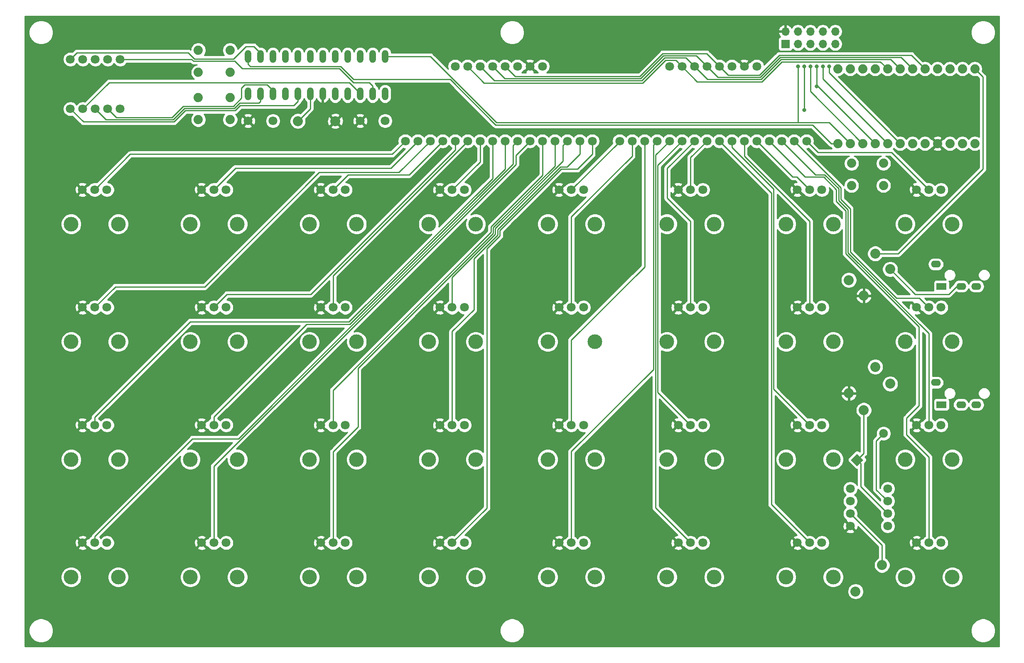
<source format=gtl>
G04 #@! TF.GenerationSoftware,KiCad,Pcbnew,(5.1.10-1-10_14)*
G04 #@! TF.CreationDate,2021-10-10T16:36:06+03:00*
G04 #@! TF.ProjectId,N32B,4e333242-2e6b-4696-9361-645f70636258,V2.2*
G04 #@! TF.SameCoordinates,Original*
G04 #@! TF.FileFunction,Copper,L1,Top*
G04 #@! TF.FilePolarity,Positive*
%FSLAX46Y46*%
G04 Gerber Fmt 4.6, Leading zero omitted, Abs format (unit mm)*
G04 Created by KiCad (PCBNEW (5.1.10-1-10_14)) date 2021-10-10 16:36:06*
%MOMM*%
%LPD*%
G01*
G04 APERTURE LIST*
G04 #@! TA.AperFunction,ComponentPad*
%ADD10C,1.800000*%
G04 #@! TD*
G04 #@! TA.AperFunction,ComponentPad*
%ADD11C,2.999740*%
G04 #@! TD*
G04 #@! TA.AperFunction,ComponentPad*
%ADD12R,1.700000X1.700000*%
G04 #@! TD*
G04 #@! TA.AperFunction,ComponentPad*
%ADD13O,1.700000X1.700000*%
G04 #@! TD*
G04 #@! TA.AperFunction,ComponentPad*
%ADD14C,0.100000*%
G04 #@! TD*
G04 #@! TA.AperFunction,ComponentPad*
%ADD15C,2.032000*%
G04 #@! TD*
G04 #@! TA.AperFunction,ComponentPad*
%ADD16O,2.000000X1.400000*%
G04 #@! TD*
G04 #@! TA.AperFunction,ComponentPad*
%ADD17R,2.000000X1.400000*%
G04 #@! TD*
G04 #@! TA.AperFunction,ComponentPad*
%ADD18O,1.320800X2.641600*%
G04 #@! TD*
G04 #@! TA.AperFunction,ComponentPad*
%ADD19C,1.879600*%
G04 #@! TD*
G04 #@! TA.AperFunction,ViaPad*
%ADD20C,0.800000*%
G04 #@! TD*
G04 #@! TA.AperFunction,Conductor*
%ADD21C,0.250000*%
G04 #@! TD*
G04 #@! TA.AperFunction,Conductor*
%ADD22C,0.254000*%
G04 #@! TD*
G04 #@! TA.AperFunction,Conductor*
%ADD23C,0.100000*%
G04 #@! TD*
G04 APERTURE END LIST*
D10*
X215882001Y-130440000D03*
X213382001Y-130440000D03*
X210882001Y-130440000D03*
D11*
X208582001Y-137440000D03*
X218182001Y-137440000D03*
D10*
X191596001Y-130440000D03*
X189096001Y-130440000D03*
X186596001Y-130440000D03*
D11*
X184296001Y-137440000D03*
X193896001Y-137440000D03*
D10*
X167310001Y-130440000D03*
X164810001Y-130440000D03*
X162310001Y-130440000D03*
D11*
X160010001Y-137440000D03*
X169610001Y-137440000D03*
D10*
X143024001Y-130440000D03*
X140524001Y-130440000D03*
X138024001Y-130440000D03*
D11*
X135724001Y-137440000D03*
X145324001Y-137440000D03*
D10*
X118738002Y-130440000D03*
X116238002Y-130440000D03*
X113738002Y-130440000D03*
D11*
X111438002Y-137440000D03*
X121038002Y-137440000D03*
D10*
X94452001Y-130440000D03*
X91952001Y-130440000D03*
X89452001Y-130440000D03*
D11*
X87152001Y-137440000D03*
X96752001Y-137440000D03*
D10*
X70166001Y-130440000D03*
X67666001Y-130440000D03*
X65166001Y-130440000D03*
D11*
X62866001Y-137440000D03*
X72466001Y-137440000D03*
D10*
X215882001Y-106439999D03*
X213382001Y-106439999D03*
X210882001Y-106439999D03*
D11*
X208582001Y-113439999D03*
X218182001Y-113439999D03*
D10*
X191596001Y-106439999D03*
X189096001Y-106439999D03*
X186596001Y-106439999D03*
D11*
X184296001Y-113439999D03*
X193896001Y-113439999D03*
D10*
X167310001Y-106439999D03*
X164810001Y-106439999D03*
X162310001Y-106439999D03*
D11*
X160010001Y-113439999D03*
X169610001Y-113439999D03*
D10*
X143024001Y-106439999D03*
X140524001Y-106439999D03*
X138024001Y-106439999D03*
D11*
X135724001Y-113439999D03*
X145324001Y-113439999D03*
D10*
X118738002Y-106439999D03*
X116238002Y-106439999D03*
X113738002Y-106439999D03*
D11*
X111438002Y-113439999D03*
X121038002Y-113439999D03*
D10*
X94452001Y-106439999D03*
X91952001Y-106439999D03*
X89452001Y-106439999D03*
D11*
X87152001Y-113439999D03*
X96752001Y-113439999D03*
D10*
X70166001Y-106439999D03*
X67666001Y-106439999D03*
X65166001Y-106439999D03*
D11*
X62866001Y-113439999D03*
X72466001Y-113439999D03*
D10*
X45880001Y-106439999D03*
X43380001Y-106439999D03*
X40880001Y-106439999D03*
D11*
X38580001Y-113439999D03*
X48180001Y-113439999D03*
D10*
X215882001Y-82439999D03*
X213382001Y-82439999D03*
X210882001Y-82439999D03*
D11*
X208582001Y-89439999D03*
X218182001Y-89439999D03*
D10*
X191596001Y-82439999D03*
X189096001Y-82439999D03*
X186596001Y-82439999D03*
D11*
X184296001Y-89439999D03*
X193896001Y-89439999D03*
D10*
X167310001Y-82439999D03*
X164810001Y-82439999D03*
X162310001Y-82439999D03*
D11*
X160010001Y-89439999D03*
X169610001Y-89439999D03*
D10*
X143024001Y-82439999D03*
X140524001Y-82439999D03*
X138024001Y-82439999D03*
D11*
X135724001Y-89439999D03*
X145324001Y-89439999D03*
D10*
X118738002Y-82439999D03*
X116238002Y-82439999D03*
X113738002Y-82439999D03*
D11*
X111438002Y-89439999D03*
X121038002Y-89439999D03*
D10*
X94452001Y-82439999D03*
X91952001Y-82439999D03*
X89452001Y-82439999D03*
D11*
X87152001Y-89439999D03*
X96752001Y-89439999D03*
D10*
X70166001Y-82439999D03*
X67666001Y-82439999D03*
X65166001Y-82439999D03*
D11*
X62866001Y-89439999D03*
X72466001Y-89439999D03*
D10*
X45880001Y-82439999D03*
X43380001Y-82439999D03*
X40880001Y-82439999D03*
D11*
X38580001Y-89439999D03*
X48180001Y-89439999D03*
D10*
X215882001Y-58440000D03*
X213382001Y-58440000D03*
X210882001Y-58440000D03*
D11*
X208582001Y-65440000D03*
X218182001Y-65440000D03*
D10*
X191596001Y-58440000D03*
X189096001Y-58440000D03*
X186596001Y-58440000D03*
D11*
X184296001Y-65440000D03*
X193896001Y-65440000D03*
D10*
X167310001Y-58440000D03*
X164810001Y-58440000D03*
X162310001Y-58440000D03*
D11*
X160010001Y-65440000D03*
X169610001Y-65440000D03*
D10*
X143024001Y-58440000D03*
X140524001Y-58440000D03*
X138024001Y-58440000D03*
D11*
X135724001Y-65440000D03*
X145324001Y-65440000D03*
D10*
X118738002Y-58440000D03*
X116238002Y-58440000D03*
X113738002Y-58440000D03*
D11*
X111438002Y-65440000D03*
X121038002Y-65440000D03*
D10*
X70166001Y-58440000D03*
X67666001Y-58440000D03*
X65166001Y-58440000D03*
D11*
X62866001Y-65440000D03*
X72466001Y-65440000D03*
D10*
X94452001Y-58440000D03*
X91952001Y-58440000D03*
X89452001Y-58440000D03*
D11*
X87152001Y-65440000D03*
X96752001Y-65440000D03*
D10*
X45880001Y-130440000D03*
X43380001Y-130440000D03*
X40880001Y-130440000D03*
D11*
X38580001Y-137440000D03*
X48180001Y-137440000D03*
D10*
X45880001Y-58440000D03*
X43380001Y-58440000D03*
X40880001Y-58440000D03*
D11*
X38580001Y-65440000D03*
X48180001Y-65440000D03*
D10*
X150368000Y-48514000D03*
X152908000Y-48514000D03*
X155448000Y-48514000D03*
X157988000Y-48514000D03*
X160528000Y-48514000D03*
X163068000Y-48514000D03*
X165608000Y-48514000D03*
X168148000Y-48514000D03*
X170688000Y-48514000D03*
X173228000Y-48514000D03*
X175768000Y-48514000D03*
X178308000Y-48514000D03*
X180848000Y-48514000D03*
X183388000Y-48514000D03*
X185928000Y-48514000D03*
X188468000Y-48514000D03*
X160528000Y-33274000D03*
X163068000Y-33274000D03*
X165608000Y-33274000D03*
X168148000Y-33274000D03*
X170688000Y-33274000D03*
X173228000Y-33274000D03*
X175768000Y-33274000D03*
X178308000Y-33274000D03*
X106680000Y-48514000D03*
X109220000Y-48514000D03*
X111760000Y-48514000D03*
X114300000Y-48514000D03*
X116840000Y-48514000D03*
X119380000Y-48514000D03*
X121920000Y-48514000D03*
X124460000Y-48514000D03*
X127000000Y-48514000D03*
X129540000Y-48514000D03*
X132080000Y-48514000D03*
X134620000Y-48514000D03*
X137160000Y-48514000D03*
X139700000Y-48514000D03*
X142240000Y-48514000D03*
X144780000Y-48514000D03*
X116840000Y-33274000D03*
X119380000Y-33274000D03*
X121920000Y-33274000D03*
X124460000Y-33274000D03*
X127000000Y-33274000D03*
X129540000Y-33274000D03*
X132080000Y-33274000D03*
X134620000Y-33274000D03*
D12*
X184150000Y-28702000D03*
D13*
X184150000Y-26162000D03*
X186690000Y-28702000D03*
X186690000Y-26162000D03*
X189230000Y-28702000D03*
X189230000Y-26162000D03*
X191770000Y-28702000D03*
X191770000Y-26162000D03*
X194310000Y-28702000D03*
X194310000Y-26162000D03*
D10*
X74628000Y-44386000D03*
X79708000Y-44386000D03*
X97488000Y-44386000D03*
X102568000Y-44386000D03*
X38428000Y-31832000D03*
X38428000Y-41952000D03*
X40968000Y-31832000D03*
X40968000Y-41952000D03*
X43508000Y-31832000D03*
X43508000Y-41952000D03*
X46048000Y-31832000D03*
X46048000Y-41952000D03*
X48588000Y-31832000D03*
X48588000Y-41952000D03*
G04 #@! TA.AperFunction,ComponentPad*
G36*
G01*
X203524758Y-108775242D02*
X203524758Y-108775242D01*
G75*
G02*
X203524758Y-107502450I636396J636396D01*
G01*
X203524758Y-107502450D01*
G75*
G02*
X204797550Y-107502450I636396J-636396D01*
G01*
X204797550Y-107502450D01*
G75*
G02*
X204797550Y-108775242I-636396J-636396D01*
G01*
X204797550Y-108775242D01*
G75*
G02*
X203524758Y-108775242I-636396J636396D01*
G01*
G37*
G04 #@! TD.AperFunction*
G04 #@! TA.AperFunction,ComponentPad*
D14*
G36*
X198773000Y-114799792D02*
G01*
X197500208Y-113527000D01*
X198773000Y-112254208D01*
X200045792Y-113527000D01*
X198773000Y-114799792D01*
G37*
G04 #@! TD.AperFunction*
D10*
X204990700Y-119405400D03*
X197370700Y-119405400D03*
X204990700Y-121945400D03*
X197370700Y-121945400D03*
X204990700Y-124485400D03*
X197370700Y-124485400D03*
X204990700Y-127025400D03*
X197370700Y-127025400D03*
D15*
X202465077Y-71473923D03*
X197076923Y-76862077D03*
X200124923Y-80037077D03*
X205513077Y-74648923D03*
X84788000Y-44446000D03*
X92408000Y-44446000D03*
X200124923Y-103396077D03*
X205513077Y-98007923D03*
X198453923Y-140371077D03*
X203842077Y-134982923D03*
X202465077Y-94557923D03*
X197076923Y-99946077D03*
D16*
X223068000Y-78138000D03*
X219968000Y-78138000D03*
D17*
X215968000Y-78138000D03*
D16*
X214818000Y-73638000D03*
D18*
X102568000Y-38862000D03*
X100028000Y-38862000D03*
X97488000Y-38862000D03*
X94948000Y-38862000D03*
X92408000Y-38862000D03*
X89868000Y-38862000D03*
X87328000Y-38862000D03*
X84788000Y-38862000D03*
X82248000Y-38862000D03*
X79708000Y-38862000D03*
X77168000Y-38862000D03*
X74628000Y-38862000D03*
X74628000Y-31242000D03*
X77168000Y-31242000D03*
X79708000Y-31242000D03*
X82248000Y-31242000D03*
X84788000Y-31242000D03*
X87328000Y-31242000D03*
X89868000Y-31242000D03*
X92408000Y-31242000D03*
X94948000Y-31242000D03*
X97488000Y-31242000D03*
X100028000Y-31242000D03*
X102568000Y-31242000D03*
D19*
X64482980Y-39613840D03*
X70985380Y-39613840D03*
X64482980Y-44135040D03*
X70985380Y-44135040D03*
X64480440Y-29989780D03*
X70982840Y-29989780D03*
X64480440Y-34510980D03*
X70982840Y-34510980D03*
X222758000Y-33782000D03*
X220218000Y-33782000D03*
X217678000Y-33782000D03*
X215138000Y-33782000D03*
X212598000Y-33782000D03*
X210058000Y-33782000D03*
X207518000Y-33782000D03*
X204978000Y-33782000D03*
X202438000Y-33782000D03*
X199898000Y-33782000D03*
X197358000Y-33782000D03*
X194818000Y-33782000D03*
X194818000Y-49022000D03*
X197358000Y-49022000D03*
X199898000Y-49022000D03*
X202438000Y-49022000D03*
X204978000Y-49022000D03*
X207518000Y-49022000D03*
X210058000Y-49022000D03*
X212598000Y-49022000D03*
X215138000Y-49022000D03*
X217678000Y-49022000D03*
X220218000Y-49022000D03*
X222758000Y-49022000D03*
D16*
X214818000Y-97768000D03*
D17*
X215968000Y-102268000D03*
D16*
X219968000Y-102268000D03*
X223068000Y-102268000D03*
D19*
X204139800Y-57581800D03*
X197637400Y-57581800D03*
X204139800Y-53060600D03*
X197637400Y-53060600D03*
D20*
X187960000Y-33273996D03*
X187960000Y-42164000D03*
X190500000Y-33274000D03*
X190499997Y-37338003D03*
X193040000Y-33273994D03*
X189230000Y-33274000D03*
X186690000Y-33274000D03*
X191770000Y-33274004D03*
D21*
X129032000Y-35306000D02*
X127000000Y-33274000D01*
X168067967Y-30653967D02*
X159145417Y-30653967D01*
X178816000Y-35052000D02*
X172466000Y-35052000D01*
X159145417Y-30653967D02*
X154493385Y-35306000D01*
X172466000Y-35052000D02*
X168067967Y-30653967D01*
X209804003Y-30988003D02*
X182879997Y-30988003D01*
X154493385Y-35306000D02*
X129032000Y-35306000D01*
X182879997Y-30988003D02*
X178816000Y-35052000D01*
X212598000Y-33782000D02*
X209804003Y-30988003D01*
X154679785Y-35756011D02*
X126942011Y-35756011D01*
X159331817Y-31103978D02*
X154679785Y-35756011D01*
X165977978Y-31103978D02*
X159331817Y-31103978D01*
X179002400Y-35502011D02*
X170376011Y-35502011D01*
X183066397Y-31438014D02*
X179002400Y-35502011D01*
X207714014Y-31438014D02*
X183066397Y-31438014D01*
X170376011Y-35502011D02*
X165977978Y-31103978D01*
X126942011Y-35756011D02*
X124460000Y-33274000D01*
X210058000Y-33782000D02*
X207714014Y-31438014D01*
X159518217Y-31553989D02*
X154866185Y-36206022D01*
X124852022Y-36206022D02*
X121920000Y-33274000D01*
X163887989Y-31553989D02*
X159518217Y-31553989D01*
X179188800Y-35952022D02*
X168286022Y-35952022D01*
X154866185Y-36206022D02*
X124852022Y-36206022D01*
X168286022Y-35952022D02*
X163887989Y-31553989D01*
X183252797Y-31888025D02*
X179188800Y-35952022D01*
X205624025Y-31888025D02*
X183252797Y-31888025D01*
X207518000Y-33782000D02*
X205624025Y-31888025D01*
X203534036Y-32338036D02*
X204978000Y-33782000D01*
X183439197Y-32338036D02*
X203534036Y-32338036D01*
X179375200Y-36402033D02*
X183439197Y-32338036D01*
X122762033Y-36656033D02*
X155052584Y-36656033D01*
X161798000Y-32004000D02*
X166196033Y-36402033D01*
X166196033Y-36402033D02*
X179375200Y-36402033D01*
X155052584Y-36656033D02*
X159704617Y-32004000D01*
X159704617Y-32004000D02*
X161798000Y-32004000D01*
X119380000Y-33274000D02*
X122762033Y-36656033D01*
X77168000Y-30581600D02*
X77168000Y-31242000D01*
X62421206Y-30480000D02*
X63691206Y-31750000D01*
X38428000Y-31832000D02*
X39780000Y-30480000D01*
X75796400Y-29210000D02*
X77168000Y-30581600D01*
X39780000Y-30480000D02*
X62421206Y-30480000D01*
X63691206Y-31750000D02*
X71628000Y-31750000D01*
X71628000Y-31750000D02*
X74168000Y-29210000D01*
X74168000Y-29210000D02*
X75796400Y-29210000D01*
X59551979Y-44588022D02*
X61837979Y-42302022D01*
X84788000Y-40432800D02*
X84788000Y-38862000D01*
X61837979Y-42302022D02*
X72000799Y-42302022D01*
X72000799Y-42302022D02*
X73027822Y-41275000D01*
X73027822Y-41275000D02*
X83945800Y-41275000D01*
X83945800Y-41275000D02*
X84788000Y-40432800D01*
X38428000Y-41952000D02*
X41064022Y-44588022D01*
X41064022Y-44588022D02*
X59551979Y-44588022D01*
X97488000Y-38814000D02*
X97488000Y-38862000D01*
X46344000Y-36576000D02*
X95250000Y-36576000D01*
X40968000Y-41952000D02*
X46344000Y-36576000D01*
X95250000Y-36576000D02*
X97488000Y-38814000D01*
X77168000Y-40432800D02*
X77168000Y-38862000D01*
X43508000Y-41952000D02*
X45694011Y-44138011D01*
X59365579Y-44138011D02*
X61651579Y-41852011D01*
X61651579Y-41852011D02*
X71814399Y-41852011D01*
X72899411Y-40767000D02*
X76833800Y-40767000D01*
X76833800Y-40767000D02*
X77168000Y-40432800D01*
X71814399Y-41852011D02*
X72899411Y-40767000D01*
X45694011Y-44138011D02*
X59365579Y-44138011D01*
X78532411Y-37026011D02*
X79708000Y-38201600D01*
X46048000Y-41952000D02*
X47784000Y-43688000D01*
X73279000Y-37719000D02*
X73971989Y-37026011D01*
X79708000Y-38201600D02*
X79708000Y-38862000D01*
X47784000Y-43688000D02*
X59179179Y-43688000D01*
X59179179Y-43688000D02*
X61465179Y-41402000D01*
X61465179Y-41402000D02*
X71627999Y-41402000D01*
X71627999Y-41402000D02*
X73279000Y-39750999D01*
X73279000Y-39750999D02*
X73279000Y-37719000D01*
X73971989Y-37026011D02*
X78532411Y-37026011D01*
X100028000Y-37291200D02*
X100028000Y-38862000D01*
X63136795Y-31832000D02*
X63504806Y-32200011D01*
X93285601Y-33724011D02*
X96137590Y-36576000D01*
X71952422Y-32200011D02*
X73476422Y-33724011D01*
X96137590Y-36576000D02*
X99312800Y-36576000D01*
X63504806Y-32200011D02*
X71952422Y-32200011D01*
X73476422Y-33724011D02*
X93285601Y-33724011D01*
X99312800Y-36576000D02*
X100028000Y-37291200D01*
X48588000Y-31832000D02*
X63136795Y-31832000D01*
X187960000Y-33273996D02*
X187960000Y-42164000D01*
X189678923Y-45212000D02*
X193488923Y-49022000D01*
X125093589Y-45212000D02*
X189678923Y-45212000D01*
X115828411Y-35946822D02*
X125093589Y-45212000D01*
X96144822Y-35946822D02*
X115828411Y-35946822D01*
X75089200Y-33274000D02*
X93472000Y-33274000D01*
X193488923Y-49022000D02*
X194818000Y-49022000D01*
X74628000Y-31242000D02*
X74628000Y-32812800D01*
X93472000Y-33274000D02*
X96144822Y-35946822D01*
X74628000Y-32812800D02*
X75089200Y-33274000D01*
X190500000Y-33274000D02*
X190500000Y-37338000D01*
X190500000Y-37338000D02*
X190499997Y-37338003D01*
X202438000Y-49022000D02*
X190754003Y-37338003D01*
X190754003Y-37338003D02*
X190499997Y-37338003D01*
X87328000Y-41906000D02*
X87328000Y-38862000D01*
X84788000Y-44446000D02*
X87328000Y-41906000D01*
X103998000Y-51196000D02*
X106680000Y-48514000D01*
X50624001Y-51196000D02*
X103998000Y-51196000D01*
X43380001Y-58440000D02*
X50624001Y-51196000D01*
X103732043Y-54001957D02*
X109220000Y-48514000D01*
X72104044Y-54001957D02*
X103732043Y-54001957D01*
X67666001Y-58440000D02*
X72104044Y-54001957D01*
X105352011Y-54921989D02*
X111760000Y-48514000D01*
X89096011Y-54921989D02*
X105352011Y-54921989D01*
X65786000Y-78232000D02*
X89096011Y-54921989D01*
X47588000Y-78232000D02*
X65786000Y-78232000D01*
X43380001Y-82439999D02*
X47588000Y-78232000D01*
X107442000Y-55372000D02*
X114300000Y-48514000D01*
X95020001Y-55372000D02*
X107442000Y-55372000D01*
X91952001Y-58440000D02*
X95020001Y-55372000D01*
X116840000Y-50292000D02*
X116840000Y-48514000D01*
X87376000Y-79756000D02*
X116840000Y-50292000D01*
X70350000Y-79756000D02*
X87376000Y-79756000D01*
X67666001Y-82439999D02*
X70350000Y-79756000D01*
X121920000Y-52758002D02*
X121920000Y-48514000D01*
X116238002Y-58440000D02*
X121920000Y-52758002D01*
X115824000Y-52070000D02*
X119380000Y-48514000D01*
X91952001Y-75941999D02*
X115824000Y-52070000D01*
X91952001Y-82439999D02*
X91952001Y-75941999D01*
X43380001Y-104828999D02*
X43380001Y-106439999D01*
X62865000Y-85344000D02*
X43380001Y-104828999D01*
X95245769Y-85344000D02*
X62865000Y-85344000D01*
X124460000Y-56129769D02*
X95245769Y-85344000D01*
X124460000Y-48514000D02*
X124460000Y-56129769D01*
X67666001Y-104736499D02*
X67666001Y-106439999D01*
X86550500Y-85852000D02*
X67666001Y-104736499D01*
X95374179Y-85852000D02*
X86550500Y-85852000D01*
X127000000Y-54226179D02*
X95374179Y-85852000D01*
X127000000Y-48514000D02*
X127000000Y-54226179D01*
X43380001Y-129167208D02*
X43380001Y-130440000D01*
X129540000Y-48514000D02*
X128640001Y-49413999D01*
X128640001Y-53222588D02*
X72642589Y-109220000D01*
X72642589Y-109220000D02*
X63327209Y-109220000D01*
X128640001Y-49413999D02*
X128640001Y-53222588D01*
X63327209Y-109220000D02*
X43380001Y-129167208D01*
X129213011Y-53285989D02*
X67666001Y-114832999D01*
X132080000Y-48514000D02*
X129213011Y-51380989D01*
X129213011Y-51380989D02*
X129213011Y-53285989D01*
X67666001Y-114832999D02*
X67666001Y-130440000D01*
X91952001Y-99311409D02*
X91952001Y-106439999D01*
X124148000Y-65981356D02*
X124148000Y-67115410D01*
X134620000Y-55509356D02*
X124148000Y-65981356D01*
X124148000Y-67115410D02*
X91952001Y-99311409D01*
X134620000Y-48514000D02*
X134620000Y-55509356D01*
X91952001Y-111882999D02*
X91952001Y-130440000D01*
X97028000Y-106807000D02*
X91952001Y-111882999D01*
X97028000Y-94871820D02*
X97028000Y-106807000D01*
X137160000Y-53605767D02*
X124598011Y-66167756D01*
X124598011Y-67301810D02*
X97028000Y-94871820D01*
X124598011Y-66167756D02*
X124598011Y-67301810D01*
X137160000Y-48514000D02*
X137160000Y-53605767D01*
X116238002Y-76298230D02*
X116238002Y-82439999D01*
X125048022Y-67488210D02*
X116238002Y-76298230D01*
X125048022Y-66354156D02*
X125048022Y-67488210D01*
X138800001Y-52602177D02*
X125048022Y-66354156D01*
X138800001Y-49413999D02*
X138800001Y-52602177D01*
X139700000Y-48514000D02*
X138800001Y-49413999D01*
X116238002Y-87342998D02*
X116238002Y-106439999D01*
X120650000Y-82931000D02*
X116238002Y-87342998D01*
X120650000Y-72522642D02*
X120650000Y-82931000D01*
X125498033Y-66540556D02*
X125498033Y-67674610D01*
X138259600Y-53778989D02*
X125498033Y-66540556D01*
X125498033Y-67674610D02*
X120650000Y-72522642D01*
X142240000Y-51196000D02*
X139657011Y-53778989D01*
X139657011Y-53778989D02*
X138259600Y-53778989D01*
X142240000Y-48514000D02*
X142240000Y-51196000D01*
X123317000Y-70492054D02*
X123317000Y-123361002D01*
X125948044Y-66726956D02*
X125948044Y-67861010D01*
X138446000Y-54229000D02*
X125948044Y-66726956D01*
X125948044Y-67861010D02*
X123317000Y-70492054D01*
X141747000Y-54229000D02*
X138446000Y-54229000D01*
X123317000Y-123361002D02*
X116238002Y-130440000D01*
X144780000Y-51196000D02*
X141747000Y-54229000D01*
X144780000Y-48514000D02*
X144780000Y-51196000D01*
X205742001Y-50800000D02*
X190754000Y-50800000D01*
X190754000Y-50800000D02*
X188468000Y-48514000D01*
X213382001Y-58440000D02*
X205742001Y-50800000D01*
X211460002Y-80518000D02*
X212482002Y-81540000D01*
X212482002Y-81540000D02*
X213382001Y-82439999D01*
X195448022Y-58031200D02*
X195448022Y-60427022D01*
X195448022Y-60427022D02*
X197358000Y-62337000D01*
X197358000Y-62337000D02*
X197358000Y-71120000D01*
X197358000Y-71120000D02*
X206756000Y-80518000D01*
X192368800Y-54951978D02*
X195448022Y-58031200D01*
X206756000Y-80518000D02*
X211460002Y-80518000D01*
X185928000Y-48514000D02*
X192365978Y-54951978D01*
X192365978Y-54951978D02*
X192368800Y-54951978D01*
X196907989Y-71306400D02*
X196907989Y-62536989D01*
X194998011Y-58217600D02*
X192182400Y-55401989D01*
X190275989Y-55401989D02*
X183388000Y-48514000D01*
X213382001Y-106439999D02*
X213382001Y-87780412D01*
X213382001Y-87780412D02*
X196907989Y-71306400D01*
X196907989Y-62536989D02*
X194998011Y-60627011D01*
X194998011Y-60627011D02*
X194998011Y-58217600D01*
X192182400Y-55401989D02*
X190275989Y-55401989D01*
X188186000Y-55852000D02*
X185362011Y-53028011D01*
X191996000Y-55852000D02*
X188186000Y-55852000D01*
X194548000Y-60827000D02*
X194548000Y-58404000D01*
X211372989Y-86407810D02*
X196457978Y-71492800D01*
X213382001Y-130440000D02*
X213382001Y-112936001D01*
X196457978Y-71492800D02*
X196457978Y-62736978D01*
X211372989Y-102477011D02*
X211372989Y-86407810D01*
X194548000Y-58404000D02*
X191996000Y-55852000D01*
X185362011Y-53028011D02*
X180848000Y-48514000D01*
X208823000Y-105027000D02*
X211372989Y-102477011D01*
X196457978Y-62736978D02*
X194548000Y-60827000D01*
X208823000Y-108377000D02*
X208823000Y-105027000D01*
X213382001Y-112936001D02*
X208823000Y-108377000D01*
X186486001Y-55830000D02*
X189096001Y-58440000D01*
X185624000Y-55830000D02*
X186486001Y-55830000D01*
X178308000Y-48514000D02*
X185624000Y-55830000D01*
X189096001Y-81167207D02*
X189096001Y-82439999D01*
X189096001Y-64890001D02*
X189096001Y-81167207D01*
X175768000Y-51562000D02*
X189096001Y-64890001D01*
X175768000Y-48514000D02*
X175768000Y-51562000D01*
X181737000Y-58295792D02*
X181737000Y-99080998D01*
X181737000Y-99080998D02*
X188196002Y-105540000D01*
X173228000Y-48514000D02*
X173228000Y-49786792D01*
X188196002Y-105540000D02*
X189096001Y-106439999D01*
X173228000Y-49786792D02*
X181737000Y-58295792D01*
X170688000Y-48514000D02*
X181286989Y-59112989D01*
X181286989Y-122630988D02*
X189096001Y-130440000D01*
X181286989Y-59112989D02*
X181286989Y-122630988D01*
X164810001Y-54645999D02*
X164810001Y-58440000D01*
X164810001Y-51851999D02*
X164810001Y-54645999D01*
X168148000Y-48514000D02*
X164810001Y-51851999D01*
X160098000Y-54024000D02*
X160098000Y-60149000D01*
X165608000Y-48514000D02*
X160098000Y-54024000D01*
X160098000Y-60149000D02*
X164810001Y-64861001D01*
X164810001Y-64861001D02*
X164810001Y-82439999D01*
X158126022Y-53455978D02*
X158126022Y-99756020D01*
X163068000Y-48514000D02*
X158126022Y-53455978D01*
X158126022Y-99756020D02*
X163910002Y-105540000D01*
X163910002Y-105540000D02*
X164810001Y-106439999D01*
X157676011Y-51365989D02*
X160528000Y-48514000D01*
X157676011Y-123306010D02*
X157676011Y-51365989D01*
X164810001Y-130440000D02*
X157676011Y-123306010D01*
X157226000Y-95123000D02*
X140524001Y-111824999D01*
X157226000Y-49276000D02*
X157226000Y-95123000D01*
X157988000Y-48514000D02*
X157226000Y-49276000D01*
X140524001Y-111824999D02*
X140524001Y-130440000D01*
X155448000Y-74168000D02*
X140524001Y-89091999D01*
X140524001Y-89091999D02*
X140524001Y-106439999D01*
X155448000Y-48514000D02*
X155448000Y-74168000D01*
X140524001Y-63945999D02*
X152908000Y-51562000D01*
X152908000Y-51562000D02*
X152908000Y-48514000D01*
X140524001Y-82439999D02*
X140524001Y-63945999D01*
X150368000Y-48596001D02*
X140524001Y-58440000D01*
X150368000Y-48514000D02*
X150368000Y-48596001D01*
X224409000Y-54229000D02*
X224409000Y-35433000D01*
X224409000Y-35433000D02*
X222758000Y-33782000D01*
X207164077Y-71473923D02*
X224409000Y-54229000D01*
X202465077Y-71473923D02*
X207164077Y-71473923D01*
X219042000Y-78138000D02*
X219968000Y-78138000D01*
X205513077Y-74648923D02*
X210620154Y-79756000D01*
X210620154Y-79756000D02*
X217424000Y-79756000D01*
X217424000Y-79756000D02*
X219042000Y-78138000D01*
X199498000Y-114252000D02*
X198773000Y-113527000D01*
X204990700Y-124485400D02*
X199498000Y-118992700D01*
X199498000Y-118992700D02*
X199498000Y-114252000D01*
X200124923Y-112175077D02*
X200124923Y-103396077D01*
X198773000Y-113527000D02*
X200124923Y-112175077D01*
X204090701Y-121045401D02*
X204990700Y-121945400D01*
X202673000Y-109627000D02*
X202673000Y-119627700D01*
X202673000Y-119627700D02*
X204090701Y-121045401D01*
X204161154Y-108138846D02*
X202673000Y-109627000D01*
X203842077Y-130956777D02*
X197370700Y-124485400D01*
X203842077Y-134982923D02*
X203842077Y-130956777D01*
X207518000Y-49022000D02*
X193040000Y-34544000D01*
X193040000Y-34544000D02*
X193040000Y-33273994D01*
X199898000Y-49022000D02*
X199840996Y-49022000D01*
X199840996Y-49022000D02*
X189230000Y-38411004D01*
X189230000Y-38411004D02*
X189230000Y-33839685D01*
X189230000Y-33839685D02*
X189230000Y-33274000D01*
X186690000Y-33274000D02*
X186690000Y-43434000D01*
X186690000Y-43434000D02*
X186690000Y-44704000D01*
X193040000Y-44704000D02*
X197358000Y-49022000D01*
X186690000Y-44704000D02*
X193040000Y-44704000D01*
X125222000Y-44704000D02*
X186690000Y-44704000D01*
X102568000Y-31242000D02*
X111760000Y-31242000D01*
X111760000Y-31242000D02*
X125222000Y-44704000D01*
X204978000Y-49022000D02*
X191770000Y-35814000D01*
X191770000Y-35814000D02*
X191770000Y-33274004D01*
D22*
X227712639Y-151617002D02*
X29183000Y-151617000D01*
X29183000Y-148106773D01*
X29955062Y-148106773D01*
X29955062Y-148597839D01*
X30050864Y-149079469D01*
X30238787Y-149533155D01*
X30511609Y-149941461D01*
X30858845Y-150288697D01*
X31267151Y-150561519D01*
X31720837Y-150749442D01*
X32202467Y-150845244D01*
X32693533Y-150845244D01*
X33175163Y-150749442D01*
X33628849Y-150561519D01*
X34037155Y-150288697D01*
X34384391Y-149941461D01*
X34657213Y-149533155D01*
X34845136Y-149079469D01*
X34940938Y-148597839D01*
X34940938Y-148106773D01*
X125955062Y-148106773D01*
X125955062Y-148597839D01*
X126050864Y-149079469D01*
X126238787Y-149533155D01*
X126511609Y-149941461D01*
X126858845Y-150288697D01*
X127267151Y-150561519D01*
X127720837Y-150749442D01*
X128202467Y-150845244D01*
X128693533Y-150845244D01*
X129175163Y-150749442D01*
X129628849Y-150561519D01*
X130037155Y-150288697D01*
X130384391Y-149941461D01*
X130657213Y-149533155D01*
X130845136Y-149079469D01*
X130940938Y-148597839D01*
X130940938Y-148106773D01*
X221955062Y-148106773D01*
X221955062Y-148597839D01*
X222050864Y-149079469D01*
X222238787Y-149533155D01*
X222511609Y-149941461D01*
X222858845Y-150288697D01*
X223267151Y-150561519D01*
X223720837Y-150749442D01*
X224202467Y-150845244D01*
X224693533Y-150845244D01*
X225175163Y-150749442D01*
X225628849Y-150561519D01*
X226037155Y-150288697D01*
X226384391Y-149941461D01*
X226657213Y-149533155D01*
X226845136Y-149079469D01*
X226940938Y-148597839D01*
X226940938Y-148106773D01*
X226845136Y-147625143D01*
X226657213Y-147171457D01*
X226384391Y-146763151D01*
X226037155Y-146415915D01*
X225628849Y-146143093D01*
X225175163Y-145955170D01*
X224693533Y-145859368D01*
X224202467Y-145859368D01*
X223720837Y-145955170D01*
X223267151Y-146143093D01*
X222858845Y-146415915D01*
X222511609Y-146763151D01*
X222238787Y-147171457D01*
X222050864Y-147625143D01*
X221955062Y-148106773D01*
X130940938Y-148106773D01*
X130845136Y-147625143D01*
X130657213Y-147171457D01*
X130384391Y-146763151D01*
X130037155Y-146415915D01*
X129628849Y-146143093D01*
X129175163Y-145955170D01*
X128693533Y-145859368D01*
X128202467Y-145859368D01*
X127720837Y-145955170D01*
X127267151Y-146143093D01*
X126858845Y-146415915D01*
X126511609Y-146763151D01*
X126238787Y-147171457D01*
X126050864Y-147625143D01*
X125955062Y-148106773D01*
X34940938Y-148106773D01*
X34845136Y-147625143D01*
X34657213Y-147171457D01*
X34384391Y-146763151D01*
X34037155Y-146415915D01*
X33628849Y-146143093D01*
X33175163Y-145955170D01*
X32693533Y-145859368D01*
X32202467Y-145859368D01*
X31720837Y-145955170D01*
X31267151Y-146143093D01*
X30858845Y-146415915D01*
X30511609Y-146763151D01*
X30238787Y-147171457D01*
X30050864Y-147625143D01*
X29955062Y-148106773D01*
X29183000Y-148106773D01*
X29183000Y-140208468D01*
X196802923Y-140208468D01*
X196802923Y-140533686D01*
X196866370Y-140852656D01*
X196990826Y-141153119D01*
X197171508Y-141423528D01*
X197401472Y-141653492D01*
X197671881Y-141834174D01*
X197972344Y-141958630D01*
X198291314Y-142022077D01*
X198616532Y-142022077D01*
X198935502Y-141958630D01*
X199235965Y-141834174D01*
X199506374Y-141653492D01*
X199736338Y-141423528D01*
X199917020Y-141153119D01*
X200041476Y-140852656D01*
X200104923Y-140533686D01*
X200104923Y-140208468D01*
X200041476Y-139889498D01*
X199917020Y-139589035D01*
X199736338Y-139318626D01*
X199506374Y-139088662D01*
X199235965Y-138907980D01*
X198935502Y-138783524D01*
X198616532Y-138720077D01*
X198291314Y-138720077D01*
X197972344Y-138783524D01*
X197671881Y-138907980D01*
X197401472Y-139088662D01*
X197171508Y-139318626D01*
X196990826Y-139589035D01*
X196866370Y-139889498D01*
X196802923Y-140208468D01*
X29183000Y-140208468D01*
X29183000Y-137229734D01*
X36445131Y-137229734D01*
X36445131Y-137650266D01*
X36527173Y-138062719D01*
X36688104Y-138451240D01*
X36921739Y-138800900D01*
X37219101Y-139098262D01*
X37568761Y-139331897D01*
X37957282Y-139492828D01*
X38369735Y-139574870D01*
X38790267Y-139574870D01*
X39202720Y-139492828D01*
X39591241Y-139331897D01*
X39940901Y-139098262D01*
X40238263Y-138800900D01*
X40471898Y-138451240D01*
X40632829Y-138062719D01*
X40714871Y-137650266D01*
X40714871Y-137229734D01*
X46045131Y-137229734D01*
X46045131Y-137650266D01*
X46127173Y-138062719D01*
X46288104Y-138451240D01*
X46521739Y-138800900D01*
X46819101Y-139098262D01*
X47168761Y-139331897D01*
X47557282Y-139492828D01*
X47969735Y-139574870D01*
X48390267Y-139574870D01*
X48802720Y-139492828D01*
X49191241Y-139331897D01*
X49540901Y-139098262D01*
X49838263Y-138800900D01*
X50071898Y-138451240D01*
X50232829Y-138062719D01*
X50314871Y-137650266D01*
X50314871Y-137229734D01*
X60731131Y-137229734D01*
X60731131Y-137650266D01*
X60813173Y-138062719D01*
X60974104Y-138451240D01*
X61207739Y-138800900D01*
X61505101Y-139098262D01*
X61854761Y-139331897D01*
X62243282Y-139492828D01*
X62655735Y-139574870D01*
X63076267Y-139574870D01*
X63488720Y-139492828D01*
X63877241Y-139331897D01*
X64226901Y-139098262D01*
X64524263Y-138800900D01*
X64757898Y-138451240D01*
X64918829Y-138062719D01*
X65000871Y-137650266D01*
X65000871Y-137229734D01*
X70331131Y-137229734D01*
X70331131Y-137650266D01*
X70413173Y-138062719D01*
X70574104Y-138451240D01*
X70807739Y-138800900D01*
X71105101Y-139098262D01*
X71454761Y-139331897D01*
X71843282Y-139492828D01*
X72255735Y-139574870D01*
X72676267Y-139574870D01*
X73088720Y-139492828D01*
X73477241Y-139331897D01*
X73826901Y-139098262D01*
X74124263Y-138800900D01*
X74357898Y-138451240D01*
X74518829Y-138062719D01*
X74600871Y-137650266D01*
X74600871Y-137229734D01*
X85017131Y-137229734D01*
X85017131Y-137650266D01*
X85099173Y-138062719D01*
X85260104Y-138451240D01*
X85493739Y-138800900D01*
X85791101Y-139098262D01*
X86140761Y-139331897D01*
X86529282Y-139492828D01*
X86941735Y-139574870D01*
X87362267Y-139574870D01*
X87774720Y-139492828D01*
X88163241Y-139331897D01*
X88512901Y-139098262D01*
X88810263Y-138800900D01*
X89043898Y-138451240D01*
X89204829Y-138062719D01*
X89286871Y-137650266D01*
X89286871Y-137229734D01*
X94617131Y-137229734D01*
X94617131Y-137650266D01*
X94699173Y-138062719D01*
X94860104Y-138451240D01*
X95093739Y-138800900D01*
X95391101Y-139098262D01*
X95740761Y-139331897D01*
X96129282Y-139492828D01*
X96541735Y-139574870D01*
X96962267Y-139574870D01*
X97374720Y-139492828D01*
X97763241Y-139331897D01*
X98112901Y-139098262D01*
X98410263Y-138800900D01*
X98643898Y-138451240D01*
X98804829Y-138062719D01*
X98886871Y-137650266D01*
X98886871Y-137229734D01*
X109303132Y-137229734D01*
X109303132Y-137650266D01*
X109385174Y-138062719D01*
X109546105Y-138451240D01*
X109779740Y-138800900D01*
X110077102Y-139098262D01*
X110426762Y-139331897D01*
X110815283Y-139492828D01*
X111227736Y-139574870D01*
X111648268Y-139574870D01*
X112060721Y-139492828D01*
X112449242Y-139331897D01*
X112798902Y-139098262D01*
X113096264Y-138800900D01*
X113329899Y-138451240D01*
X113490830Y-138062719D01*
X113572872Y-137650266D01*
X113572872Y-137229734D01*
X118903132Y-137229734D01*
X118903132Y-137650266D01*
X118985174Y-138062719D01*
X119146105Y-138451240D01*
X119379740Y-138800900D01*
X119677102Y-139098262D01*
X120026762Y-139331897D01*
X120415283Y-139492828D01*
X120827736Y-139574870D01*
X121248268Y-139574870D01*
X121660721Y-139492828D01*
X122049242Y-139331897D01*
X122398902Y-139098262D01*
X122696264Y-138800900D01*
X122929899Y-138451240D01*
X123090830Y-138062719D01*
X123172872Y-137650266D01*
X123172872Y-137229734D01*
X133589131Y-137229734D01*
X133589131Y-137650266D01*
X133671173Y-138062719D01*
X133832104Y-138451240D01*
X134065739Y-138800900D01*
X134363101Y-139098262D01*
X134712761Y-139331897D01*
X135101282Y-139492828D01*
X135513735Y-139574870D01*
X135934267Y-139574870D01*
X136346720Y-139492828D01*
X136735241Y-139331897D01*
X137084901Y-139098262D01*
X137382263Y-138800900D01*
X137615898Y-138451240D01*
X137776829Y-138062719D01*
X137858871Y-137650266D01*
X137858871Y-137229734D01*
X143189131Y-137229734D01*
X143189131Y-137650266D01*
X143271173Y-138062719D01*
X143432104Y-138451240D01*
X143665739Y-138800900D01*
X143963101Y-139098262D01*
X144312761Y-139331897D01*
X144701282Y-139492828D01*
X145113735Y-139574870D01*
X145534267Y-139574870D01*
X145946720Y-139492828D01*
X146335241Y-139331897D01*
X146684901Y-139098262D01*
X146982263Y-138800900D01*
X147215898Y-138451240D01*
X147376829Y-138062719D01*
X147458871Y-137650266D01*
X147458871Y-137229734D01*
X157875131Y-137229734D01*
X157875131Y-137650266D01*
X157957173Y-138062719D01*
X158118104Y-138451240D01*
X158351739Y-138800900D01*
X158649101Y-139098262D01*
X158998761Y-139331897D01*
X159387282Y-139492828D01*
X159799735Y-139574870D01*
X160220267Y-139574870D01*
X160632720Y-139492828D01*
X161021241Y-139331897D01*
X161370901Y-139098262D01*
X161668263Y-138800900D01*
X161901898Y-138451240D01*
X162062829Y-138062719D01*
X162144871Y-137650266D01*
X162144871Y-137229734D01*
X167475131Y-137229734D01*
X167475131Y-137650266D01*
X167557173Y-138062719D01*
X167718104Y-138451240D01*
X167951739Y-138800900D01*
X168249101Y-139098262D01*
X168598761Y-139331897D01*
X168987282Y-139492828D01*
X169399735Y-139574870D01*
X169820267Y-139574870D01*
X170232720Y-139492828D01*
X170621241Y-139331897D01*
X170970901Y-139098262D01*
X171268263Y-138800900D01*
X171501898Y-138451240D01*
X171662829Y-138062719D01*
X171744871Y-137650266D01*
X171744871Y-137229734D01*
X182161131Y-137229734D01*
X182161131Y-137650266D01*
X182243173Y-138062719D01*
X182404104Y-138451240D01*
X182637739Y-138800900D01*
X182935101Y-139098262D01*
X183284761Y-139331897D01*
X183673282Y-139492828D01*
X184085735Y-139574870D01*
X184506267Y-139574870D01*
X184918720Y-139492828D01*
X185307241Y-139331897D01*
X185656901Y-139098262D01*
X185954263Y-138800900D01*
X186187898Y-138451240D01*
X186348829Y-138062719D01*
X186430871Y-137650266D01*
X186430871Y-137229734D01*
X191761131Y-137229734D01*
X191761131Y-137650266D01*
X191843173Y-138062719D01*
X192004104Y-138451240D01*
X192237739Y-138800900D01*
X192535101Y-139098262D01*
X192884761Y-139331897D01*
X193273282Y-139492828D01*
X193685735Y-139574870D01*
X194106267Y-139574870D01*
X194518720Y-139492828D01*
X194907241Y-139331897D01*
X195256901Y-139098262D01*
X195554263Y-138800900D01*
X195787898Y-138451240D01*
X195948829Y-138062719D01*
X196030871Y-137650266D01*
X196030871Y-137229734D01*
X206447131Y-137229734D01*
X206447131Y-137650266D01*
X206529173Y-138062719D01*
X206690104Y-138451240D01*
X206923739Y-138800900D01*
X207221101Y-139098262D01*
X207570761Y-139331897D01*
X207959282Y-139492828D01*
X208371735Y-139574870D01*
X208792267Y-139574870D01*
X209204720Y-139492828D01*
X209593241Y-139331897D01*
X209942901Y-139098262D01*
X210240263Y-138800900D01*
X210473898Y-138451240D01*
X210634829Y-138062719D01*
X210716871Y-137650266D01*
X210716871Y-137229734D01*
X216047131Y-137229734D01*
X216047131Y-137650266D01*
X216129173Y-138062719D01*
X216290104Y-138451240D01*
X216523739Y-138800900D01*
X216821101Y-139098262D01*
X217170761Y-139331897D01*
X217559282Y-139492828D01*
X217971735Y-139574870D01*
X218392267Y-139574870D01*
X218804720Y-139492828D01*
X219193241Y-139331897D01*
X219542901Y-139098262D01*
X219840263Y-138800900D01*
X220073898Y-138451240D01*
X220234829Y-138062719D01*
X220316871Y-137650266D01*
X220316871Y-137229734D01*
X220234829Y-136817281D01*
X220073898Y-136428760D01*
X219840263Y-136079100D01*
X219542901Y-135781738D01*
X219193241Y-135548103D01*
X218804720Y-135387172D01*
X218392267Y-135305130D01*
X217971735Y-135305130D01*
X217559282Y-135387172D01*
X217170761Y-135548103D01*
X216821101Y-135781738D01*
X216523739Y-136079100D01*
X216290104Y-136428760D01*
X216129173Y-136817281D01*
X216047131Y-137229734D01*
X210716871Y-137229734D01*
X210634829Y-136817281D01*
X210473898Y-136428760D01*
X210240263Y-136079100D01*
X209942901Y-135781738D01*
X209593241Y-135548103D01*
X209204720Y-135387172D01*
X208792267Y-135305130D01*
X208371735Y-135305130D01*
X207959282Y-135387172D01*
X207570761Y-135548103D01*
X207221101Y-135781738D01*
X206923739Y-136079100D01*
X206690104Y-136428760D01*
X206529173Y-136817281D01*
X206447131Y-137229734D01*
X196030871Y-137229734D01*
X195948829Y-136817281D01*
X195787898Y-136428760D01*
X195554263Y-136079100D01*
X195256901Y-135781738D01*
X194907241Y-135548103D01*
X194518720Y-135387172D01*
X194106267Y-135305130D01*
X193685735Y-135305130D01*
X193273282Y-135387172D01*
X192884761Y-135548103D01*
X192535101Y-135781738D01*
X192237739Y-136079100D01*
X192004104Y-136428760D01*
X191843173Y-136817281D01*
X191761131Y-137229734D01*
X186430871Y-137229734D01*
X186348829Y-136817281D01*
X186187898Y-136428760D01*
X185954263Y-136079100D01*
X185656901Y-135781738D01*
X185307241Y-135548103D01*
X184918720Y-135387172D01*
X184506267Y-135305130D01*
X184085735Y-135305130D01*
X183673282Y-135387172D01*
X183284761Y-135548103D01*
X182935101Y-135781738D01*
X182637739Y-136079100D01*
X182404104Y-136428760D01*
X182243173Y-136817281D01*
X182161131Y-137229734D01*
X171744871Y-137229734D01*
X171662829Y-136817281D01*
X171501898Y-136428760D01*
X171268263Y-136079100D01*
X170970901Y-135781738D01*
X170621241Y-135548103D01*
X170232720Y-135387172D01*
X169820267Y-135305130D01*
X169399735Y-135305130D01*
X168987282Y-135387172D01*
X168598761Y-135548103D01*
X168249101Y-135781738D01*
X167951739Y-136079100D01*
X167718104Y-136428760D01*
X167557173Y-136817281D01*
X167475131Y-137229734D01*
X162144871Y-137229734D01*
X162062829Y-136817281D01*
X161901898Y-136428760D01*
X161668263Y-136079100D01*
X161370901Y-135781738D01*
X161021241Y-135548103D01*
X160632720Y-135387172D01*
X160220267Y-135305130D01*
X159799735Y-135305130D01*
X159387282Y-135387172D01*
X158998761Y-135548103D01*
X158649101Y-135781738D01*
X158351739Y-136079100D01*
X158118104Y-136428760D01*
X157957173Y-136817281D01*
X157875131Y-137229734D01*
X147458871Y-137229734D01*
X147376829Y-136817281D01*
X147215898Y-136428760D01*
X146982263Y-136079100D01*
X146684901Y-135781738D01*
X146335241Y-135548103D01*
X145946720Y-135387172D01*
X145534267Y-135305130D01*
X145113735Y-135305130D01*
X144701282Y-135387172D01*
X144312761Y-135548103D01*
X143963101Y-135781738D01*
X143665739Y-136079100D01*
X143432104Y-136428760D01*
X143271173Y-136817281D01*
X143189131Y-137229734D01*
X137858871Y-137229734D01*
X137776829Y-136817281D01*
X137615898Y-136428760D01*
X137382263Y-136079100D01*
X137084901Y-135781738D01*
X136735241Y-135548103D01*
X136346720Y-135387172D01*
X135934267Y-135305130D01*
X135513735Y-135305130D01*
X135101282Y-135387172D01*
X134712761Y-135548103D01*
X134363101Y-135781738D01*
X134065739Y-136079100D01*
X133832104Y-136428760D01*
X133671173Y-136817281D01*
X133589131Y-137229734D01*
X123172872Y-137229734D01*
X123090830Y-136817281D01*
X122929899Y-136428760D01*
X122696264Y-136079100D01*
X122398902Y-135781738D01*
X122049242Y-135548103D01*
X121660721Y-135387172D01*
X121248268Y-135305130D01*
X120827736Y-135305130D01*
X120415283Y-135387172D01*
X120026762Y-135548103D01*
X119677102Y-135781738D01*
X119379740Y-136079100D01*
X119146105Y-136428760D01*
X118985174Y-136817281D01*
X118903132Y-137229734D01*
X113572872Y-137229734D01*
X113490830Y-136817281D01*
X113329899Y-136428760D01*
X113096264Y-136079100D01*
X112798902Y-135781738D01*
X112449242Y-135548103D01*
X112060721Y-135387172D01*
X111648268Y-135305130D01*
X111227736Y-135305130D01*
X110815283Y-135387172D01*
X110426762Y-135548103D01*
X110077102Y-135781738D01*
X109779740Y-136079100D01*
X109546105Y-136428760D01*
X109385174Y-136817281D01*
X109303132Y-137229734D01*
X98886871Y-137229734D01*
X98804829Y-136817281D01*
X98643898Y-136428760D01*
X98410263Y-136079100D01*
X98112901Y-135781738D01*
X97763241Y-135548103D01*
X97374720Y-135387172D01*
X96962267Y-135305130D01*
X96541735Y-135305130D01*
X96129282Y-135387172D01*
X95740761Y-135548103D01*
X95391101Y-135781738D01*
X95093739Y-136079100D01*
X94860104Y-136428760D01*
X94699173Y-136817281D01*
X94617131Y-137229734D01*
X89286871Y-137229734D01*
X89204829Y-136817281D01*
X89043898Y-136428760D01*
X88810263Y-136079100D01*
X88512901Y-135781738D01*
X88163241Y-135548103D01*
X87774720Y-135387172D01*
X87362267Y-135305130D01*
X86941735Y-135305130D01*
X86529282Y-135387172D01*
X86140761Y-135548103D01*
X85791101Y-135781738D01*
X85493739Y-136079100D01*
X85260104Y-136428760D01*
X85099173Y-136817281D01*
X85017131Y-137229734D01*
X74600871Y-137229734D01*
X74518829Y-136817281D01*
X74357898Y-136428760D01*
X74124263Y-136079100D01*
X73826901Y-135781738D01*
X73477241Y-135548103D01*
X73088720Y-135387172D01*
X72676267Y-135305130D01*
X72255735Y-135305130D01*
X71843282Y-135387172D01*
X71454761Y-135548103D01*
X71105101Y-135781738D01*
X70807739Y-136079100D01*
X70574104Y-136428760D01*
X70413173Y-136817281D01*
X70331131Y-137229734D01*
X65000871Y-137229734D01*
X64918829Y-136817281D01*
X64757898Y-136428760D01*
X64524263Y-136079100D01*
X64226901Y-135781738D01*
X63877241Y-135548103D01*
X63488720Y-135387172D01*
X63076267Y-135305130D01*
X62655735Y-135305130D01*
X62243282Y-135387172D01*
X61854761Y-135548103D01*
X61505101Y-135781738D01*
X61207739Y-136079100D01*
X60974104Y-136428760D01*
X60813173Y-136817281D01*
X60731131Y-137229734D01*
X50314871Y-137229734D01*
X50232829Y-136817281D01*
X50071898Y-136428760D01*
X49838263Y-136079100D01*
X49540901Y-135781738D01*
X49191241Y-135548103D01*
X48802720Y-135387172D01*
X48390267Y-135305130D01*
X47969735Y-135305130D01*
X47557282Y-135387172D01*
X47168761Y-135548103D01*
X46819101Y-135781738D01*
X46521739Y-136079100D01*
X46288104Y-136428760D01*
X46127173Y-136817281D01*
X46045131Y-137229734D01*
X40714871Y-137229734D01*
X40632829Y-136817281D01*
X40471898Y-136428760D01*
X40238263Y-136079100D01*
X39940901Y-135781738D01*
X39591241Y-135548103D01*
X39202720Y-135387172D01*
X38790267Y-135305130D01*
X38369735Y-135305130D01*
X37957282Y-135387172D01*
X37568761Y-135548103D01*
X37219101Y-135781738D01*
X36921739Y-136079100D01*
X36688104Y-136428760D01*
X36527173Y-136817281D01*
X36445131Y-137229734D01*
X29183000Y-137229734D01*
X29183000Y-131504080D01*
X39995526Y-131504080D01*
X40079209Y-131758261D01*
X40351776Y-131889158D01*
X40644643Y-131964365D01*
X40946554Y-131980991D01*
X41245908Y-131938397D01*
X41531200Y-131838222D01*
X41680793Y-131758261D01*
X41764476Y-131504080D01*
X40880001Y-130619605D01*
X39995526Y-131504080D01*
X29183000Y-131504080D01*
X29183000Y-130506553D01*
X39339010Y-130506553D01*
X39381604Y-130805907D01*
X39481779Y-131091199D01*
X39561740Y-131240792D01*
X39815921Y-131324475D01*
X40700396Y-130440000D01*
X39815921Y-129555525D01*
X39561740Y-129639208D01*
X39430843Y-129911775D01*
X39355636Y-130204642D01*
X39339010Y-130506553D01*
X29183000Y-130506553D01*
X29183000Y-129375920D01*
X39995526Y-129375920D01*
X40880001Y-130260395D01*
X41764476Y-129375920D01*
X41680793Y-129121739D01*
X41408226Y-128990842D01*
X41115359Y-128915635D01*
X40813448Y-128899009D01*
X40514094Y-128941603D01*
X40228802Y-129041778D01*
X40079209Y-129121739D01*
X39995526Y-129375920D01*
X29183000Y-129375920D01*
X29183000Y-113229733D01*
X36445131Y-113229733D01*
X36445131Y-113650265D01*
X36527173Y-114062718D01*
X36688104Y-114451239D01*
X36921739Y-114800899D01*
X37219101Y-115098261D01*
X37568761Y-115331896D01*
X37957282Y-115492827D01*
X38369735Y-115574869D01*
X38790267Y-115574869D01*
X39202720Y-115492827D01*
X39591241Y-115331896D01*
X39940901Y-115098261D01*
X40238263Y-114800899D01*
X40471898Y-114451239D01*
X40632829Y-114062718D01*
X40714871Y-113650265D01*
X40714871Y-113229733D01*
X46045131Y-113229733D01*
X46045131Y-113650265D01*
X46127173Y-114062718D01*
X46288104Y-114451239D01*
X46521739Y-114800899D01*
X46819101Y-115098261D01*
X47168761Y-115331896D01*
X47557282Y-115492827D01*
X47969735Y-115574869D01*
X48390267Y-115574869D01*
X48802720Y-115492827D01*
X49191241Y-115331896D01*
X49540901Y-115098261D01*
X49838263Y-114800899D01*
X50071898Y-114451239D01*
X50232829Y-114062718D01*
X50314871Y-113650265D01*
X50314871Y-113229733D01*
X50232829Y-112817280D01*
X50071898Y-112428759D01*
X49838263Y-112079099D01*
X49540901Y-111781737D01*
X49191241Y-111548102D01*
X48802720Y-111387171D01*
X48390267Y-111305129D01*
X47969735Y-111305129D01*
X47557282Y-111387171D01*
X47168761Y-111548102D01*
X46819101Y-111781737D01*
X46521739Y-112079099D01*
X46288104Y-112428759D01*
X46127173Y-112817280D01*
X46045131Y-113229733D01*
X40714871Y-113229733D01*
X40632829Y-112817280D01*
X40471898Y-112428759D01*
X40238263Y-112079099D01*
X39940901Y-111781737D01*
X39591241Y-111548102D01*
X39202720Y-111387171D01*
X38790267Y-111305129D01*
X38369735Y-111305129D01*
X37957282Y-111387171D01*
X37568761Y-111548102D01*
X37219101Y-111781737D01*
X36921739Y-112079099D01*
X36688104Y-112428759D01*
X36527173Y-112817280D01*
X36445131Y-113229733D01*
X29183000Y-113229733D01*
X29183000Y-107504079D01*
X39995526Y-107504079D01*
X40079209Y-107758260D01*
X40351776Y-107889157D01*
X40644643Y-107964364D01*
X40946554Y-107980990D01*
X41245908Y-107938396D01*
X41531200Y-107838221D01*
X41680793Y-107758260D01*
X41764476Y-107504079D01*
X40880001Y-106619604D01*
X39995526Y-107504079D01*
X29183000Y-107504079D01*
X29183000Y-106506552D01*
X39339010Y-106506552D01*
X39381604Y-106805906D01*
X39481779Y-107091198D01*
X39561740Y-107240791D01*
X39815921Y-107324474D01*
X40700396Y-106439999D01*
X39815921Y-105555524D01*
X39561740Y-105639207D01*
X39430843Y-105911774D01*
X39355636Y-106204641D01*
X39339010Y-106506552D01*
X29183000Y-106506552D01*
X29183000Y-105375919D01*
X39995526Y-105375919D01*
X40880001Y-106260394D01*
X41764476Y-105375919D01*
X41680793Y-105121738D01*
X41408226Y-104990841D01*
X41115359Y-104915634D01*
X40813448Y-104899008D01*
X40514094Y-104941602D01*
X40228802Y-105041777D01*
X40079209Y-105121738D01*
X39995526Y-105375919D01*
X29183000Y-105375919D01*
X29183000Y-89229733D01*
X36445131Y-89229733D01*
X36445131Y-89650265D01*
X36527173Y-90062718D01*
X36688104Y-90451239D01*
X36921739Y-90800899D01*
X37219101Y-91098261D01*
X37568761Y-91331896D01*
X37957282Y-91492827D01*
X38369735Y-91574869D01*
X38790267Y-91574869D01*
X39202720Y-91492827D01*
X39591241Y-91331896D01*
X39940901Y-91098261D01*
X40238263Y-90800899D01*
X40471898Y-90451239D01*
X40632829Y-90062718D01*
X40714871Y-89650265D01*
X40714871Y-89229733D01*
X46045131Y-89229733D01*
X46045131Y-89650265D01*
X46127173Y-90062718D01*
X46288104Y-90451239D01*
X46521739Y-90800899D01*
X46819101Y-91098261D01*
X47168761Y-91331896D01*
X47557282Y-91492827D01*
X47969735Y-91574869D01*
X48390267Y-91574869D01*
X48802720Y-91492827D01*
X49191241Y-91331896D01*
X49540901Y-91098261D01*
X49838263Y-90800899D01*
X50071898Y-90451239D01*
X50232829Y-90062718D01*
X50314871Y-89650265D01*
X50314871Y-89229733D01*
X50232829Y-88817280D01*
X50071898Y-88428759D01*
X49838263Y-88079099D01*
X49540901Y-87781737D01*
X49191241Y-87548102D01*
X48802720Y-87387171D01*
X48390267Y-87305129D01*
X47969735Y-87305129D01*
X47557282Y-87387171D01*
X47168761Y-87548102D01*
X46819101Y-87781737D01*
X46521739Y-88079099D01*
X46288104Y-88428759D01*
X46127173Y-88817280D01*
X46045131Y-89229733D01*
X40714871Y-89229733D01*
X40632829Y-88817280D01*
X40471898Y-88428759D01*
X40238263Y-88079099D01*
X39940901Y-87781737D01*
X39591241Y-87548102D01*
X39202720Y-87387171D01*
X38790267Y-87305129D01*
X38369735Y-87305129D01*
X37957282Y-87387171D01*
X37568761Y-87548102D01*
X37219101Y-87781737D01*
X36921739Y-88079099D01*
X36688104Y-88428759D01*
X36527173Y-88817280D01*
X36445131Y-89229733D01*
X29183000Y-89229733D01*
X29183000Y-83504079D01*
X39995526Y-83504079D01*
X40079209Y-83758260D01*
X40351776Y-83889157D01*
X40644643Y-83964364D01*
X40946554Y-83980990D01*
X41245908Y-83938396D01*
X41531200Y-83838221D01*
X41680793Y-83758260D01*
X41764476Y-83504079D01*
X40880001Y-82619604D01*
X39995526Y-83504079D01*
X29183000Y-83504079D01*
X29183000Y-82506552D01*
X39339010Y-82506552D01*
X39381604Y-82805906D01*
X39481779Y-83091198D01*
X39561740Y-83240791D01*
X39815921Y-83324474D01*
X40700396Y-82439999D01*
X39815921Y-81555524D01*
X39561740Y-81639207D01*
X39430843Y-81911774D01*
X39355636Y-82204641D01*
X39339010Y-82506552D01*
X29183000Y-82506552D01*
X29183000Y-81375919D01*
X39995526Y-81375919D01*
X40880001Y-82260394D01*
X41764476Y-81375919D01*
X41680793Y-81121738D01*
X41408226Y-80990841D01*
X41115359Y-80915634D01*
X40813448Y-80899008D01*
X40514094Y-80941602D01*
X40228802Y-81041777D01*
X40079209Y-81121738D01*
X39995526Y-81375919D01*
X29183000Y-81375919D01*
X29183000Y-65229734D01*
X36445131Y-65229734D01*
X36445131Y-65650266D01*
X36527173Y-66062719D01*
X36688104Y-66451240D01*
X36921739Y-66800900D01*
X37219101Y-67098262D01*
X37568761Y-67331897D01*
X37957282Y-67492828D01*
X38369735Y-67574870D01*
X38790267Y-67574870D01*
X39202720Y-67492828D01*
X39591241Y-67331897D01*
X39940901Y-67098262D01*
X40238263Y-66800900D01*
X40471898Y-66451240D01*
X40632829Y-66062719D01*
X40714871Y-65650266D01*
X40714871Y-65229734D01*
X46045131Y-65229734D01*
X46045131Y-65650266D01*
X46127173Y-66062719D01*
X46288104Y-66451240D01*
X46521739Y-66800900D01*
X46819101Y-67098262D01*
X47168761Y-67331897D01*
X47557282Y-67492828D01*
X47969735Y-67574870D01*
X48390267Y-67574870D01*
X48802720Y-67492828D01*
X49191241Y-67331897D01*
X49540901Y-67098262D01*
X49838263Y-66800900D01*
X50071898Y-66451240D01*
X50232829Y-66062719D01*
X50314871Y-65650266D01*
X50314871Y-65229734D01*
X60731131Y-65229734D01*
X60731131Y-65650266D01*
X60813173Y-66062719D01*
X60974104Y-66451240D01*
X61207739Y-66800900D01*
X61505101Y-67098262D01*
X61854761Y-67331897D01*
X62243282Y-67492828D01*
X62655735Y-67574870D01*
X63076267Y-67574870D01*
X63488720Y-67492828D01*
X63877241Y-67331897D01*
X64226901Y-67098262D01*
X64524263Y-66800900D01*
X64757898Y-66451240D01*
X64918829Y-66062719D01*
X65000871Y-65650266D01*
X65000871Y-65229734D01*
X70331131Y-65229734D01*
X70331131Y-65650266D01*
X70413173Y-66062719D01*
X70574104Y-66451240D01*
X70807739Y-66800900D01*
X71105101Y-67098262D01*
X71454761Y-67331897D01*
X71843282Y-67492828D01*
X72255735Y-67574870D01*
X72676267Y-67574870D01*
X73088720Y-67492828D01*
X73477241Y-67331897D01*
X73826901Y-67098262D01*
X74124263Y-66800900D01*
X74357898Y-66451240D01*
X74518829Y-66062719D01*
X74600871Y-65650266D01*
X74600871Y-65229734D01*
X74518829Y-64817281D01*
X74357898Y-64428760D01*
X74124263Y-64079100D01*
X73826901Y-63781738D01*
X73477241Y-63548103D01*
X73088720Y-63387172D01*
X72676267Y-63305130D01*
X72255735Y-63305130D01*
X71843282Y-63387172D01*
X71454761Y-63548103D01*
X71105101Y-63781738D01*
X70807739Y-64079100D01*
X70574104Y-64428760D01*
X70413173Y-64817281D01*
X70331131Y-65229734D01*
X65000871Y-65229734D01*
X64918829Y-64817281D01*
X64757898Y-64428760D01*
X64524263Y-64079100D01*
X64226901Y-63781738D01*
X63877241Y-63548103D01*
X63488720Y-63387172D01*
X63076267Y-63305130D01*
X62655735Y-63305130D01*
X62243282Y-63387172D01*
X61854761Y-63548103D01*
X61505101Y-63781738D01*
X61207739Y-64079100D01*
X60974104Y-64428760D01*
X60813173Y-64817281D01*
X60731131Y-65229734D01*
X50314871Y-65229734D01*
X50232829Y-64817281D01*
X50071898Y-64428760D01*
X49838263Y-64079100D01*
X49540901Y-63781738D01*
X49191241Y-63548103D01*
X48802720Y-63387172D01*
X48390267Y-63305130D01*
X47969735Y-63305130D01*
X47557282Y-63387172D01*
X47168761Y-63548103D01*
X46819101Y-63781738D01*
X46521739Y-64079100D01*
X46288104Y-64428760D01*
X46127173Y-64817281D01*
X46045131Y-65229734D01*
X40714871Y-65229734D01*
X40632829Y-64817281D01*
X40471898Y-64428760D01*
X40238263Y-64079100D01*
X39940901Y-63781738D01*
X39591241Y-63548103D01*
X39202720Y-63387172D01*
X38790267Y-63305130D01*
X38369735Y-63305130D01*
X37957282Y-63387172D01*
X37568761Y-63548103D01*
X37219101Y-63781738D01*
X36921739Y-64079100D01*
X36688104Y-64428760D01*
X36527173Y-64817281D01*
X36445131Y-65229734D01*
X29183000Y-65229734D01*
X29183000Y-59504080D01*
X39995526Y-59504080D01*
X40079209Y-59758261D01*
X40351776Y-59889158D01*
X40644643Y-59964365D01*
X40946554Y-59980991D01*
X41245908Y-59938397D01*
X41531200Y-59838222D01*
X41680793Y-59758261D01*
X41764476Y-59504080D01*
X40880001Y-58619605D01*
X39995526Y-59504080D01*
X29183000Y-59504080D01*
X29183000Y-58506553D01*
X39339010Y-58506553D01*
X39381604Y-58805907D01*
X39481779Y-59091199D01*
X39561740Y-59240792D01*
X39815921Y-59324475D01*
X40700396Y-58440000D01*
X41059606Y-58440000D01*
X41944081Y-59324475D01*
X42092263Y-59275690D01*
X42187689Y-59418505D01*
X42401496Y-59632312D01*
X42652906Y-59800299D01*
X42932258Y-59916011D01*
X43228817Y-59975000D01*
X43531185Y-59975000D01*
X43827744Y-59916011D01*
X44107096Y-59800299D01*
X44358506Y-59632312D01*
X44572313Y-59418505D01*
X44630001Y-59332169D01*
X44687689Y-59418505D01*
X44901496Y-59632312D01*
X45152906Y-59800299D01*
X45432258Y-59916011D01*
X45728817Y-59975000D01*
X46031185Y-59975000D01*
X46327744Y-59916011D01*
X46607096Y-59800299D01*
X46858506Y-59632312D01*
X46986738Y-59504080D01*
X64281526Y-59504080D01*
X64365209Y-59758261D01*
X64637776Y-59889158D01*
X64930643Y-59964365D01*
X65232554Y-59980991D01*
X65531908Y-59938397D01*
X65817200Y-59838222D01*
X65966793Y-59758261D01*
X66050476Y-59504080D01*
X65166001Y-58619605D01*
X64281526Y-59504080D01*
X46986738Y-59504080D01*
X47072313Y-59418505D01*
X47240300Y-59167095D01*
X47356012Y-58887743D01*
X47415001Y-58591184D01*
X47415001Y-58506553D01*
X63625010Y-58506553D01*
X63667604Y-58805907D01*
X63767779Y-59091199D01*
X63847740Y-59240792D01*
X64101921Y-59324475D01*
X64986396Y-58440000D01*
X64101921Y-57555525D01*
X63847740Y-57639208D01*
X63716843Y-57911775D01*
X63641636Y-58204642D01*
X63625010Y-58506553D01*
X47415001Y-58506553D01*
X47415001Y-58288816D01*
X47356012Y-57992257D01*
X47240300Y-57712905D01*
X47072313Y-57461495D01*
X46986738Y-57375920D01*
X64281526Y-57375920D01*
X65166001Y-58260395D01*
X66050476Y-57375920D01*
X65966793Y-57121739D01*
X65694226Y-56990842D01*
X65401359Y-56915635D01*
X65099448Y-56899009D01*
X64800094Y-56941603D01*
X64514802Y-57041778D01*
X64365209Y-57121739D01*
X64281526Y-57375920D01*
X46986738Y-57375920D01*
X46858506Y-57247688D01*
X46607096Y-57079701D01*
X46327744Y-56963989D01*
X46031185Y-56905000D01*
X45989802Y-56905000D01*
X50938803Y-51956000D01*
X103960678Y-51956000D01*
X103998000Y-51959676D01*
X104035322Y-51956000D01*
X104035333Y-51956000D01*
X104146986Y-51945003D01*
X104290247Y-51901546D01*
X104422276Y-51830974D01*
X104538001Y-51736001D01*
X104561804Y-51706997D01*
X106271070Y-49997731D01*
X106528816Y-50049000D01*
X106610198Y-50049000D01*
X103417242Y-53241957D01*
X72141377Y-53241957D01*
X72104044Y-53238280D01*
X72066711Y-53241957D01*
X71955058Y-53252954D01*
X71811797Y-53296411D01*
X71679768Y-53366983D01*
X71564043Y-53461956D01*
X71540245Y-53490954D01*
X68074931Y-56956269D01*
X67817185Y-56905000D01*
X67514817Y-56905000D01*
X67218258Y-56963989D01*
X66938906Y-57079701D01*
X66687496Y-57247688D01*
X66473689Y-57461495D01*
X66378263Y-57604310D01*
X66230081Y-57555525D01*
X65345606Y-58440000D01*
X66230081Y-59324475D01*
X66378263Y-59275690D01*
X66473689Y-59418505D01*
X66687496Y-59632312D01*
X66938906Y-59800299D01*
X67218258Y-59916011D01*
X67514817Y-59975000D01*
X67817185Y-59975000D01*
X68113744Y-59916011D01*
X68393096Y-59800299D01*
X68644506Y-59632312D01*
X68858313Y-59418505D01*
X68916001Y-59332169D01*
X68973689Y-59418505D01*
X69187496Y-59632312D01*
X69438906Y-59800299D01*
X69718258Y-59916011D01*
X70014817Y-59975000D01*
X70317185Y-59975000D01*
X70613744Y-59916011D01*
X70893096Y-59800299D01*
X71144506Y-59632312D01*
X71358313Y-59418505D01*
X71526300Y-59167095D01*
X71642012Y-58887743D01*
X71701001Y-58591184D01*
X71701001Y-58288816D01*
X71642012Y-57992257D01*
X71526300Y-57712905D01*
X71358313Y-57461495D01*
X71144506Y-57247688D01*
X70893096Y-57079701D01*
X70613744Y-56963989D01*
X70317185Y-56905000D01*
X70275802Y-56905000D01*
X72418846Y-54761957D01*
X88181241Y-54761957D01*
X65471199Y-77472000D01*
X47625322Y-77472000D01*
X47587999Y-77468324D01*
X47550676Y-77472000D01*
X47550667Y-77472000D01*
X47439014Y-77482997D01*
X47295753Y-77526454D01*
X47163724Y-77597026D01*
X47047999Y-77691999D01*
X47024201Y-77720997D01*
X43788931Y-80956268D01*
X43531185Y-80904999D01*
X43228817Y-80904999D01*
X42932258Y-80963988D01*
X42652906Y-81079700D01*
X42401496Y-81247687D01*
X42187689Y-81461494D01*
X42092263Y-81604309D01*
X41944081Y-81555524D01*
X41059606Y-82439999D01*
X41944081Y-83324474D01*
X42092263Y-83275689D01*
X42187689Y-83418504D01*
X42401496Y-83632311D01*
X42652906Y-83800298D01*
X42932258Y-83916010D01*
X43228817Y-83974999D01*
X43531185Y-83974999D01*
X43827744Y-83916010D01*
X44107096Y-83800298D01*
X44358506Y-83632311D01*
X44572313Y-83418504D01*
X44630001Y-83332168D01*
X44687689Y-83418504D01*
X44901496Y-83632311D01*
X45152906Y-83800298D01*
X45432258Y-83916010D01*
X45728817Y-83974999D01*
X46031185Y-83974999D01*
X46327744Y-83916010D01*
X46607096Y-83800298D01*
X46858506Y-83632311D01*
X46986738Y-83504079D01*
X64281526Y-83504079D01*
X64365209Y-83758260D01*
X64637776Y-83889157D01*
X64930643Y-83964364D01*
X65232554Y-83980990D01*
X65531908Y-83938396D01*
X65817200Y-83838221D01*
X65966793Y-83758260D01*
X66050476Y-83504079D01*
X65166001Y-82619604D01*
X64281526Y-83504079D01*
X46986738Y-83504079D01*
X47072313Y-83418504D01*
X47240300Y-83167094D01*
X47356012Y-82887742D01*
X47415001Y-82591183D01*
X47415001Y-82506552D01*
X63625010Y-82506552D01*
X63667604Y-82805906D01*
X63767779Y-83091198D01*
X63847740Y-83240791D01*
X64101921Y-83324474D01*
X64986396Y-82439999D01*
X64101921Y-81555524D01*
X63847740Y-81639207D01*
X63716843Y-81911774D01*
X63641636Y-82204641D01*
X63625010Y-82506552D01*
X47415001Y-82506552D01*
X47415001Y-82288815D01*
X47356012Y-81992256D01*
X47240300Y-81712904D01*
X47072313Y-81461494D01*
X46986738Y-81375919D01*
X64281526Y-81375919D01*
X65166001Y-82260394D01*
X66050476Y-81375919D01*
X65966793Y-81121738D01*
X65694226Y-80990841D01*
X65401359Y-80915634D01*
X65099448Y-80899008D01*
X64800094Y-80941602D01*
X64514802Y-81041777D01*
X64365209Y-81121738D01*
X64281526Y-81375919D01*
X46986738Y-81375919D01*
X46858506Y-81247687D01*
X46607096Y-81079700D01*
X46327744Y-80963988D01*
X46031185Y-80904999D01*
X45989802Y-80904999D01*
X47902802Y-78992000D01*
X65748678Y-78992000D01*
X65786000Y-78995676D01*
X65823322Y-78992000D01*
X65823333Y-78992000D01*
X65934986Y-78981003D01*
X66078247Y-78937546D01*
X66210276Y-78866974D01*
X66326001Y-78772001D01*
X66349804Y-78742997D01*
X79863067Y-65229734D01*
X85017131Y-65229734D01*
X85017131Y-65650266D01*
X85099173Y-66062719D01*
X85260104Y-66451240D01*
X85493739Y-66800900D01*
X85791101Y-67098262D01*
X86140761Y-67331897D01*
X86529282Y-67492828D01*
X86941735Y-67574870D01*
X87362267Y-67574870D01*
X87774720Y-67492828D01*
X88163241Y-67331897D01*
X88512901Y-67098262D01*
X88810263Y-66800900D01*
X89043898Y-66451240D01*
X89204829Y-66062719D01*
X89286871Y-65650266D01*
X89286871Y-65229734D01*
X94617131Y-65229734D01*
X94617131Y-65650266D01*
X94699173Y-66062719D01*
X94860104Y-66451240D01*
X95093739Y-66800900D01*
X95391101Y-67098262D01*
X95740761Y-67331897D01*
X96129282Y-67492828D01*
X96541735Y-67574870D01*
X96962267Y-67574870D01*
X97374720Y-67492828D01*
X97763241Y-67331897D01*
X98112901Y-67098262D01*
X98410263Y-66800900D01*
X98643898Y-66451240D01*
X98804829Y-66062719D01*
X98886871Y-65650266D01*
X98886871Y-65229734D01*
X98804829Y-64817281D01*
X98643898Y-64428760D01*
X98410263Y-64079100D01*
X98112901Y-63781738D01*
X97763241Y-63548103D01*
X97374720Y-63387172D01*
X96962267Y-63305130D01*
X96541735Y-63305130D01*
X96129282Y-63387172D01*
X95740761Y-63548103D01*
X95391101Y-63781738D01*
X95093739Y-64079100D01*
X94860104Y-64428760D01*
X94699173Y-64817281D01*
X94617131Y-65229734D01*
X89286871Y-65229734D01*
X89204829Y-64817281D01*
X89043898Y-64428760D01*
X88810263Y-64079100D01*
X88512901Y-63781738D01*
X88163241Y-63548103D01*
X87774720Y-63387172D01*
X87362267Y-63305130D01*
X86941735Y-63305130D01*
X86529282Y-63387172D01*
X86140761Y-63548103D01*
X85791101Y-63781738D01*
X85493739Y-64079100D01*
X85260104Y-64428760D01*
X85099173Y-64817281D01*
X85017131Y-65229734D01*
X79863067Y-65229734D01*
X85588721Y-59504080D01*
X88567526Y-59504080D01*
X88651209Y-59758261D01*
X88923776Y-59889158D01*
X89216643Y-59964365D01*
X89518554Y-59980991D01*
X89817908Y-59938397D01*
X90103200Y-59838222D01*
X90252793Y-59758261D01*
X90336476Y-59504080D01*
X89452001Y-58619605D01*
X88567526Y-59504080D01*
X85588721Y-59504080D01*
X86586248Y-58506553D01*
X87911010Y-58506553D01*
X87953604Y-58805907D01*
X88053779Y-59091199D01*
X88133740Y-59240792D01*
X88387921Y-59324475D01*
X89272396Y-58440000D01*
X88387921Y-57555525D01*
X88133740Y-57639208D01*
X88002843Y-57911775D01*
X87927636Y-58204642D01*
X87911010Y-58506553D01*
X86586248Y-58506553D01*
X87716881Y-57375920D01*
X88567526Y-57375920D01*
X89452001Y-58260395D01*
X90336476Y-57375920D01*
X90252793Y-57121739D01*
X89980226Y-56990842D01*
X89687359Y-56915635D01*
X89385448Y-56899009D01*
X89086094Y-56941603D01*
X88800802Y-57041778D01*
X88651209Y-57121739D01*
X88567526Y-57375920D01*
X87716881Y-57375920D01*
X89410813Y-55681989D01*
X93635210Y-55681989D01*
X92360931Y-56956269D01*
X92103185Y-56905000D01*
X91800817Y-56905000D01*
X91504258Y-56963989D01*
X91224906Y-57079701D01*
X90973496Y-57247688D01*
X90759689Y-57461495D01*
X90664263Y-57604310D01*
X90516081Y-57555525D01*
X89631606Y-58440000D01*
X90516081Y-59324475D01*
X90664263Y-59275690D01*
X90759689Y-59418505D01*
X90973496Y-59632312D01*
X91224906Y-59800299D01*
X91504258Y-59916011D01*
X91800817Y-59975000D01*
X92103185Y-59975000D01*
X92399744Y-59916011D01*
X92679096Y-59800299D01*
X92930506Y-59632312D01*
X93144313Y-59418505D01*
X93202001Y-59332169D01*
X93259689Y-59418505D01*
X93473496Y-59632312D01*
X93724906Y-59800299D01*
X94004258Y-59916011D01*
X94300817Y-59975000D01*
X94603185Y-59975000D01*
X94899744Y-59916011D01*
X95179096Y-59800299D01*
X95430506Y-59632312D01*
X95644313Y-59418505D01*
X95812300Y-59167095D01*
X95928012Y-58887743D01*
X95987001Y-58591184D01*
X95987001Y-58288816D01*
X95928012Y-57992257D01*
X95812300Y-57712905D01*
X95644313Y-57461495D01*
X95430506Y-57247688D01*
X95179096Y-57079701D01*
X94899744Y-56963989D01*
X94603185Y-56905000D01*
X94561803Y-56905000D01*
X95334803Y-56132000D01*
X107404678Y-56132000D01*
X107442000Y-56135676D01*
X107479322Y-56132000D01*
X107479333Y-56132000D01*
X107590986Y-56121003D01*
X107734247Y-56077546D01*
X107866276Y-56006974D01*
X107982001Y-55912001D01*
X108005804Y-55882997D01*
X113891070Y-49997731D01*
X114148816Y-50049000D01*
X114451184Y-50049000D01*
X114747743Y-49990011D01*
X115027095Y-49874299D01*
X115278505Y-49706312D01*
X115492312Y-49492505D01*
X115570000Y-49376237D01*
X115647688Y-49492505D01*
X115861495Y-49706312D01*
X116080000Y-49852313D01*
X116080000Y-49977197D01*
X87061199Y-78996000D01*
X70387325Y-78996000D01*
X70350000Y-78992324D01*
X70312675Y-78996000D01*
X70312667Y-78996000D01*
X70201014Y-79006997D01*
X70057753Y-79050454D01*
X69925724Y-79121026D01*
X69809999Y-79215999D01*
X69786201Y-79244997D01*
X68074931Y-80956268D01*
X67817185Y-80904999D01*
X67514817Y-80904999D01*
X67218258Y-80963988D01*
X66938906Y-81079700D01*
X66687496Y-81247687D01*
X66473689Y-81461494D01*
X66378263Y-81604309D01*
X66230081Y-81555524D01*
X65345606Y-82439999D01*
X66230081Y-83324474D01*
X66378263Y-83275689D01*
X66473689Y-83418504D01*
X66687496Y-83632311D01*
X66938906Y-83800298D01*
X67218258Y-83916010D01*
X67514817Y-83974999D01*
X67817185Y-83974999D01*
X68113744Y-83916010D01*
X68393096Y-83800298D01*
X68644506Y-83632311D01*
X68858313Y-83418504D01*
X68916001Y-83332168D01*
X68973689Y-83418504D01*
X69187496Y-83632311D01*
X69438906Y-83800298D01*
X69718258Y-83916010D01*
X70014817Y-83974999D01*
X70317185Y-83974999D01*
X70613744Y-83916010D01*
X70893096Y-83800298D01*
X71144506Y-83632311D01*
X71272738Y-83504079D01*
X88567526Y-83504079D01*
X88651209Y-83758260D01*
X88923776Y-83889157D01*
X89216643Y-83964364D01*
X89518554Y-83980990D01*
X89817908Y-83938396D01*
X90103200Y-83838221D01*
X90252793Y-83758260D01*
X90336476Y-83504079D01*
X89452001Y-82619604D01*
X88567526Y-83504079D01*
X71272738Y-83504079D01*
X71358313Y-83418504D01*
X71526300Y-83167094D01*
X71642012Y-82887742D01*
X71701001Y-82591183D01*
X71701001Y-82506552D01*
X87911010Y-82506552D01*
X87953604Y-82805906D01*
X88053779Y-83091198D01*
X88133740Y-83240791D01*
X88387921Y-83324474D01*
X89272396Y-82439999D01*
X88387921Y-81555524D01*
X88133740Y-81639207D01*
X88002843Y-81911774D01*
X87927636Y-82204641D01*
X87911010Y-82506552D01*
X71701001Y-82506552D01*
X71701001Y-82288815D01*
X71642012Y-81992256D01*
X71526300Y-81712904D01*
X71358313Y-81461494D01*
X71272738Y-81375919D01*
X88567526Y-81375919D01*
X89452001Y-82260394D01*
X90336476Y-81375919D01*
X90252793Y-81121738D01*
X89980226Y-80990841D01*
X89687359Y-80915634D01*
X89385448Y-80899008D01*
X89086094Y-80941602D01*
X88800802Y-81041777D01*
X88651209Y-81121738D01*
X88567526Y-81375919D01*
X71272738Y-81375919D01*
X71144506Y-81247687D01*
X70893096Y-81079700D01*
X70613744Y-80963988D01*
X70317185Y-80904999D01*
X70275803Y-80904999D01*
X70664802Y-80516000D01*
X87338678Y-80516000D01*
X87376000Y-80519676D01*
X87413322Y-80516000D01*
X87413333Y-80516000D01*
X87524986Y-80505003D01*
X87668247Y-80461546D01*
X87800276Y-80390974D01*
X87916001Y-80296001D01*
X87939804Y-80266997D01*
X91192002Y-77014799D01*
X91192001Y-81101686D01*
X90973496Y-81247687D01*
X90759689Y-81461494D01*
X90664263Y-81604309D01*
X90516081Y-81555524D01*
X89631606Y-82439999D01*
X90516081Y-83324474D01*
X90664263Y-83275689D01*
X90759689Y-83418504D01*
X90973496Y-83632311D01*
X91224906Y-83800298D01*
X91504258Y-83916010D01*
X91800817Y-83974999D01*
X92103185Y-83974999D01*
X92399744Y-83916010D01*
X92679096Y-83800298D01*
X92930506Y-83632311D01*
X93144313Y-83418504D01*
X93202001Y-83332168D01*
X93259689Y-83418504D01*
X93473496Y-83632311D01*
X93724906Y-83800298D01*
X94004258Y-83916010D01*
X94300817Y-83974999D01*
X94603185Y-83974999D01*
X94899744Y-83916010D01*
X95179096Y-83800298D01*
X95430506Y-83632311D01*
X95644313Y-83418504D01*
X95812300Y-83167094D01*
X95928012Y-82887742D01*
X95987001Y-82591183D01*
X95987001Y-82288815D01*
X95928012Y-81992256D01*
X95812300Y-81712904D01*
X95644313Y-81461494D01*
X95430506Y-81247687D01*
X95179096Y-81079700D01*
X94899744Y-80963988D01*
X94603185Y-80904999D01*
X94300817Y-80904999D01*
X94004258Y-80963988D01*
X93724906Y-81079700D01*
X93473496Y-81247687D01*
X93259689Y-81461494D01*
X93202001Y-81547830D01*
X93144313Y-81461494D01*
X92930506Y-81247687D01*
X92712001Y-81101686D01*
X92712001Y-76256800D01*
X109464721Y-59504080D01*
X112853527Y-59504080D01*
X112937210Y-59758261D01*
X113209777Y-59889158D01*
X113502644Y-59964365D01*
X113804555Y-59980991D01*
X114103909Y-59938397D01*
X114389201Y-59838222D01*
X114538794Y-59758261D01*
X114622477Y-59504080D01*
X113738002Y-58619605D01*
X112853527Y-59504080D01*
X109464721Y-59504080D01*
X110462248Y-58506553D01*
X112197011Y-58506553D01*
X112239605Y-58805907D01*
X112339780Y-59091199D01*
X112419741Y-59240792D01*
X112673922Y-59324475D01*
X113558397Y-58440000D01*
X112673922Y-57555525D01*
X112419741Y-57639208D01*
X112288844Y-57911775D01*
X112213637Y-58204642D01*
X112197011Y-58506553D01*
X110462248Y-58506553D01*
X111592881Y-57375920D01*
X112853527Y-57375920D01*
X113738002Y-58260395D01*
X114622477Y-57375920D01*
X114538794Y-57121739D01*
X114266227Y-56990842D01*
X113973360Y-56915635D01*
X113671449Y-56899009D01*
X113372095Y-56941603D01*
X113086803Y-57041778D01*
X112937210Y-57121739D01*
X112853527Y-57375920D01*
X111592881Y-57375920D01*
X116387799Y-52581003D01*
X116387803Y-52580998D01*
X118971071Y-49997732D01*
X119228816Y-50049000D01*
X119531184Y-50049000D01*
X119827743Y-49990011D01*
X120107095Y-49874299D01*
X120358505Y-49706312D01*
X120572312Y-49492505D01*
X120650000Y-49376237D01*
X120727688Y-49492505D01*
X120941495Y-49706312D01*
X121160001Y-49852313D01*
X121160000Y-52443200D01*
X116646932Y-56956269D01*
X116389186Y-56905000D01*
X116086818Y-56905000D01*
X115790259Y-56963989D01*
X115510907Y-57079701D01*
X115259497Y-57247688D01*
X115045690Y-57461495D01*
X114950264Y-57604310D01*
X114802082Y-57555525D01*
X113917607Y-58440000D01*
X114802082Y-59324475D01*
X114950264Y-59275690D01*
X115045690Y-59418505D01*
X115259497Y-59632312D01*
X115510907Y-59800299D01*
X115790259Y-59916011D01*
X116086818Y-59975000D01*
X116389186Y-59975000D01*
X116685745Y-59916011D01*
X116965097Y-59800299D01*
X117216507Y-59632312D01*
X117430314Y-59418505D01*
X117488002Y-59332169D01*
X117545690Y-59418505D01*
X117759497Y-59632312D01*
X118010907Y-59800299D01*
X118290259Y-59916011D01*
X118586818Y-59975000D01*
X118889186Y-59975000D01*
X119185745Y-59916011D01*
X119465097Y-59800299D01*
X119716507Y-59632312D01*
X119930314Y-59418505D01*
X120098301Y-59167095D01*
X120214013Y-58887743D01*
X120273002Y-58591184D01*
X120273002Y-58288816D01*
X120214013Y-57992257D01*
X120098301Y-57712905D01*
X119930314Y-57461495D01*
X119716507Y-57247688D01*
X119465097Y-57079701D01*
X119185745Y-56963989D01*
X118889186Y-56905000D01*
X118847803Y-56905000D01*
X122431004Y-53321800D01*
X122460001Y-53298003D01*
X122554974Y-53182278D01*
X122625546Y-53050249D01*
X122669003Y-52906988D01*
X122680000Y-52795335D01*
X122680000Y-52795327D01*
X122683676Y-52758002D01*
X122680000Y-52720677D01*
X122680000Y-49852313D01*
X122898505Y-49706312D01*
X123112312Y-49492505D01*
X123190000Y-49376237D01*
X123267688Y-49492505D01*
X123481495Y-49706312D01*
X123700000Y-49852313D01*
X123700001Y-55814966D01*
X113500410Y-66014557D01*
X113572872Y-65650266D01*
X113572872Y-65229734D01*
X113490830Y-64817281D01*
X113329899Y-64428760D01*
X113096264Y-64079100D01*
X112798902Y-63781738D01*
X112449242Y-63548103D01*
X112060721Y-63387172D01*
X111648268Y-63305130D01*
X111227736Y-63305130D01*
X110815283Y-63387172D01*
X110426762Y-63548103D01*
X110077102Y-63781738D01*
X109779740Y-64079100D01*
X109546105Y-64428760D01*
X109385174Y-64817281D01*
X109303132Y-65229734D01*
X109303132Y-65650266D01*
X109385174Y-66062719D01*
X109546105Y-66451240D01*
X109779740Y-66800900D01*
X110077102Y-67098262D01*
X110426762Y-67331897D01*
X110815283Y-67492828D01*
X111227736Y-67574870D01*
X111648268Y-67574870D01*
X112012559Y-67502408D01*
X94930968Y-84584000D01*
X62902323Y-84584000D01*
X62865000Y-84580324D01*
X62827677Y-84584000D01*
X62827667Y-84584000D01*
X62716014Y-84594997D01*
X62572753Y-84638454D01*
X62440724Y-84709026D01*
X62324999Y-84803999D01*
X62301201Y-84832997D01*
X42869004Y-104265195D01*
X42840000Y-104288998D01*
X42784872Y-104356173D01*
X42745027Y-104404723D01*
X42723898Y-104444253D01*
X42674455Y-104536753D01*
X42630998Y-104680014D01*
X42620001Y-104791667D01*
X42620001Y-104791677D01*
X42616325Y-104828999D01*
X42620001Y-104866322D01*
X42620001Y-105101686D01*
X42401496Y-105247687D01*
X42187689Y-105461494D01*
X42092263Y-105604309D01*
X41944081Y-105555524D01*
X41059606Y-106439999D01*
X41944081Y-107324474D01*
X42092263Y-107275689D01*
X42187689Y-107418504D01*
X42401496Y-107632311D01*
X42652906Y-107800298D01*
X42932258Y-107916010D01*
X43228817Y-107974999D01*
X43531185Y-107974999D01*
X43827744Y-107916010D01*
X44107096Y-107800298D01*
X44358506Y-107632311D01*
X44572313Y-107418504D01*
X44630001Y-107332168D01*
X44687689Y-107418504D01*
X44901496Y-107632311D01*
X45152906Y-107800298D01*
X45432258Y-107916010D01*
X45728817Y-107974999D01*
X46031185Y-107974999D01*
X46327744Y-107916010D01*
X46607096Y-107800298D01*
X46858506Y-107632311D01*
X46986738Y-107504079D01*
X64281526Y-107504079D01*
X64365209Y-107758260D01*
X64637776Y-107889157D01*
X64930643Y-107964364D01*
X65232554Y-107980990D01*
X65531908Y-107938396D01*
X65817200Y-107838221D01*
X65966793Y-107758260D01*
X66050476Y-107504079D01*
X65166001Y-106619604D01*
X64281526Y-107504079D01*
X46986738Y-107504079D01*
X47072313Y-107418504D01*
X47240300Y-107167094D01*
X47356012Y-106887742D01*
X47415001Y-106591183D01*
X47415001Y-106506552D01*
X63625010Y-106506552D01*
X63667604Y-106805906D01*
X63767779Y-107091198D01*
X63847740Y-107240791D01*
X64101921Y-107324474D01*
X64986396Y-106439999D01*
X64101921Y-105555524D01*
X63847740Y-105639207D01*
X63716843Y-105911774D01*
X63641636Y-106204641D01*
X63625010Y-106506552D01*
X47415001Y-106506552D01*
X47415001Y-106288815D01*
X47356012Y-105992256D01*
X47240300Y-105712904D01*
X47072313Y-105461494D01*
X46986738Y-105375919D01*
X64281526Y-105375919D01*
X65166001Y-106260394D01*
X66050476Y-105375919D01*
X65966793Y-105121738D01*
X65694226Y-104990841D01*
X65401359Y-104915634D01*
X65099448Y-104899008D01*
X64800094Y-104941602D01*
X64514802Y-105041777D01*
X64365209Y-105121738D01*
X64281526Y-105375919D01*
X46986738Y-105375919D01*
X46858506Y-105247687D01*
X46607096Y-105079700D01*
X46327744Y-104963988D01*
X46031185Y-104904999D01*
X45728817Y-104904999D01*
X45432258Y-104963988D01*
X45152906Y-105079700D01*
X44901496Y-105247687D01*
X44687689Y-105461494D01*
X44630001Y-105547830D01*
X44572313Y-105461494D01*
X44358506Y-105247687D01*
X44165246Y-105118555D01*
X60054068Y-89229733D01*
X60731131Y-89229733D01*
X60731131Y-89650265D01*
X60813173Y-90062718D01*
X60974104Y-90451239D01*
X61207739Y-90800899D01*
X61505101Y-91098261D01*
X61854761Y-91331896D01*
X62243282Y-91492827D01*
X62655735Y-91574869D01*
X63076267Y-91574869D01*
X63488720Y-91492827D01*
X63877241Y-91331896D01*
X64226901Y-91098261D01*
X64524263Y-90800899D01*
X64757898Y-90451239D01*
X64918829Y-90062718D01*
X65000871Y-89650265D01*
X65000871Y-89229733D01*
X70331131Y-89229733D01*
X70331131Y-89650265D01*
X70413173Y-90062718D01*
X70574104Y-90451239D01*
X70807739Y-90800899D01*
X71105101Y-91098261D01*
X71454761Y-91331896D01*
X71843282Y-91492827D01*
X72255735Y-91574869D01*
X72676267Y-91574869D01*
X73088720Y-91492827D01*
X73477241Y-91331896D01*
X73826901Y-91098261D01*
X74124263Y-90800899D01*
X74357898Y-90451239D01*
X74518829Y-90062718D01*
X74600871Y-89650265D01*
X74600871Y-89229733D01*
X74518829Y-88817280D01*
X74357898Y-88428759D01*
X74124263Y-88079099D01*
X73826901Y-87781737D01*
X73477241Y-87548102D01*
X73088720Y-87387171D01*
X72676267Y-87305129D01*
X72255735Y-87305129D01*
X71843282Y-87387171D01*
X71454761Y-87548102D01*
X71105101Y-87781737D01*
X70807739Y-88079099D01*
X70574104Y-88428759D01*
X70413173Y-88817280D01*
X70331131Y-89229733D01*
X65000871Y-89229733D01*
X64918829Y-88817280D01*
X64757898Y-88428759D01*
X64524263Y-88079099D01*
X64226901Y-87781737D01*
X63877241Y-87548102D01*
X63488720Y-87387171D01*
X63076267Y-87305129D01*
X62655735Y-87305129D01*
X62243282Y-87387171D01*
X61854761Y-87548102D01*
X61505101Y-87781737D01*
X61207739Y-88079099D01*
X60974104Y-88428759D01*
X60813173Y-88817280D01*
X60731131Y-89229733D01*
X60054068Y-89229733D01*
X63179802Y-86104000D01*
X85223698Y-86104000D01*
X67155004Y-104172695D01*
X67126000Y-104196498D01*
X67071159Y-104263323D01*
X67031027Y-104312223D01*
X66981584Y-104404724D01*
X66960455Y-104444253D01*
X66916998Y-104587514D01*
X66906001Y-104699167D01*
X66906001Y-104699177D01*
X66902325Y-104736499D01*
X66906001Y-104773822D01*
X66906001Y-105101686D01*
X66687496Y-105247687D01*
X66473689Y-105461494D01*
X66378263Y-105604309D01*
X66230081Y-105555524D01*
X65345606Y-106439999D01*
X66230081Y-107324474D01*
X66378263Y-107275689D01*
X66473689Y-107418504D01*
X66687496Y-107632311D01*
X66938906Y-107800298D01*
X67218258Y-107916010D01*
X67514817Y-107974999D01*
X67817185Y-107974999D01*
X68113744Y-107916010D01*
X68393096Y-107800298D01*
X68644506Y-107632311D01*
X68858313Y-107418504D01*
X68916001Y-107332168D01*
X68973689Y-107418504D01*
X69187496Y-107632311D01*
X69438906Y-107800298D01*
X69718258Y-107916010D01*
X70014817Y-107974999D01*
X70317185Y-107974999D01*
X70613744Y-107916010D01*
X70893096Y-107800298D01*
X71144506Y-107632311D01*
X71358313Y-107418504D01*
X71526300Y-107167094D01*
X71642012Y-106887742D01*
X71701001Y-106591183D01*
X71701001Y-106288815D01*
X71642012Y-105992256D01*
X71526300Y-105712904D01*
X71358313Y-105461494D01*
X71144506Y-105247687D01*
X70893096Y-105079700D01*
X70613744Y-104963988D01*
X70317185Y-104904999D01*
X70014817Y-104904999D01*
X69718258Y-104963988D01*
X69438906Y-105079700D01*
X69187496Y-105247687D01*
X68973689Y-105461494D01*
X68916001Y-105547830D01*
X68858313Y-105461494D01*
X68644506Y-105247687D01*
X68426001Y-105101686D01*
X68426001Y-105051300D01*
X84247568Y-89229733D01*
X85017131Y-89229733D01*
X85017131Y-89650265D01*
X85099173Y-90062718D01*
X85260104Y-90451239D01*
X85493739Y-90800899D01*
X85791101Y-91098261D01*
X86140761Y-91331896D01*
X86529282Y-91492827D01*
X86941735Y-91574869D01*
X87362267Y-91574869D01*
X87774720Y-91492827D01*
X88163241Y-91331896D01*
X88512901Y-91098261D01*
X88810263Y-90800899D01*
X89043898Y-90451239D01*
X89204829Y-90062718D01*
X89286871Y-89650265D01*
X89286871Y-89229733D01*
X89204829Y-88817280D01*
X89043898Y-88428759D01*
X88810263Y-88079099D01*
X88512901Y-87781737D01*
X88163241Y-87548102D01*
X87774720Y-87387171D01*
X87362267Y-87305129D01*
X86941735Y-87305129D01*
X86529282Y-87387171D01*
X86140761Y-87548102D01*
X85791101Y-87781737D01*
X85493739Y-88079099D01*
X85260104Y-88428759D01*
X85099173Y-88817280D01*
X85017131Y-89229733D01*
X84247568Y-89229733D01*
X86865302Y-86612000D01*
X94175788Y-86612000D01*
X72327788Y-108460000D01*
X63364531Y-108460000D01*
X63327208Y-108456324D01*
X63289885Y-108460000D01*
X63289876Y-108460000D01*
X63178223Y-108470997D01*
X63034962Y-108514454D01*
X62902932Y-108585026D01*
X62901028Y-108586589D01*
X62787208Y-108679999D01*
X62763410Y-108708997D01*
X42869004Y-128603404D01*
X42840000Y-128627207D01*
X42784872Y-128694382D01*
X42745027Y-128742932D01*
X42674456Y-128874961D01*
X42674455Y-128874962D01*
X42630998Y-129018223D01*
X42622973Y-129099702D01*
X42401496Y-129247688D01*
X42187689Y-129461495D01*
X42092263Y-129604310D01*
X41944081Y-129555525D01*
X41059606Y-130440000D01*
X41944081Y-131324475D01*
X42092263Y-131275690D01*
X42187689Y-131418505D01*
X42401496Y-131632312D01*
X42652906Y-131800299D01*
X42932258Y-131916011D01*
X43228817Y-131975000D01*
X43531185Y-131975000D01*
X43827744Y-131916011D01*
X44107096Y-131800299D01*
X44358506Y-131632312D01*
X44572313Y-131418505D01*
X44630001Y-131332169D01*
X44687689Y-131418505D01*
X44901496Y-131632312D01*
X45152906Y-131800299D01*
X45432258Y-131916011D01*
X45728817Y-131975000D01*
X46031185Y-131975000D01*
X46327744Y-131916011D01*
X46607096Y-131800299D01*
X46858506Y-131632312D01*
X46986738Y-131504080D01*
X64281526Y-131504080D01*
X64365209Y-131758261D01*
X64637776Y-131889158D01*
X64930643Y-131964365D01*
X65232554Y-131980991D01*
X65531908Y-131938397D01*
X65817200Y-131838222D01*
X65966793Y-131758261D01*
X66050476Y-131504080D01*
X65166001Y-130619605D01*
X64281526Y-131504080D01*
X46986738Y-131504080D01*
X47072313Y-131418505D01*
X47240300Y-131167095D01*
X47356012Y-130887743D01*
X47415001Y-130591184D01*
X47415001Y-130506553D01*
X63625010Y-130506553D01*
X63667604Y-130805907D01*
X63767779Y-131091199D01*
X63847740Y-131240792D01*
X64101921Y-131324475D01*
X64986396Y-130440000D01*
X64101921Y-129555525D01*
X63847740Y-129639208D01*
X63716843Y-129911775D01*
X63641636Y-130204642D01*
X63625010Y-130506553D01*
X47415001Y-130506553D01*
X47415001Y-130288816D01*
X47356012Y-129992257D01*
X47240300Y-129712905D01*
X47072313Y-129461495D01*
X46986738Y-129375920D01*
X64281526Y-129375920D01*
X65166001Y-130260395D01*
X66050476Y-129375920D01*
X65966793Y-129121739D01*
X65694226Y-128990842D01*
X65401359Y-128915635D01*
X65099448Y-128899009D01*
X64800094Y-128941603D01*
X64514802Y-129041778D01*
X64365209Y-129121739D01*
X64281526Y-129375920D01*
X46986738Y-129375920D01*
X46858506Y-129247688D01*
X46607096Y-129079701D01*
X46327744Y-128963989D01*
X46031185Y-128905000D01*
X45728817Y-128905000D01*
X45432258Y-128963989D01*
X45152906Y-129079701D01*
X44901496Y-129247688D01*
X44687689Y-129461495D01*
X44630001Y-129547831D01*
X44572313Y-129461495D01*
X44366414Y-129255596D01*
X60819143Y-112802868D01*
X60813173Y-112817280D01*
X60731131Y-113229733D01*
X60731131Y-113650265D01*
X60813173Y-114062718D01*
X60974104Y-114451239D01*
X61207739Y-114800899D01*
X61505101Y-115098261D01*
X61854761Y-115331896D01*
X62243282Y-115492827D01*
X62655735Y-115574869D01*
X63076267Y-115574869D01*
X63488720Y-115492827D01*
X63877241Y-115331896D01*
X64226901Y-115098261D01*
X64524263Y-114800899D01*
X64757898Y-114451239D01*
X64918829Y-114062718D01*
X65000871Y-113650265D01*
X65000871Y-113229733D01*
X64918829Y-112817280D01*
X64757898Y-112428759D01*
X64524263Y-112079099D01*
X64226901Y-111781737D01*
X63877241Y-111548102D01*
X63488720Y-111387171D01*
X63076267Y-111305129D01*
X62655735Y-111305129D01*
X62243282Y-111387171D01*
X62228870Y-111393140D01*
X63642011Y-109980000D01*
X71444199Y-109980000D01*
X67155004Y-114269195D01*
X67126000Y-114292998D01*
X67070872Y-114360173D01*
X67031027Y-114408723D01*
X67008302Y-114451239D01*
X66960455Y-114540753D01*
X66916998Y-114684014D01*
X66906001Y-114795667D01*
X66906001Y-114795677D01*
X66902325Y-114832999D01*
X66906001Y-114870321D01*
X66906002Y-129101687D01*
X66687496Y-129247688D01*
X66473689Y-129461495D01*
X66378263Y-129604310D01*
X66230081Y-129555525D01*
X65345606Y-130440000D01*
X66230081Y-131324475D01*
X66378263Y-131275690D01*
X66473689Y-131418505D01*
X66687496Y-131632312D01*
X66938906Y-131800299D01*
X67218258Y-131916011D01*
X67514817Y-131975000D01*
X67817185Y-131975000D01*
X68113744Y-131916011D01*
X68393096Y-131800299D01*
X68644506Y-131632312D01*
X68858313Y-131418505D01*
X68916001Y-131332169D01*
X68973689Y-131418505D01*
X69187496Y-131632312D01*
X69438906Y-131800299D01*
X69718258Y-131916011D01*
X70014817Y-131975000D01*
X70317185Y-131975000D01*
X70613744Y-131916011D01*
X70893096Y-131800299D01*
X71144506Y-131632312D01*
X71272738Y-131504080D01*
X88567526Y-131504080D01*
X88651209Y-131758261D01*
X88923776Y-131889158D01*
X89216643Y-131964365D01*
X89518554Y-131980991D01*
X89817908Y-131938397D01*
X90103200Y-131838222D01*
X90252793Y-131758261D01*
X90336476Y-131504080D01*
X89452001Y-130619605D01*
X88567526Y-131504080D01*
X71272738Y-131504080D01*
X71358313Y-131418505D01*
X71526300Y-131167095D01*
X71642012Y-130887743D01*
X71701001Y-130591184D01*
X71701001Y-130506553D01*
X87911010Y-130506553D01*
X87953604Y-130805907D01*
X88053779Y-131091199D01*
X88133740Y-131240792D01*
X88387921Y-131324475D01*
X89272396Y-130440000D01*
X88387921Y-129555525D01*
X88133740Y-129639208D01*
X88002843Y-129911775D01*
X87927636Y-130204642D01*
X87911010Y-130506553D01*
X71701001Y-130506553D01*
X71701001Y-130288816D01*
X71642012Y-129992257D01*
X71526300Y-129712905D01*
X71358313Y-129461495D01*
X71272738Y-129375920D01*
X88567526Y-129375920D01*
X89452001Y-130260395D01*
X90336476Y-129375920D01*
X90252793Y-129121739D01*
X89980226Y-128990842D01*
X89687359Y-128915635D01*
X89385448Y-128899009D01*
X89086094Y-128941603D01*
X88800802Y-129041778D01*
X88651209Y-129121739D01*
X88567526Y-129375920D01*
X71272738Y-129375920D01*
X71144506Y-129247688D01*
X70893096Y-129079701D01*
X70613744Y-128963989D01*
X70317185Y-128905000D01*
X70014817Y-128905000D01*
X69718258Y-128963989D01*
X69438906Y-129079701D01*
X69187496Y-129247688D01*
X68973689Y-129461495D01*
X68916001Y-129547831D01*
X68858313Y-129461495D01*
X68644506Y-129247688D01*
X68426001Y-129101687D01*
X68426001Y-115147800D01*
X70331131Y-113242670D01*
X70331131Y-113650265D01*
X70413173Y-114062718D01*
X70574104Y-114451239D01*
X70807739Y-114800899D01*
X71105101Y-115098261D01*
X71454761Y-115331896D01*
X71843282Y-115492827D01*
X72255735Y-115574869D01*
X72676267Y-115574869D01*
X73088720Y-115492827D01*
X73477241Y-115331896D01*
X73826901Y-115098261D01*
X74124263Y-114800899D01*
X74357898Y-114451239D01*
X74518829Y-114062718D01*
X74600871Y-113650265D01*
X74600871Y-113229733D01*
X85017131Y-113229733D01*
X85017131Y-113650265D01*
X85099173Y-114062718D01*
X85260104Y-114451239D01*
X85493739Y-114800899D01*
X85791101Y-115098261D01*
X86140761Y-115331896D01*
X86529282Y-115492827D01*
X86941735Y-115574869D01*
X87362267Y-115574869D01*
X87774720Y-115492827D01*
X88163241Y-115331896D01*
X88512901Y-115098261D01*
X88810263Y-114800899D01*
X89043898Y-114451239D01*
X89204829Y-114062718D01*
X89286871Y-113650265D01*
X89286871Y-113229733D01*
X89204829Y-112817280D01*
X89043898Y-112428759D01*
X88810263Y-112079099D01*
X88512901Y-111781737D01*
X88163241Y-111548102D01*
X87774720Y-111387171D01*
X87362267Y-111305129D01*
X86941735Y-111305129D01*
X86529282Y-111387171D01*
X86140761Y-111548102D01*
X85791101Y-111781737D01*
X85493739Y-112079099D01*
X85260104Y-112428759D01*
X85099173Y-112817280D01*
X85017131Y-113229733D01*
X74600871Y-113229733D01*
X74518829Y-112817280D01*
X74357898Y-112428759D01*
X74124263Y-112079099D01*
X73826901Y-111781737D01*
X73477241Y-111548102D01*
X73088720Y-111387171D01*
X72676267Y-111305129D01*
X72268672Y-111305129D01*
X76069722Y-107504079D01*
X88567526Y-107504079D01*
X88651209Y-107758260D01*
X88923776Y-107889157D01*
X89216643Y-107964364D01*
X89518554Y-107980990D01*
X89817908Y-107938396D01*
X90103200Y-107838221D01*
X90252793Y-107758260D01*
X90336476Y-107504079D01*
X89452001Y-106619604D01*
X88567526Y-107504079D01*
X76069722Y-107504079D01*
X77067249Y-106506552D01*
X87911010Y-106506552D01*
X87953604Y-106805906D01*
X88053779Y-107091198D01*
X88133740Y-107240791D01*
X88387921Y-107324474D01*
X89272396Y-106439999D01*
X88387921Y-105555524D01*
X88133740Y-105639207D01*
X88002843Y-105911774D01*
X87927636Y-106204641D01*
X87911010Y-106506552D01*
X77067249Y-106506552D01*
X78197882Y-105375919D01*
X88567526Y-105375919D01*
X89452001Y-106260394D01*
X90336476Y-105375919D01*
X90252793Y-105121738D01*
X89980226Y-104990841D01*
X89687359Y-104915634D01*
X89385448Y-104899008D01*
X89086094Y-104941602D01*
X88800802Y-105041777D01*
X88651209Y-105121738D01*
X88567526Y-105375919D01*
X78197882Y-105375919D01*
X94684933Y-88888868D01*
X94617131Y-89229733D01*
X94617131Y-89650265D01*
X94699173Y-90062718D01*
X94860104Y-90451239D01*
X95093739Y-90800899D01*
X95391101Y-91098261D01*
X95740761Y-91331896D01*
X96129282Y-91492827D01*
X96541735Y-91574869D01*
X96962267Y-91574869D01*
X97374720Y-91492827D01*
X97763241Y-91331896D01*
X98112901Y-91098261D01*
X98410263Y-90800899D01*
X98643898Y-90451239D01*
X98804829Y-90062718D01*
X98886871Y-89650265D01*
X98886871Y-89229733D01*
X98804829Y-88817280D01*
X98643898Y-88428759D01*
X98410263Y-88079099D01*
X98112901Y-87781737D01*
X97763241Y-87548102D01*
X97374720Y-87387171D01*
X96962267Y-87305129D01*
X96541735Y-87305129D01*
X96200870Y-87372931D01*
X119148246Y-64425556D01*
X119146105Y-64428760D01*
X118985174Y-64817281D01*
X118903132Y-65229734D01*
X118903132Y-65650266D01*
X118985174Y-66062719D01*
X119146105Y-66451240D01*
X119379740Y-66800900D01*
X119677102Y-67098262D01*
X120026762Y-67331897D01*
X120415283Y-67492828D01*
X120827736Y-67574870D01*
X121248268Y-67574870D01*
X121660721Y-67492828D01*
X122049242Y-67331897D01*
X122398902Y-67098262D01*
X122696264Y-66800900D01*
X122929899Y-66451240D01*
X123090830Y-66062719D01*
X123172872Y-65650266D01*
X123172872Y-65229734D01*
X123090830Y-64817281D01*
X122929899Y-64428760D01*
X122696264Y-64079100D01*
X122398902Y-63781738D01*
X122049242Y-63548103D01*
X121660721Y-63387172D01*
X121248268Y-63305130D01*
X120827736Y-63305130D01*
X120415283Y-63387172D01*
X120026762Y-63548103D01*
X120023558Y-63550244D01*
X129724014Y-53849788D01*
X129753012Y-53825990D01*
X129847985Y-53710265D01*
X129918557Y-53578236D01*
X129962014Y-53434975D01*
X129973011Y-53323322D01*
X129973011Y-53323313D01*
X129976687Y-53285990D01*
X129973011Y-53248667D01*
X129973011Y-51695790D01*
X131671070Y-49997731D01*
X131928816Y-50049000D01*
X132231184Y-50049000D01*
X132527743Y-49990011D01*
X132807095Y-49874299D01*
X133058505Y-49706312D01*
X133272312Y-49492505D01*
X133350000Y-49376237D01*
X133427688Y-49492505D01*
X133641495Y-49706312D01*
X133860000Y-49852313D01*
X133860001Y-55194552D01*
X123637003Y-65417552D01*
X123607999Y-65441355D01*
X123563174Y-65495975D01*
X123513026Y-65557080D01*
X123459749Y-65656754D01*
X123442454Y-65689110D01*
X123398997Y-65832371D01*
X123388000Y-65944024D01*
X123388000Y-65944034D01*
X123384324Y-65981356D01*
X123388000Y-66018679D01*
X123388001Y-66800606D01*
X91441004Y-98747605D01*
X91412000Y-98771408D01*
X91356872Y-98838583D01*
X91317027Y-98887133D01*
X91293038Y-98932013D01*
X91246455Y-99019163D01*
X91202998Y-99162424D01*
X91192001Y-99274077D01*
X91192001Y-99274087D01*
X91188325Y-99311409D01*
X91192001Y-99348732D01*
X91192002Y-105101686D01*
X90973496Y-105247687D01*
X90759689Y-105461494D01*
X90664263Y-105604309D01*
X90516081Y-105555524D01*
X89631606Y-106439999D01*
X90516081Y-107324474D01*
X90664263Y-107275689D01*
X90759689Y-107418504D01*
X90973496Y-107632311D01*
X91224906Y-107800298D01*
X91504258Y-107916010D01*
X91800817Y-107974999D01*
X92103185Y-107974999D01*
X92399744Y-107916010D01*
X92679096Y-107800298D01*
X92930506Y-107632311D01*
X93144313Y-107418504D01*
X93202001Y-107332168D01*
X93259689Y-107418504D01*
X93473496Y-107632311D01*
X93724906Y-107800298D01*
X94004258Y-107916010D01*
X94300817Y-107974999D01*
X94603185Y-107974999D01*
X94830394Y-107929805D01*
X91441004Y-111319195D01*
X91412000Y-111342998D01*
X91364627Y-111400723D01*
X91317027Y-111458723D01*
X91277457Y-111532753D01*
X91246455Y-111590753D01*
X91202998Y-111734014D01*
X91192001Y-111845667D01*
X91192001Y-111845677D01*
X91188325Y-111882999D01*
X91192001Y-111920321D01*
X91192002Y-129101687D01*
X90973496Y-129247688D01*
X90759689Y-129461495D01*
X90664263Y-129604310D01*
X90516081Y-129555525D01*
X89631606Y-130440000D01*
X90516081Y-131324475D01*
X90664263Y-131275690D01*
X90759689Y-131418505D01*
X90973496Y-131632312D01*
X91224906Y-131800299D01*
X91504258Y-131916011D01*
X91800817Y-131975000D01*
X92103185Y-131975000D01*
X92399744Y-131916011D01*
X92679096Y-131800299D01*
X92930506Y-131632312D01*
X93144313Y-131418505D01*
X93202001Y-131332169D01*
X93259689Y-131418505D01*
X93473496Y-131632312D01*
X93724906Y-131800299D01*
X94004258Y-131916011D01*
X94300817Y-131975000D01*
X94603185Y-131975000D01*
X94899744Y-131916011D01*
X95179096Y-131800299D01*
X95430506Y-131632312D01*
X95558738Y-131504080D01*
X112853527Y-131504080D01*
X112937210Y-131758261D01*
X113209777Y-131889158D01*
X113502644Y-131964365D01*
X113804555Y-131980991D01*
X114103909Y-131938397D01*
X114389201Y-131838222D01*
X114538794Y-131758261D01*
X114622477Y-131504080D01*
X113738002Y-130619605D01*
X112853527Y-131504080D01*
X95558738Y-131504080D01*
X95644313Y-131418505D01*
X95812300Y-131167095D01*
X95928012Y-130887743D01*
X95987001Y-130591184D01*
X95987001Y-130506553D01*
X112197011Y-130506553D01*
X112239605Y-130805907D01*
X112339780Y-131091199D01*
X112419741Y-131240792D01*
X112673922Y-131324475D01*
X113558397Y-130440000D01*
X112673922Y-129555525D01*
X112419741Y-129639208D01*
X112288844Y-129911775D01*
X112213637Y-130204642D01*
X112197011Y-130506553D01*
X95987001Y-130506553D01*
X95987001Y-130288816D01*
X95928012Y-129992257D01*
X95812300Y-129712905D01*
X95644313Y-129461495D01*
X95558738Y-129375920D01*
X112853527Y-129375920D01*
X113738002Y-130260395D01*
X114622477Y-129375920D01*
X114538794Y-129121739D01*
X114266227Y-128990842D01*
X113973360Y-128915635D01*
X113671449Y-128899009D01*
X113372095Y-128941603D01*
X113086803Y-129041778D01*
X112937210Y-129121739D01*
X112853527Y-129375920D01*
X95558738Y-129375920D01*
X95430506Y-129247688D01*
X95179096Y-129079701D01*
X94899744Y-128963989D01*
X94603185Y-128905000D01*
X94300817Y-128905000D01*
X94004258Y-128963989D01*
X93724906Y-129079701D01*
X93473496Y-129247688D01*
X93259689Y-129461495D01*
X93202001Y-129547831D01*
X93144313Y-129461495D01*
X92930506Y-129247688D01*
X92712001Y-129101687D01*
X92712001Y-113229733D01*
X94617131Y-113229733D01*
X94617131Y-113650265D01*
X94699173Y-114062718D01*
X94860104Y-114451239D01*
X95093739Y-114800899D01*
X95391101Y-115098261D01*
X95740761Y-115331896D01*
X96129282Y-115492827D01*
X96541735Y-115574869D01*
X96962267Y-115574869D01*
X97374720Y-115492827D01*
X97763241Y-115331896D01*
X98112901Y-115098261D01*
X98410263Y-114800899D01*
X98643898Y-114451239D01*
X98804829Y-114062718D01*
X98886871Y-113650265D01*
X98886871Y-113229733D01*
X109303132Y-113229733D01*
X109303132Y-113650265D01*
X109385174Y-114062718D01*
X109546105Y-114451239D01*
X109779740Y-114800899D01*
X110077102Y-115098261D01*
X110426762Y-115331896D01*
X110815283Y-115492827D01*
X111227736Y-115574869D01*
X111648268Y-115574869D01*
X112060721Y-115492827D01*
X112449242Y-115331896D01*
X112798902Y-115098261D01*
X113096264Y-114800899D01*
X113329899Y-114451239D01*
X113490830Y-114062718D01*
X113572872Y-113650265D01*
X113572872Y-113229733D01*
X113490830Y-112817280D01*
X113329899Y-112428759D01*
X113096264Y-112079099D01*
X112798902Y-111781737D01*
X112449242Y-111548102D01*
X112060721Y-111387171D01*
X111648268Y-111305129D01*
X111227736Y-111305129D01*
X110815283Y-111387171D01*
X110426762Y-111548102D01*
X110077102Y-111781737D01*
X109779740Y-112079099D01*
X109546105Y-112428759D01*
X109385174Y-112817280D01*
X109303132Y-113229733D01*
X98886871Y-113229733D01*
X98804829Y-112817280D01*
X98643898Y-112428759D01*
X98410263Y-112079099D01*
X98112901Y-111781737D01*
X97763241Y-111548102D01*
X97374720Y-111387171D01*
X96962267Y-111305129D01*
X96541735Y-111305129D01*
X96129282Y-111387171D01*
X95740761Y-111548102D01*
X95391101Y-111781737D01*
X95093739Y-112079099D01*
X94860104Y-112428759D01*
X94699173Y-112817280D01*
X94617131Y-113229733D01*
X92712001Y-113229733D01*
X92712001Y-112197800D01*
X97405722Y-107504079D01*
X112853527Y-107504079D01*
X112937210Y-107758260D01*
X113209777Y-107889157D01*
X113502644Y-107964364D01*
X113804555Y-107980990D01*
X114103909Y-107938396D01*
X114389201Y-107838221D01*
X114538794Y-107758260D01*
X114622477Y-107504079D01*
X113738002Y-106619604D01*
X112853527Y-107504079D01*
X97405722Y-107504079D01*
X97539003Y-107370799D01*
X97568001Y-107347001D01*
X97662974Y-107231276D01*
X97733546Y-107099247D01*
X97777003Y-106955986D01*
X97788000Y-106844333D01*
X97791677Y-106807000D01*
X97788000Y-106769667D01*
X97788000Y-106506552D01*
X112197011Y-106506552D01*
X112239605Y-106805906D01*
X112339780Y-107091198D01*
X112419741Y-107240791D01*
X112673922Y-107324474D01*
X113558397Y-106439999D01*
X112673922Y-105555524D01*
X112419741Y-105639207D01*
X112288844Y-105911774D01*
X112213637Y-106204641D01*
X112197011Y-106506552D01*
X97788000Y-106506552D01*
X97788000Y-105375919D01*
X112853527Y-105375919D01*
X113738002Y-106260394D01*
X114622477Y-105375919D01*
X114538794Y-105121738D01*
X114266227Y-104990841D01*
X113973360Y-104915634D01*
X113671449Y-104899008D01*
X113372095Y-104941602D01*
X113086803Y-105041777D01*
X112937210Y-105121738D01*
X112853527Y-105375919D01*
X97788000Y-105375919D01*
X97788000Y-95186621D01*
X103744888Y-89229733D01*
X109303132Y-89229733D01*
X109303132Y-89650265D01*
X109385174Y-90062718D01*
X109546105Y-90451239D01*
X109779740Y-90800899D01*
X110077102Y-91098261D01*
X110426762Y-91331896D01*
X110815283Y-91492827D01*
X111227736Y-91574869D01*
X111648268Y-91574869D01*
X112060721Y-91492827D01*
X112449242Y-91331896D01*
X112798902Y-91098261D01*
X113096264Y-90800899D01*
X113329899Y-90451239D01*
X113490830Y-90062718D01*
X113572872Y-89650265D01*
X113572872Y-89229733D01*
X113490830Y-88817280D01*
X113329899Y-88428759D01*
X113096264Y-88079099D01*
X112798902Y-87781737D01*
X112449242Y-87548102D01*
X112060721Y-87387171D01*
X111648268Y-87305129D01*
X111227736Y-87305129D01*
X110815283Y-87387171D01*
X110426762Y-87548102D01*
X110077102Y-87781737D01*
X109779740Y-88079099D01*
X109546105Y-88428759D01*
X109385174Y-88817280D01*
X109303132Y-89229733D01*
X103744888Y-89229733D01*
X109470542Y-83504079D01*
X112853527Y-83504079D01*
X112937210Y-83758260D01*
X113209777Y-83889157D01*
X113502644Y-83964364D01*
X113804555Y-83980990D01*
X114103909Y-83938396D01*
X114389201Y-83838221D01*
X114538794Y-83758260D01*
X114622477Y-83504079D01*
X113738002Y-82619604D01*
X112853527Y-83504079D01*
X109470542Y-83504079D01*
X110468069Y-82506552D01*
X112197011Y-82506552D01*
X112239605Y-82805906D01*
X112339780Y-83091198D01*
X112419741Y-83240791D01*
X112673922Y-83324474D01*
X113558397Y-82439999D01*
X112673922Y-81555524D01*
X112419741Y-81639207D01*
X112288844Y-81911774D01*
X112213637Y-82204641D01*
X112197011Y-82506552D01*
X110468069Y-82506552D01*
X111598702Y-81375919D01*
X112853527Y-81375919D01*
X113738002Y-82260394D01*
X114622477Y-81375919D01*
X114538794Y-81121738D01*
X114266227Y-80990841D01*
X113973360Y-80915634D01*
X113671449Y-80899008D01*
X113372095Y-80941602D01*
X113086803Y-81041777D01*
X112937210Y-81121738D01*
X112853527Y-81375919D01*
X111598702Y-81375919D01*
X115478002Y-77496620D01*
X115478003Y-81101686D01*
X115259497Y-81247687D01*
X115045690Y-81461494D01*
X114950264Y-81604309D01*
X114802082Y-81555524D01*
X113917607Y-82439999D01*
X114802082Y-83324474D01*
X114950264Y-83275689D01*
X115045690Y-83418504D01*
X115259497Y-83632311D01*
X115510907Y-83800298D01*
X115790259Y-83916010D01*
X116086818Y-83974999D01*
X116389186Y-83974999D01*
X116685745Y-83916010D01*
X116965097Y-83800298D01*
X117216507Y-83632311D01*
X117430314Y-83418504D01*
X117488002Y-83332168D01*
X117545690Y-83418504D01*
X117759497Y-83632311D01*
X118010907Y-83800298D01*
X118290259Y-83916010D01*
X118540427Y-83965771D01*
X115727005Y-86779194D01*
X115698001Y-86802997D01*
X115642873Y-86870172D01*
X115603028Y-86918722D01*
X115574759Y-86971609D01*
X115532456Y-87050752D01*
X115488999Y-87194013D01*
X115478002Y-87305666D01*
X115478002Y-87305676D01*
X115474326Y-87342998D01*
X115478002Y-87380320D01*
X115478003Y-105101686D01*
X115259497Y-105247687D01*
X115045690Y-105461494D01*
X114950264Y-105604309D01*
X114802082Y-105555524D01*
X113917607Y-106439999D01*
X114802082Y-107324474D01*
X114950264Y-107275689D01*
X115045690Y-107418504D01*
X115259497Y-107632311D01*
X115510907Y-107800298D01*
X115790259Y-107916010D01*
X116086818Y-107974999D01*
X116389186Y-107974999D01*
X116685745Y-107916010D01*
X116965097Y-107800298D01*
X117216507Y-107632311D01*
X117430314Y-107418504D01*
X117488002Y-107332168D01*
X117545690Y-107418504D01*
X117759497Y-107632311D01*
X118010907Y-107800298D01*
X118290259Y-107916010D01*
X118586818Y-107974999D01*
X118889186Y-107974999D01*
X119185745Y-107916010D01*
X119465097Y-107800298D01*
X119716507Y-107632311D01*
X119930314Y-107418504D01*
X120098301Y-107167094D01*
X120214013Y-106887742D01*
X120273002Y-106591183D01*
X120273002Y-106288815D01*
X120214013Y-105992256D01*
X120098301Y-105712904D01*
X119930314Y-105461494D01*
X119716507Y-105247687D01*
X119465097Y-105079700D01*
X119185745Y-104963988D01*
X118889186Y-104904999D01*
X118586818Y-104904999D01*
X118290259Y-104963988D01*
X118010907Y-105079700D01*
X117759497Y-105247687D01*
X117545690Y-105461494D01*
X117488002Y-105547830D01*
X117430314Y-105461494D01*
X117216507Y-105247687D01*
X116998002Y-105101686D01*
X116998002Y-87657799D01*
X121161008Y-83494795D01*
X121190001Y-83471001D01*
X121213795Y-83442008D01*
X121213799Y-83442004D01*
X121284973Y-83355277D01*
X121301438Y-83324474D01*
X121355546Y-83223247D01*
X121399003Y-83079986D01*
X121410000Y-82968333D01*
X121410000Y-82968324D01*
X121413676Y-82931001D01*
X121410000Y-82893678D01*
X121410000Y-72837443D01*
X122557000Y-71690444D01*
X122557000Y-87939835D01*
X122398902Y-87781737D01*
X122049242Y-87548102D01*
X121660721Y-87387171D01*
X121248268Y-87305129D01*
X120827736Y-87305129D01*
X120415283Y-87387171D01*
X120026762Y-87548102D01*
X119677102Y-87781737D01*
X119379740Y-88079099D01*
X119146105Y-88428759D01*
X118985174Y-88817280D01*
X118903132Y-89229733D01*
X118903132Y-89650265D01*
X118985174Y-90062718D01*
X119146105Y-90451239D01*
X119379740Y-90800899D01*
X119677102Y-91098261D01*
X120026762Y-91331896D01*
X120415283Y-91492827D01*
X120827736Y-91574869D01*
X121248268Y-91574869D01*
X121660721Y-91492827D01*
X122049242Y-91331896D01*
X122398902Y-91098261D01*
X122557000Y-90940163D01*
X122557001Y-111939836D01*
X122398902Y-111781737D01*
X122049242Y-111548102D01*
X121660721Y-111387171D01*
X121248268Y-111305129D01*
X120827736Y-111305129D01*
X120415283Y-111387171D01*
X120026762Y-111548102D01*
X119677102Y-111781737D01*
X119379740Y-112079099D01*
X119146105Y-112428759D01*
X118985174Y-112817280D01*
X118903132Y-113229733D01*
X118903132Y-113650265D01*
X118985174Y-114062718D01*
X119146105Y-114451239D01*
X119379740Y-114800899D01*
X119677102Y-115098261D01*
X120026762Y-115331896D01*
X120415283Y-115492827D01*
X120827736Y-115574869D01*
X121248268Y-115574869D01*
X121660721Y-115492827D01*
X122049242Y-115331896D01*
X122398902Y-115098261D01*
X122557001Y-114940162D01*
X122557001Y-123046199D01*
X116646932Y-128956269D01*
X116389186Y-128905000D01*
X116086818Y-128905000D01*
X115790259Y-128963989D01*
X115510907Y-129079701D01*
X115259497Y-129247688D01*
X115045690Y-129461495D01*
X114950264Y-129604310D01*
X114802082Y-129555525D01*
X113917607Y-130440000D01*
X114802082Y-131324475D01*
X114950264Y-131275690D01*
X115045690Y-131418505D01*
X115259497Y-131632312D01*
X115510907Y-131800299D01*
X115790259Y-131916011D01*
X116086818Y-131975000D01*
X116389186Y-131975000D01*
X116685745Y-131916011D01*
X116965097Y-131800299D01*
X117216507Y-131632312D01*
X117430314Y-131418505D01*
X117488002Y-131332169D01*
X117545690Y-131418505D01*
X117759497Y-131632312D01*
X118010907Y-131800299D01*
X118290259Y-131916011D01*
X118586818Y-131975000D01*
X118889186Y-131975000D01*
X119185745Y-131916011D01*
X119465097Y-131800299D01*
X119716507Y-131632312D01*
X119844739Y-131504080D01*
X137139526Y-131504080D01*
X137223209Y-131758261D01*
X137495776Y-131889158D01*
X137788643Y-131964365D01*
X138090554Y-131980991D01*
X138389908Y-131938397D01*
X138675200Y-131838222D01*
X138824793Y-131758261D01*
X138908476Y-131504080D01*
X138024001Y-130619605D01*
X137139526Y-131504080D01*
X119844739Y-131504080D01*
X119930314Y-131418505D01*
X120098301Y-131167095D01*
X120214013Y-130887743D01*
X120273002Y-130591184D01*
X120273002Y-130506553D01*
X136483010Y-130506553D01*
X136525604Y-130805907D01*
X136625779Y-131091199D01*
X136705740Y-131240792D01*
X136959921Y-131324475D01*
X137844396Y-130440000D01*
X136959921Y-129555525D01*
X136705740Y-129639208D01*
X136574843Y-129911775D01*
X136499636Y-130204642D01*
X136483010Y-130506553D01*
X120273002Y-130506553D01*
X120273002Y-130288816D01*
X120214013Y-129992257D01*
X120098301Y-129712905D01*
X119930314Y-129461495D01*
X119844739Y-129375920D01*
X137139526Y-129375920D01*
X138024001Y-130260395D01*
X138908476Y-129375920D01*
X138824793Y-129121739D01*
X138552226Y-128990842D01*
X138259359Y-128915635D01*
X137957448Y-128899009D01*
X137658094Y-128941603D01*
X137372802Y-129041778D01*
X137223209Y-129121739D01*
X137139526Y-129375920D01*
X119844739Y-129375920D01*
X119716507Y-129247688D01*
X119465097Y-129079701D01*
X119185745Y-128963989D01*
X118889186Y-128905000D01*
X118847803Y-128905000D01*
X123828003Y-123924801D01*
X123857001Y-123901003D01*
X123883332Y-123868919D01*
X123951974Y-123785279D01*
X124022546Y-123653249D01*
X124039227Y-123598257D01*
X124066003Y-123509988D01*
X124077000Y-123398335D01*
X124077000Y-123398325D01*
X124080676Y-123361002D01*
X124077000Y-123323680D01*
X124077000Y-113229733D01*
X133589131Y-113229733D01*
X133589131Y-113650265D01*
X133671173Y-114062718D01*
X133832104Y-114451239D01*
X134065739Y-114800899D01*
X134363101Y-115098261D01*
X134712761Y-115331896D01*
X135101282Y-115492827D01*
X135513735Y-115574869D01*
X135934267Y-115574869D01*
X136346720Y-115492827D01*
X136735241Y-115331896D01*
X137084901Y-115098261D01*
X137382263Y-114800899D01*
X137615898Y-114451239D01*
X137776829Y-114062718D01*
X137858871Y-113650265D01*
X137858871Y-113229733D01*
X137776829Y-112817280D01*
X137615898Y-112428759D01*
X137382263Y-112079099D01*
X137084901Y-111781737D01*
X136735241Y-111548102D01*
X136346720Y-111387171D01*
X135934267Y-111305129D01*
X135513735Y-111305129D01*
X135101282Y-111387171D01*
X134712761Y-111548102D01*
X134363101Y-111781737D01*
X134065739Y-112079099D01*
X133832104Y-112428759D01*
X133671173Y-112817280D01*
X133589131Y-113229733D01*
X124077000Y-113229733D01*
X124077000Y-107504079D01*
X137139526Y-107504079D01*
X137223209Y-107758260D01*
X137495776Y-107889157D01*
X137788643Y-107964364D01*
X138090554Y-107980990D01*
X138389908Y-107938396D01*
X138675200Y-107838221D01*
X138824793Y-107758260D01*
X138908476Y-107504079D01*
X138024001Y-106619604D01*
X137139526Y-107504079D01*
X124077000Y-107504079D01*
X124077000Y-106506552D01*
X136483010Y-106506552D01*
X136525604Y-106805906D01*
X136625779Y-107091198D01*
X136705740Y-107240791D01*
X136959921Y-107324474D01*
X137844396Y-106439999D01*
X136959921Y-105555524D01*
X136705740Y-105639207D01*
X136574843Y-105911774D01*
X136499636Y-106204641D01*
X136483010Y-106506552D01*
X124077000Y-106506552D01*
X124077000Y-105375919D01*
X137139526Y-105375919D01*
X138024001Y-106260394D01*
X138908476Y-105375919D01*
X138824793Y-105121738D01*
X138552226Y-104990841D01*
X138259359Y-104915634D01*
X137957448Y-104899008D01*
X137658094Y-104941602D01*
X137372802Y-105041777D01*
X137223209Y-105121738D01*
X137139526Y-105375919D01*
X124077000Y-105375919D01*
X124077000Y-89229733D01*
X133589131Y-89229733D01*
X133589131Y-89650265D01*
X133671173Y-90062718D01*
X133832104Y-90451239D01*
X134065739Y-90800899D01*
X134363101Y-91098261D01*
X134712761Y-91331896D01*
X135101282Y-91492827D01*
X135513735Y-91574869D01*
X135934267Y-91574869D01*
X136346720Y-91492827D01*
X136735241Y-91331896D01*
X137084901Y-91098261D01*
X137382263Y-90800899D01*
X137615898Y-90451239D01*
X137776829Y-90062718D01*
X137858871Y-89650265D01*
X137858871Y-89229733D01*
X137776829Y-88817280D01*
X137615898Y-88428759D01*
X137382263Y-88079099D01*
X137084901Y-87781737D01*
X136735241Y-87548102D01*
X136346720Y-87387171D01*
X135934267Y-87305129D01*
X135513735Y-87305129D01*
X135101282Y-87387171D01*
X134712761Y-87548102D01*
X134363101Y-87781737D01*
X134065739Y-88079099D01*
X133832104Y-88428759D01*
X133671173Y-88817280D01*
X133589131Y-89229733D01*
X124077000Y-89229733D01*
X124077000Y-83504079D01*
X137139526Y-83504079D01*
X137223209Y-83758260D01*
X137495776Y-83889157D01*
X137788643Y-83964364D01*
X138090554Y-83980990D01*
X138389908Y-83938396D01*
X138675200Y-83838221D01*
X138824793Y-83758260D01*
X138908476Y-83504079D01*
X138024001Y-82619604D01*
X137139526Y-83504079D01*
X124077000Y-83504079D01*
X124077000Y-82506552D01*
X136483010Y-82506552D01*
X136525604Y-82805906D01*
X136625779Y-83091198D01*
X136705740Y-83240791D01*
X136959921Y-83324474D01*
X137844396Y-82439999D01*
X136959921Y-81555524D01*
X136705740Y-81639207D01*
X136574843Y-81911774D01*
X136499636Y-82204641D01*
X136483010Y-82506552D01*
X124077000Y-82506552D01*
X124077000Y-81375919D01*
X137139526Y-81375919D01*
X138024001Y-82260394D01*
X138908476Y-81375919D01*
X138824793Y-81121738D01*
X138552226Y-80990841D01*
X138259359Y-80915634D01*
X137957448Y-80899008D01*
X137658094Y-80941602D01*
X137372802Y-81041777D01*
X137223209Y-81121738D01*
X137139526Y-81375919D01*
X124077000Y-81375919D01*
X124077000Y-70806855D01*
X126459047Y-68424809D01*
X126488045Y-68401011D01*
X126514376Y-68368927D01*
X126583018Y-68285287D01*
X126653590Y-68153257D01*
X126662712Y-68123184D01*
X126697047Y-68009996D01*
X126708044Y-67898343D01*
X126708044Y-67898334D01*
X126711720Y-67861011D01*
X126708044Y-67823688D01*
X126708044Y-67041757D01*
X128520067Y-65229734D01*
X133589131Y-65229734D01*
X133589131Y-65650266D01*
X133671173Y-66062719D01*
X133832104Y-66451240D01*
X134065739Y-66800900D01*
X134363101Y-67098262D01*
X134712761Y-67331897D01*
X135101282Y-67492828D01*
X135513735Y-67574870D01*
X135934267Y-67574870D01*
X136346720Y-67492828D01*
X136735241Y-67331897D01*
X137084901Y-67098262D01*
X137382263Y-66800900D01*
X137615898Y-66451240D01*
X137776829Y-66062719D01*
X137858871Y-65650266D01*
X137858871Y-65229734D01*
X137776829Y-64817281D01*
X137615898Y-64428760D01*
X137382263Y-64079100D01*
X137084901Y-63781738D01*
X136735241Y-63548103D01*
X136346720Y-63387172D01*
X135934267Y-63305130D01*
X135513735Y-63305130D01*
X135101282Y-63387172D01*
X134712761Y-63548103D01*
X134363101Y-63781738D01*
X134065739Y-64079100D01*
X133832104Y-64428760D01*
X133671173Y-64817281D01*
X133589131Y-65229734D01*
X128520067Y-65229734D01*
X134245721Y-59504080D01*
X137139526Y-59504080D01*
X137223209Y-59758261D01*
X137495776Y-59889158D01*
X137788643Y-59964365D01*
X138090554Y-59980991D01*
X138389908Y-59938397D01*
X138675200Y-59838222D01*
X138824793Y-59758261D01*
X138908476Y-59504080D01*
X138024001Y-58619605D01*
X137139526Y-59504080D01*
X134245721Y-59504080D01*
X135243248Y-58506553D01*
X136483010Y-58506553D01*
X136525604Y-58805907D01*
X136625779Y-59091199D01*
X136705740Y-59240792D01*
X136959921Y-59324475D01*
X137844396Y-58440000D01*
X136959921Y-57555525D01*
X136705740Y-57639208D01*
X136574843Y-57911775D01*
X136499636Y-58204642D01*
X136483010Y-58506553D01*
X135243248Y-58506553D01*
X136373881Y-57375920D01*
X137139526Y-57375920D01*
X138024001Y-58260395D01*
X138908476Y-57375920D01*
X138824793Y-57121739D01*
X138552226Y-56990842D01*
X138259359Y-56915635D01*
X137957448Y-56899009D01*
X137658094Y-56941603D01*
X137372802Y-57041778D01*
X137223209Y-57121739D01*
X137139526Y-57375920D01*
X136373881Y-57375920D01*
X138760802Y-54989000D01*
X141709678Y-54989000D01*
X141747000Y-54992676D01*
X141784322Y-54989000D01*
X141784333Y-54989000D01*
X141895986Y-54978003D01*
X142039247Y-54934546D01*
X142171276Y-54863974D01*
X142287001Y-54769001D01*
X142310804Y-54739997D01*
X145291003Y-51759799D01*
X145320001Y-51736001D01*
X145414974Y-51620276D01*
X145485546Y-51488247D01*
X145529003Y-51344986D01*
X145540000Y-51233333D01*
X145540000Y-51233325D01*
X145543676Y-51196000D01*
X145540000Y-51158675D01*
X145540000Y-49852313D01*
X145758505Y-49706312D01*
X145972312Y-49492505D01*
X146140299Y-49241095D01*
X146256011Y-48961743D01*
X146315000Y-48665184D01*
X146315000Y-48362816D01*
X146256011Y-48066257D01*
X146140299Y-47786905D01*
X145972312Y-47535495D01*
X145758505Y-47321688D01*
X145507095Y-47153701D01*
X145227743Y-47037989D01*
X144931184Y-46979000D01*
X144628816Y-46979000D01*
X144332257Y-47037989D01*
X144052905Y-47153701D01*
X143801495Y-47321688D01*
X143587688Y-47535495D01*
X143510000Y-47651763D01*
X143432312Y-47535495D01*
X143218505Y-47321688D01*
X142967095Y-47153701D01*
X142687743Y-47037989D01*
X142391184Y-46979000D01*
X142088816Y-46979000D01*
X141792257Y-47037989D01*
X141512905Y-47153701D01*
X141261495Y-47321688D01*
X141047688Y-47535495D01*
X140970000Y-47651763D01*
X140892312Y-47535495D01*
X140678505Y-47321688D01*
X140427095Y-47153701D01*
X140147743Y-47037989D01*
X139851184Y-46979000D01*
X139548816Y-46979000D01*
X139252257Y-47037989D01*
X138972905Y-47153701D01*
X138721495Y-47321688D01*
X138507688Y-47535495D01*
X138430000Y-47651763D01*
X138352312Y-47535495D01*
X138138505Y-47321688D01*
X137887095Y-47153701D01*
X137607743Y-47037989D01*
X137311184Y-46979000D01*
X137008816Y-46979000D01*
X136712257Y-47037989D01*
X136432905Y-47153701D01*
X136181495Y-47321688D01*
X135967688Y-47535495D01*
X135890000Y-47651763D01*
X135812312Y-47535495D01*
X135598505Y-47321688D01*
X135347095Y-47153701D01*
X135067743Y-47037989D01*
X134771184Y-46979000D01*
X134468816Y-46979000D01*
X134172257Y-47037989D01*
X133892905Y-47153701D01*
X133641495Y-47321688D01*
X133427688Y-47535495D01*
X133350000Y-47651763D01*
X133272312Y-47535495D01*
X133058505Y-47321688D01*
X132807095Y-47153701D01*
X132527743Y-47037989D01*
X132231184Y-46979000D01*
X131928816Y-46979000D01*
X131632257Y-47037989D01*
X131352905Y-47153701D01*
X131101495Y-47321688D01*
X130887688Y-47535495D01*
X130810000Y-47651763D01*
X130732312Y-47535495D01*
X130518505Y-47321688D01*
X130267095Y-47153701D01*
X129987743Y-47037989D01*
X129691184Y-46979000D01*
X129388816Y-46979000D01*
X129092257Y-47037989D01*
X128812905Y-47153701D01*
X128561495Y-47321688D01*
X128347688Y-47535495D01*
X128270000Y-47651763D01*
X128192312Y-47535495D01*
X127978505Y-47321688D01*
X127727095Y-47153701D01*
X127447743Y-47037989D01*
X127151184Y-46979000D01*
X126848816Y-46979000D01*
X126552257Y-47037989D01*
X126272905Y-47153701D01*
X126021495Y-47321688D01*
X125807688Y-47535495D01*
X125730000Y-47651763D01*
X125652312Y-47535495D01*
X125438505Y-47321688D01*
X125187095Y-47153701D01*
X124907743Y-47037989D01*
X124611184Y-46979000D01*
X124308816Y-46979000D01*
X124012257Y-47037989D01*
X123732905Y-47153701D01*
X123481495Y-47321688D01*
X123267688Y-47535495D01*
X123190000Y-47651763D01*
X123112312Y-47535495D01*
X122898505Y-47321688D01*
X122647095Y-47153701D01*
X122367743Y-47037989D01*
X122071184Y-46979000D01*
X121768816Y-46979000D01*
X121472257Y-47037989D01*
X121192905Y-47153701D01*
X120941495Y-47321688D01*
X120727688Y-47535495D01*
X120650000Y-47651763D01*
X120572312Y-47535495D01*
X120358505Y-47321688D01*
X120107095Y-47153701D01*
X119827743Y-47037989D01*
X119531184Y-46979000D01*
X119228816Y-46979000D01*
X118932257Y-47037989D01*
X118652905Y-47153701D01*
X118401495Y-47321688D01*
X118187688Y-47535495D01*
X118110000Y-47651763D01*
X118032312Y-47535495D01*
X117818505Y-47321688D01*
X117567095Y-47153701D01*
X117287743Y-47037989D01*
X116991184Y-46979000D01*
X116688816Y-46979000D01*
X116392257Y-47037989D01*
X116112905Y-47153701D01*
X115861495Y-47321688D01*
X115647688Y-47535495D01*
X115570000Y-47651763D01*
X115492312Y-47535495D01*
X115278505Y-47321688D01*
X115027095Y-47153701D01*
X114747743Y-47037989D01*
X114451184Y-46979000D01*
X114148816Y-46979000D01*
X113852257Y-47037989D01*
X113572905Y-47153701D01*
X113321495Y-47321688D01*
X113107688Y-47535495D01*
X113030000Y-47651763D01*
X112952312Y-47535495D01*
X112738505Y-47321688D01*
X112487095Y-47153701D01*
X112207743Y-47037989D01*
X111911184Y-46979000D01*
X111608816Y-46979000D01*
X111312257Y-47037989D01*
X111032905Y-47153701D01*
X110781495Y-47321688D01*
X110567688Y-47535495D01*
X110490000Y-47651763D01*
X110412312Y-47535495D01*
X110198505Y-47321688D01*
X109947095Y-47153701D01*
X109667743Y-47037989D01*
X109371184Y-46979000D01*
X109068816Y-46979000D01*
X108772257Y-47037989D01*
X108492905Y-47153701D01*
X108241495Y-47321688D01*
X108027688Y-47535495D01*
X107950000Y-47651763D01*
X107872312Y-47535495D01*
X107658505Y-47321688D01*
X107407095Y-47153701D01*
X107127743Y-47037989D01*
X106831184Y-46979000D01*
X106528816Y-46979000D01*
X106232257Y-47037989D01*
X105952905Y-47153701D01*
X105701495Y-47321688D01*
X105487688Y-47535495D01*
X105319701Y-47786905D01*
X105203989Y-48066257D01*
X105145000Y-48362816D01*
X105145000Y-48665184D01*
X105196269Y-48922930D01*
X103683199Y-50436000D01*
X50661323Y-50436000D01*
X50624000Y-50432324D01*
X50586677Y-50436000D01*
X50586668Y-50436000D01*
X50475015Y-50446997D01*
X50331754Y-50490454D01*
X50199724Y-50561026D01*
X50131140Y-50617312D01*
X50084000Y-50655999D01*
X50060202Y-50684997D01*
X43788931Y-56956269D01*
X43531185Y-56905000D01*
X43228817Y-56905000D01*
X42932258Y-56963989D01*
X42652906Y-57079701D01*
X42401496Y-57247688D01*
X42187689Y-57461495D01*
X42092263Y-57604310D01*
X41944081Y-57555525D01*
X41059606Y-58440000D01*
X40700396Y-58440000D01*
X39815921Y-57555525D01*
X39561740Y-57639208D01*
X39430843Y-57911775D01*
X39355636Y-58204642D01*
X39339010Y-58506553D01*
X29183000Y-58506553D01*
X29183000Y-57375920D01*
X39995526Y-57375920D01*
X40880001Y-58260395D01*
X41764476Y-57375920D01*
X41680793Y-57121739D01*
X41408226Y-56990842D01*
X41115359Y-56915635D01*
X40813448Y-56899009D01*
X40514094Y-56941603D01*
X40228802Y-57041778D01*
X40079209Y-57121739D01*
X39995526Y-57375920D01*
X29183000Y-57375920D01*
X29183000Y-31680816D01*
X36893000Y-31680816D01*
X36893000Y-31983184D01*
X36951989Y-32279743D01*
X37067701Y-32559095D01*
X37235688Y-32810505D01*
X37449495Y-33024312D01*
X37700905Y-33192299D01*
X37980257Y-33308011D01*
X38276816Y-33367000D01*
X38579184Y-33367000D01*
X38875743Y-33308011D01*
X39155095Y-33192299D01*
X39406505Y-33024312D01*
X39620312Y-32810505D01*
X39698000Y-32694237D01*
X39775688Y-32810505D01*
X39989495Y-33024312D01*
X40240905Y-33192299D01*
X40520257Y-33308011D01*
X40816816Y-33367000D01*
X41119184Y-33367000D01*
X41415743Y-33308011D01*
X41695095Y-33192299D01*
X41946505Y-33024312D01*
X42160312Y-32810505D01*
X42238000Y-32694237D01*
X42315688Y-32810505D01*
X42529495Y-33024312D01*
X42780905Y-33192299D01*
X43060257Y-33308011D01*
X43356816Y-33367000D01*
X43659184Y-33367000D01*
X43955743Y-33308011D01*
X44235095Y-33192299D01*
X44486505Y-33024312D01*
X44700312Y-32810505D01*
X44778000Y-32694237D01*
X44855688Y-32810505D01*
X45069495Y-33024312D01*
X45320905Y-33192299D01*
X45600257Y-33308011D01*
X45896816Y-33367000D01*
X46199184Y-33367000D01*
X46495743Y-33308011D01*
X46775095Y-33192299D01*
X47026505Y-33024312D01*
X47240312Y-32810505D01*
X47318000Y-32694237D01*
X47395688Y-32810505D01*
X47609495Y-33024312D01*
X47860905Y-33192299D01*
X48140257Y-33308011D01*
X48436816Y-33367000D01*
X48739184Y-33367000D01*
X49035743Y-33308011D01*
X49315095Y-33192299D01*
X49566505Y-33024312D01*
X49780312Y-32810505D01*
X49926313Y-32592000D01*
X62821994Y-32592000D01*
X62941002Y-32711008D01*
X62964805Y-32740012D01*
X63080530Y-32834985D01*
X63212559Y-32905557D01*
X63355820Y-32949014D01*
X63467473Y-32960011D01*
X63467482Y-32960011D01*
X63504805Y-32963687D01*
X63542128Y-32960011D01*
X64205528Y-32960011D01*
X64021088Y-32996698D01*
X63734492Y-33115410D01*
X63476563Y-33287753D01*
X63257213Y-33507103D01*
X63084870Y-33765032D01*
X62966158Y-34051628D01*
X62905640Y-34355876D01*
X62905640Y-34666084D01*
X62966158Y-34970332D01*
X63084870Y-35256928D01*
X63257213Y-35514857D01*
X63476563Y-35734207D01*
X63598975Y-35816000D01*
X46381322Y-35816000D01*
X46343999Y-35812324D01*
X46306676Y-35816000D01*
X46306667Y-35816000D01*
X46195014Y-35826997D01*
X46053912Y-35869799D01*
X46051753Y-35870454D01*
X45919723Y-35941026D01*
X45880762Y-35973001D01*
X45803999Y-36035999D01*
X45780201Y-36064997D01*
X41376930Y-40468269D01*
X41119184Y-40417000D01*
X40816816Y-40417000D01*
X40520257Y-40475989D01*
X40240905Y-40591701D01*
X39989495Y-40759688D01*
X39775688Y-40973495D01*
X39698000Y-41089763D01*
X39620312Y-40973495D01*
X39406505Y-40759688D01*
X39155095Y-40591701D01*
X38875743Y-40475989D01*
X38579184Y-40417000D01*
X38276816Y-40417000D01*
X37980257Y-40475989D01*
X37700905Y-40591701D01*
X37449495Y-40759688D01*
X37235688Y-40973495D01*
X37067701Y-41224905D01*
X36951989Y-41504257D01*
X36893000Y-41800816D01*
X36893000Y-42103184D01*
X36951989Y-42399743D01*
X37067701Y-42679095D01*
X37235688Y-42930505D01*
X37449495Y-43144312D01*
X37700905Y-43312299D01*
X37980257Y-43428011D01*
X38276816Y-43487000D01*
X38579184Y-43487000D01*
X38836930Y-43435731D01*
X40500223Y-45099025D01*
X40524021Y-45128023D01*
X40553019Y-45151821D01*
X40639745Y-45222996D01*
X40771775Y-45293568D01*
X40915036Y-45337025D01*
X41026689Y-45348022D01*
X41026698Y-45348022D01*
X41064021Y-45351698D01*
X41101344Y-45348022D01*
X59514657Y-45348022D01*
X59551979Y-45351698D01*
X59589301Y-45348022D01*
X59589312Y-45348022D01*
X59700965Y-45337025D01*
X59844226Y-45293568D01*
X59976255Y-45222996D01*
X60091980Y-45128023D01*
X60115783Y-45099019D01*
X62152781Y-43062022D01*
X63328894Y-43062022D01*
X63259753Y-43131163D01*
X63087410Y-43389092D01*
X62968698Y-43675688D01*
X62908180Y-43979936D01*
X62908180Y-44290144D01*
X62968698Y-44594392D01*
X63087410Y-44880988D01*
X63259753Y-45138917D01*
X63479103Y-45358267D01*
X63737032Y-45530610D01*
X64023628Y-45649322D01*
X64327876Y-45709840D01*
X64638084Y-45709840D01*
X64942332Y-45649322D01*
X65228928Y-45530610D01*
X65486857Y-45358267D01*
X65706207Y-45138917D01*
X65878550Y-44880988D01*
X65997262Y-44594392D01*
X66057780Y-44290144D01*
X66057780Y-43979936D01*
X65997262Y-43675688D01*
X65878550Y-43389092D01*
X65706207Y-43131163D01*
X65637066Y-43062022D01*
X69831294Y-43062022D01*
X69762153Y-43131163D01*
X69589810Y-43389092D01*
X69471098Y-43675688D01*
X69410580Y-43979936D01*
X69410580Y-44290144D01*
X69471098Y-44594392D01*
X69589810Y-44880988D01*
X69762153Y-45138917D01*
X69981503Y-45358267D01*
X70239432Y-45530610D01*
X70526028Y-45649322D01*
X70830276Y-45709840D01*
X71140484Y-45709840D01*
X71444732Y-45649322D01*
X71731328Y-45530610D01*
X71851849Y-45450080D01*
X73743525Y-45450080D01*
X73827208Y-45704261D01*
X74099775Y-45835158D01*
X74392642Y-45910365D01*
X74694553Y-45926991D01*
X74993907Y-45884397D01*
X75279199Y-45784222D01*
X75428792Y-45704261D01*
X75512475Y-45450080D01*
X74628000Y-44565605D01*
X73743525Y-45450080D01*
X71851849Y-45450080D01*
X71989257Y-45358267D01*
X72208607Y-45138917D01*
X72380950Y-44880988D01*
X72499662Y-44594392D01*
X72527875Y-44452553D01*
X73087009Y-44452553D01*
X73129603Y-44751907D01*
X73229778Y-45037199D01*
X73309739Y-45186792D01*
X73563920Y-45270475D01*
X74448395Y-44386000D01*
X74807605Y-44386000D01*
X75692080Y-45270475D01*
X75946261Y-45186792D01*
X76077158Y-44914225D01*
X76152365Y-44621358D01*
X76168991Y-44319447D01*
X76156950Y-44234816D01*
X78173000Y-44234816D01*
X78173000Y-44537184D01*
X78231989Y-44833743D01*
X78347701Y-45113095D01*
X78515688Y-45364505D01*
X78729495Y-45578312D01*
X78980905Y-45746299D01*
X79260257Y-45862011D01*
X79556816Y-45921000D01*
X79859184Y-45921000D01*
X80155743Y-45862011D01*
X80435095Y-45746299D01*
X80686505Y-45578312D01*
X80900312Y-45364505D01*
X81068299Y-45113095D01*
X81184011Y-44833743D01*
X81243000Y-44537184D01*
X81243000Y-44234816D01*
X81184011Y-43938257D01*
X81068299Y-43658905D01*
X80900312Y-43407495D01*
X80686505Y-43193688D01*
X80435095Y-43025701D01*
X80155743Y-42909989D01*
X79859184Y-42851000D01*
X79556816Y-42851000D01*
X79260257Y-42909989D01*
X78980905Y-43025701D01*
X78729495Y-43193688D01*
X78515688Y-43407495D01*
X78347701Y-43658905D01*
X78231989Y-43938257D01*
X78173000Y-44234816D01*
X76156950Y-44234816D01*
X76126397Y-44020093D01*
X76026222Y-43734801D01*
X75946261Y-43585208D01*
X75692080Y-43501525D01*
X74807605Y-44386000D01*
X74448395Y-44386000D01*
X73563920Y-43501525D01*
X73309739Y-43585208D01*
X73178842Y-43857775D01*
X73103635Y-44150642D01*
X73087009Y-44452553D01*
X72527875Y-44452553D01*
X72560180Y-44290144D01*
X72560180Y-43979936D01*
X72499662Y-43675688D01*
X72380950Y-43389092D01*
X72336068Y-43321920D01*
X73743525Y-43321920D01*
X74628000Y-44206395D01*
X75512475Y-43321920D01*
X75428792Y-43067739D01*
X75156225Y-42936842D01*
X74863358Y-42861635D01*
X74561447Y-42845009D01*
X74262093Y-42887603D01*
X73976801Y-42987778D01*
X73827208Y-43067739D01*
X73743525Y-43321920D01*
X72336068Y-43321920D01*
X72208607Y-43131163D01*
X72130380Y-43052936D01*
X72149785Y-43051025D01*
X72293046Y-43007568D01*
X72425075Y-42936996D01*
X72540800Y-42842023D01*
X72564602Y-42813020D01*
X73342624Y-42035000D01*
X83908478Y-42035000D01*
X83945800Y-42038676D01*
X83983122Y-42035000D01*
X83983133Y-42035000D01*
X84094786Y-42024003D01*
X84238047Y-41980546D01*
X84370076Y-41909974D01*
X84485801Y-41815001D01*
X84509603Y-41785998D01*
X85299004Y-40996598D01*
X85328001Y-40972801D01*
X85422974Y-40857076D01*
X85493546Y-40725047D01*
X85536313Y-40584059D01*
X85708418Y-40442818D01*
X85870297Y-40245567D01*
X85990583Y-40020526D01*
X86058000Y-39798284D01*
X86125417Y-40020525D01*
X86245703Y-40245566D01*
X86407582Y-40442818D01*
X86568000Y-40574469D01*
X86568000Y-41591197D01*
X85291621Y-42867577D01*
X85269579Y-42858447D01*
X84950609Y-42795000D01*
X84625391Y-42795000D01*
X84306421Y-42858447D01*
X84005958Y-42982903D01*
X83735549Y-43163585D01*
X83505585Y-43393549D01*
X83324903Y-43663958D01*
X83200447Y-43964421D01*
X83137000Y-44283391D01*
X83137000Y-44608609D01*
X83200447Y-44927579D01*
X83324903Y-45228042D01*
X83505585Y-45498451D01*
X83735549Y-45728415D01*
X84005958Y-45909097D01*
X84306421Y-46033553D01*
X84625391Y-46097000D01*
X84950609Y-46097000D01*
X85269579Y-46033553D01*
X85570042Y-45909097D01*
X85840451Y-45728415D01*
X85976043Y-45592823D01*
X91440782Y-45592823D01*
X91538478Y-45858860D01*
X91830821Y-46001348D01*
X92145344Y-46084064D01*
X92469962Y-46103831D01*
X92792198Y-46059888D01*
X93099670Y-45953924D01*
X93277522Y-45858860D01*
X93375218Y-45592823D01*
X93232475Y-45450080D01*
X96603525Y-45450080D01*
X96687208Y-45704261D01*
X96959775Y-45835158D01*
X97252642Y-45910365D01*
X97554553Y-45926991D01*
X97853907Y-45884397D01*
X98139199Y-45784222D01*
X98288792Y-45704261D01*
X98372475Y-45450080D01*
X97488000Y-44565605D01*
X96603525Y-45450080D01*
X93232475Y-45450080D01*
X92408000Y-44625605D01*
X91440782Y-45592823D01*
X85976043Y-45592823D01*
X86070415Y-45498451D01*
X86251097Y-45228042D01*
X86375553Y-44927579D01*
X86439000Y-44608609D01*
X86439000Y-44507962D01*
X90750169Y-44507962D01*
X90794112Y-44830198D01*
X90900076Y-45137670D01*
X90995140Y-45315522D01*
X91261177Y-45413218D01*
X92228395Y-44446000D01*
X92587605Y-44446000D01*
X93554823Y-45413218D01*
X93820860Y-45315522D01*
X93963348Y-45023179D01*
X94046064Y-44708656D01*
X94061658Y-44452553D01*
X95947009Y-44452553D01*
X95989603Y-44751907D01*
X96089778Y-45037199D01*
X96169739Y-45186792D01*
X96423920Y-45270475D01*
X97308395Y-44386000D01*
X97667605Y-44386000D01*
X98552080Y-45270475D01*
X98806261Y-45186792D01*
X98937158Y-44914225D01*
X99012365Y-44621358D01*
X99028991Y-44319447D01*
X99016950Y-44234816D01*
X101033000Y-44234816D01*
X101033000Y-44537184D01*
X101091989Y-44833743D01*
X101207701Y-45113095D01*
X101375688Y-45364505D01*
X101589495Y-45578312D01*
X101840905Y-45746299D01*
X102120257Y-45862011D01*
X102416816Y-45921000D01*
X102719184Y-45921000D01*
X103015743Y-45862011D01*
X103295095Y-45746299D01*
X103546505Y-45578312D01*
X103760312Y-45364505D01*
X103928299Y-45113095D01*
X104044011Y-44833743D01*
X104103000Y-44537184D01*
X104103000Y-44234816D01*
X104044011Y-43938257D01*
X103928299Y-43658905D01*
X103760312Y-43407495D01*
X103546505Y-43193688D01*
X103295095Y-43025701D01*
X103015743Y-42909989D01*
X102719184Y-42851000D01*
X102416816Y-42851000D01*
X102120257Y-42909989D01*
X101840905Y-43025701D01*
X101589495Y-43193688D01*
X101375688Y-43407495D01*
X101207701Y-43658905D01*
X101091989Y-43938257D01*
X101033000Y-44234816D01*
X99016950Y-44234816D01*
X98986397Y-44020093D01*
X98886222Y-43734801D01*
X98806261Y-43585208D01*
X98552080Y-43501525D01*
X97667605Y-44386000D01*
X97308395Y-44386000D01*
X96423920Y-43501525D01*
X96169739Y-43585208D01*
X96038842Y-43857775D01*
X95963635Y-44150642D01*
X95947009Y-44452553D01*
X94061658Y-44452553D01*
X94065831Y-44384038D01*
X94021888Y-44061802D01*
X93915924Y-43754330D01*
X93820860Y-43576478D01*
X93554823Y-43478782D01*
X92587605Y-44446000D01*
X92228395Y-44446000D01*
X91261177Y-43478782D01*
X90995140Y-43576478D01*
X90852652Y-43868821D01*
X90769936Y-44183344D01*
X90750169Y-44507962D01*
X86439000Y-44507962D01*
X86439000Y-44283391D01*
X86375553Y-43964421D01*
X86366423Y-43942379D01*
X87009625Y-43299177D01*
X91440782Y-43299177D01*
X92408000Y-44266395D01*
X93352475Y-43321920D01*
X96603525Y-43321920D01*
X97488000Y-44206395D01*
X98372475Y-43321920D01*
X98288792Y-43067739D01*
X98016225Y-42936842D01*
X97723358Y-42861635D01*
X97421447Y-42845009D01*
X97122093Y-42887603D01*
X96836801Y-42987778D01*
X96687208Y-43067739D01*
X96603525Y-43321920D01*
X93352475Y-43321920D01*
X93375218Y-43299177D01*
X93277522Y-43033140D01*
X92985179Y-42890652D01*
X92670656Y-42807936D01*
X92346038Y-42788169D01*
X92023802Y-42832112D01*
X91716330Y-42938076D01*
X91538478Y-43033140D01*
X91440782Y-43299177D01*
X87009625Y-43299177D01*
X87839009Y-42469794D01*
X87868001Y-42446001D01*
X87891795Y-42417008D01*
X87891799Y-42417004D01*
X87962973Y-42330277D01*
X87962974Y-42330276D01*
X88033546Y-42198247D01*
X88077003Y-42054986D01*
X88088000Y-41943333D01*
X88088000Y-41943324D01*
X88091676Y-41906001D01*
X88088000Y-41868678D01*
X88088000Y-40574468D01*
X88248418Y-40442818D01*
X88410297Y-40245567D01*
X88530583Y-40020526D01*
X88600506Y-39790023D01*
X88622267Y-39899680D01*
X88719807Y-40135461D01*
X88861471Y-40347683D01*
X89041816Y-40528189D01*
X89253911Y-40670044D01*
X89489605Y-40767795D01*
X89540895Y-40775820D01*
X89741000Y-40651933D01*
X89741000Y-38989000D01*
X89721000Y-38989000D01*
X89721000Y-38735000D01*
X89741000Y-38735000D01*
X89741000Y-38715000D01*
X89995000Y-38715000D01*
X89995000Y-38735000D01*
X90015000Y-38735000D01*
X90015000Y-38989000D01*
X89995000Y-38989000D01*
X89995000Y-40651933D01*
X90195105Y-40775820D01*
X90246395Y-40767795D01*
X90482089Y-40670044D01*
X90694184Y-40528189D01*
X90874529Y-40347683D01*
X91016193Y-40135461D01*
X91113733Y-39899680D01*
X91135494Y-39790023D01*
X91205417Y-40020525D01*
X91325703Y-40245566D01*
X91487582Y-40442818D01*
X91684833Y-40604697D01*
X91909874Y-40724983D01*
X92154057Y-40799056D01*
X92408000Y-40824067D01*
X92661942Y-40799056D01*
X92906125Y-40724983D01*
X93131166Y-40604697D01*
X93328418Y-40442818D01*
X93490297Y-40245567D01*
X93610583Y-40020526D01*
X93678000Y-39798284D01*
X93745417Y-40020525D01*
X93865703Y-40245566D01*
X94027582Y-40442818D01*
X94224833Y-40604697D01*
X94449874Y-40724983D01*
X94694057Y-40799056D01*
X94948000Y-40824067D01*
X95201942Y-40799056D01*
X95446125Y-40724983D01*
X95671166Y-40604697D01*
X95868418Y-40442818D01*
X96030297Y-40245567D01*
X96150583Y-40020526D01*
X96218000Y-39798284D01*
X96285417Y-40020525D01*
X96405703Y-40245566D01*
X96567582Y-40442818D01*
X96764833Y-40604697D01*
X96989874Y-40724983D01*
X97234057Y-40799056D01*
X97488000Y-40824067D01*
X97741942Y-40799056D01*
X97986125Y-40724983D01*
X98211166Y-40604697D01*
X98408418Y-40442818D01*
X98570297Y-40245567D01*
X98690583Y-40020526D01*
X98758000Y-39798284D01*
X98825417Y-40020525D01*
X98945703Y-40245566D01*
X99107582Y-40442818D01*
X99304833Y-40604697D01*
X99529874Y-40724983D01*
X99774057Y-40799056D01*
X100028000Y-40824067D01*
X100281942Y-40799056D01*
X100526125Y-40724983D01*
X100751166Y-40604697D01*
X100948418Y-40442818D01*
X101110297Y-40245567D01*
X101230583Y-40020526D01*
X101298000Y-39798284D01*
X101365417Y-40020525D01*
X101485703Y-40245566D01*
X101647582Y-40442818D01*
X101844833Y-40604697D01*
X102069874Y-40724983D01*
X102314057Y-40799056D01*
X102568000Y-40824067D01*
X102821942Y-40799056D01*
X103066125Y-40724983D01*
X103291166Y-40604697D01*
X103488418Y-40442818D01*
X103650297Y-40245567D01*
X103770583Y-40020526D01*
X103844656Y-39776343D01*
X103863400Y-39586030D01*
X103863400Y-38137970D01*
X103844656Y-37947657D01*
X103770583Y-37703474D01*
X103650297Y-37478433D01*
X103488418Y-37281182D01*
X103291167Y-37119303D01*
X103066126Y-36999017D01*
X102821943Y-36924944D01*
X102568000Y-36899933D01*
X102314058Y-36924944D01*
X102069875Y-36999017D01*
X101844834Y-37119303D01*
X101647583Y-37281182D01*
X101485704Y-37478433D01*
X101365417Y-37703474D01*
X101298000Y-37925715D01*
X101230583Y-37703474D01*
X101110297Y-37478433D01*
X100948418Y-37281182D01*
X100776313Y-37139940D01*
X100733546Y-36998953D01*
X100662974Y-36866924D01*
X100591799Y-36780197D01*
X100568001Y-36751199D01*
X100539004Y-36727402D01*
X100518424Y-36706822D01*
X115513610Y-36706822D01*
X124529794Y-45723008D01*
X124553588Y-45752001D01*
X124582581Y-45775795D01*
X124582585Y-45775799D01*
X124592849Y-45784222D01*
X124669313Y-45846974D01*
X124801342Y-45917546D01*
X124944603Y-45961003D01*
X125056256Y-45972000D01*
X125056265Y-45972000D01*
X125093588Y-45975676D01*
X125130911Y-45972000D01*
X189364122Y-45972000D01*
X192925124Y-49533003D01*
X192948922Y-49562001D01*
X193064647Y-49656974D01*
X193196676Y-49727546D01*
X193339937Y-49771003D01*
X193430426Y-49779916D01*
X193594773Y-50025877D01*
X193608896Y-50040000D01*
X191068802Y-50040000D01*
X189951731Y-48922930D01*
X190003000Y-48665184D01*
X190003000Y-48362816D01*
X189944011Y-48066257D01*
X189828299Y-47786905D01*
X189660312Y-47535495D01*
X189446505Y-47321688D01*
X189195095Y-47153701D01*
X188915743Y-47037989D01*
X188619184Y-46979000D01*
X188316816Y-46979000D01*
X188020257Y-47037989D01*
X187740905Y-47153701D01*
X187489495Y-47321688D01*
X187275688Y-47535495D01*
X187198000Y-47651763D01*
X187120312Y-47535495D01*
X186906505Y-47321688D01*
X186655095Y-47153701D01*
X186375743Y-47037989D01*
X186079184Y-46979000D01*
X185776816Y-46979000D01*
X185480257Y-47037989D01*
X185200905Y-47153701D01*
X184949495Y-47321688D01*
X184735688Y-47535495D01*
X184658000Y-47651763D01*
X184580312Y-47535495D01*
X184366505Y-47321688D01*
X184115095Y-47153701D01*
X183835743Y-47037989D01*
X183539184Y-46979000D01*
X183236816Y-46979000D01*
X182940257Y-47037989D01*
X182660905Y-47153701D01*
X182409495Y-47321688D01*
X182195688Y-47535495D01*
X182118000Y-47651763D01*
X182040312Y-47535495D01*
X181826505Y-47321688D01*
X181575095Y-47153701D01*
X181295743Y-47037989D01*
X180999184Y-46979000D01*
X180696816Y-46979000D01*
X180400257Y-47037989D01*
X180120905Y-47153701D01*
X179869495Y-47321688D01*
X179655688Y-47535495D01*
X179578000Y-47651763D01*
X179500312Y-47535495D01*
X179286505Y-47321688D01*
X179035095Y-47153701D01*
X178755743Y-47037989D01*
X178459184Y-46979000D01*
X178156816Y-46979000D01*
X177860257Y-47037989D01*
X177580905Y-47153701D01*
X177329495Y-47321688D01*
X177115688Y-47535495D01*
X177038000Y-47651763D01*
X176960312Y-47535495D01*
X176746505Y-47321688D01*
X176495095Y-47153701D01*
X176215743Y-47037989D01*
X175919184Y-46979000D01*
X175616816Y-46979000D01*
X175320257Y-47037989D01*
X175040905Y-47153701D01*
X174789495Y-47321688D01*
X174575688Y-47535495D01*
X174498000Y-47651763D01*
X174420312Y-47535495D01*
X174206505Y-47321688D01*
X173955095Y-47153701D01*
X173675743Y-47037989D01*
X173379184Y-46979000D01*
X173076816Y-46979000D01*
X172780257Y-47037989D01*
X172500905Y-47153701D01*
X172249495Y-47321688D01*
X172035688Y-47535495D01*
X171958000Y-47651763D01*
X171880312Y-47535495D01*
X171666505Y-47321688D01*
X171415095Y-47153701D01*
X171135743Y-47037989D01*
X170839184Y-46979000D01*
X170536816Y-46979000D01*
X170240257Y-47037989D01*
X169960905Y-47153701D01*
X169709495Y-47321688D01*
X169495688Y-47535495D01*
X169418000Y-47651763D01*
X169340312Y-47535495D01*
X169126505Y-47321688D01*
X168875095Y-47153701D01*
X168595743Y-47037989D01*
X168299184Y-46979000D01*
X167996816Y-46979000D01*
X167700257Y-47037989D01*
X167420905Y-47153701D01*
X167169495Y-47321688D01*
X166955688Y-47535495D01*
X166878000Y-47651763D01*
X166800312Y-47535495D01*
X166586505Y-47321688D01*
X166335095Y-47153701D01*
X166055743Y-47037989D01*
X165759184Y-46979000D01*
X165456816Y-46979000D01*
X165160257Y-47037989D01*
X164880905Y-47153701D01*
X164629495Y-47321688D01*
X164415688Y-47535495D01*
X164338000Y-47651763D01*
X164260312Y-47535495D01*
X164046505Y-47321688D01*
X163795095Y-47153701D01*
X163515743Y-47037989D01*
X163219184Y-46979000D01*
X162916816Y-46979000D01*
X162620257Y-47037989D01*
X162340905Y-47153701D01*
X162089495Y-47321688D01*
X161875688Y-47535495D01*
X161798000Y-47651763D01*
X161720312Y-47535495D01*
X161506505Y-47321688D01*
X161255095Y-47153701D01*
X160975743Y-47037989D01*
X160679184Y-46979000D01*
X160376816Y-46979000D01*
X160080257Y-47037989D01*
X159800905Y-47153701D01*
X159549495Y-47321688D01*
X159335688Y-47535495D01*
X159258000Y-47651763D01*
X159180312Y-47535495D01*
X158966505Y-47321688D01*
X158715095Y-47153701D01*
X158435743Y-47037989D01*
X158139184Y-46979000D01*
X157836816Y-46979000D01*
X157540257Y-47037989D01*
X157260905Y-47153701D01*
X157009495Y-47321688D01*
X156795688Y-47535495D01*
X156718000Y-47651763D01*
X156640312Y-47535495D01*
X156426505Y-47321688D01*
X156175095Y-47153701D01*
X155895743Y-47037989D01*
X155599184Y-46979000D01*
X155296816Y-46979000D01*
X155000257Y-47037989D01*
X154720905Y-47153701D01*
X154469495Y-47321688D01*
X154255688Y-47535495D01*
X154178000Y-47651763D01*
X154100312Y-47535495D01*
X153886505Y-47321688D01*
X153635095Y-47153701D01*
X153355743Y-47037989D01*
X153059184Y-46979000D01*
X152756816Y-46979000D01*
X152460257Y-47037989D01*
X152180905Y-47153701D01*
X151929495Y-47321688D01*
X151715688Y-47535495D01*
X151638000Y-47651763D01*
X151560312Y-47535495D01*
X151346505Y-47321688D01*
X151095095Y-47153701D01*
X150815743Y-47037989D01*
X150519184Y-46979000D01*
X150216816Y-46979000D01*
X149920257Y-47037989D01*
X149640905Y-47153701D01*
X149389495Y-47321688D01*
X149175688Y-47535495D01*
X149007701Y-47786905D01*
X148891989Y-48066257D01*
X148833000Y-48362816D01*
X148833000Y-48665184D01*
X148891989Y-48961743D01*
X148902377Y-48986822D01*
X140932931Y-56956269D01*
X140675185Y-56905000D01*
X140372817Y-56905000D01*
X140076258Y-56963989D01*
X139796906Y-57079701D01*
X139545496Y-57247688D01*
X139331689Y-57461495D01*
X139236263Y-57604310D01*
X139088081Y-57555525D01*
X138203606Y-58440000D01*
X139088081Y-59324475D01*
X139236263Y-59275690D01*
X139331689Y-59418505D01*
X139545496Y-59632312D01*
X139796906Y-59800299D01*
X140076258Y-59916011D01*
X140372817Y-59975000D01*
X140675185Y-59975000D01*
X140971744Y-59916011D01*
X141251096Y-59800299D01*
X141502506Y-59632312D01*
X141716313Y-59418505D01*
X141774001Y-59332169D01*
X141831689Y-59418505D01*
X142045496Y-59632312D01*
X142296906Y-59800299D01*
X142576258Y-59916011D01*
X142872817Y-59975000D01*
X143175185Y-59975000D01*
X143471744Y-59916011D01*
X143484451Y-59910747D01*
X140012999Y-63382200D01*
X139984001Y-63405998D01*
X139960203Y-63434996D01*
X139960202Y-63434997D01*
X139889027Y-63521723D01*
X139818455Y-63653753D01*
X139774999Y-63797014D01*
X139760325Y-63945999D01*
X139764002Y-63983332D01*
X139764001Y-81101686D01*
X139545496Y-81247687D01*
X139331689Y-81461494D01*
X139236263Y-81604309D01*
X139088081Y-81555524D01*
X138203606Y-82439999D01*
X139088081Y-83324474D01*
X139236263Y-83275689D01*
X139331689Y-83418504D01*
X139545496Y-83632311D01*
X139796906Y-83800298D01*
X140076258Y-83916010D01*
X140372817Y-83974999D01*
X140675185Y-83974999D01*
X140971744Y-83916010D01*
X141251096Y-83800298D01*
X141502506Y-83632311D01*
X141716313Y-83418504D01*
X141774001Y-83332168D01*
X141831689Y-83418504D01*
X142045496Y-83632311D01*
X142296906Y-83800298D01*
X142576258Y-83916010D01*
X142872817Y-83974999D01*
X143175185Y-83974999D01*
X143471744Y-83916010D01*
X143751096Y-83800298D01*
X144002506Y-83632311D01*
X144216313Y-83418504D01*
X144384300Y-83167094D01*
X144500012Y-82887742D01*
X144559001Y-82591183D01*
X144559001Y-82288815D01*
X144500012Y-81992256D01*
X144384300Y-81712904D01*
X144216313Y-81461494D01*
X144002506Y-81247687D01*
X143751096Y-81079700D01*
X143471744Y-80963988D01*
X143175185Y-80904999D01*
X142872817Y-80904999D01*
X142576258Y-80963988D01*
X142296906Y-81079700D01*
X142045496Y-81247687D01*
X141831689Y-81461494D01*
X141774001Y-81547830D01*
X141716313Y-81461494D01*
X141502506Y-81247687D01*
X141284001Y-81101686D01*
X141284001Y-65229734D01*
X143189131Y-65229734D01*
X143189131Y-65650266D01*
X143271173Y-66062719D01*
X143432104Y-66451240D01*
X143665739Y-66800900D01*
X143963101Y-67098262D01*
X144312761Y-67331897D01*
X144701282Y-67492828D01*
X145113735Y-67574870D01*
X145534267Y-67574870D01*
X145946720Y-67492828D01*
X146335241Y-67331897D01*
X146684901Y-67098262D01*
X146982263Y-66800900D01*
X147215898Y-66451240D01*
X147376829Y-66062719D01*
X147458871Y-65650266D01*
X147458871Y-65229734D01*
X147376829Y-64817281D01*
X147215898Y-64428760D01*
X146982263Y-64079100D01*
X146684901Y-63781738D01*
X146335241Y-63548103D01*
X145946720Y-63387172D01*
X145534267Y-63305130D01*
X145113735Y-63305130D01*
X144701282Y-63387172D01*
X144312761Y-63548103D01*
X143963101Y-63781738D01*
X143665739Y-64079100D01*
X143432104Y-64428760D01*
X143271173Y-64817281D01*
X143189131Y-65229734D01*
X141284001Y-65229734D01*
X141284001Y-64260800D01*
X153419004Y-52125798D01*
X153448001Y-52102001D01*
X153542974Y-51986276D01*
X153613546Y-51854247D01*
X153657003Y-51710986D01*
X153668000Y-51599333D01*
X153668000Y-51599324D01*
X153671676Y-51562001D01*
X153668000Y-51524678D01*
X153668000Y-49852313D01*
X153886505Y-49706312D01*
X154100312Y-49492505D01*
X154178000Y-49376237D01*
X154255688Y-49492505D01*
X154469495Y-49706312D01*
X154688000Y-49852313D01*
X154688001Y-73853197D01*
X140013004Y-88528195D01*
X139984000Y-88551998D01*
X139928872Y-88619173D01*
X139889027Y-88667723D01*
X139818456Y-88799752D01*
X139818455Y-88799753D01*
X139774998Y-88943014D01*
X139764001Y-89054667D01*
X139764001Y-89054677D01*
X139760325Y-89091999D01*
X139764001Y-89129321D01*
X139764002Y-105101686D01*
X139545496Y-105247687D01*
X139331689Y-105461494D01*
X139236263Y-105604309D01*
X139088081Y-105555524D01*
X138203606Y-106439999D01*
X139088081Y-107324474D01*
X139236263Y-107275689D01*
X139331689Y-107418504D01*
X139545496Y-107632311D01*
X139796906Y-107800298D01*
X140076258Y-107916010D01*
X140372817Y-107974999D01*
X140675185Y-107974999D01*
X140971744Y-107916010D01*
X141251096Y-107800298D01*
X141502506Y-107632311D01*
X141716313Y-107418504D01*
X141774001Y-107332168D01*
X141831689Y-107418504D01*
X142045496Y-107632311D01*
X142296906Y-107800298D01*
X142576258Y-107916010D01*
X142872817Y-107974999D01*
X143175185Y-107974999D01*
X143329993Y-107944206D01*
X140013004Y-111261195D01*
X139984000Y-111284998D01*
X139936401Y-111342998D01*
X139889027Y-111400723D01*
X139875476Y-111426075D01*
X139818455Y-111532753D01*
X139774998Y-111676014D01*
X139764001Y-111787667D01*
X139764001Y-111787677D01*
X139760325Y-111824999D01*
X139764001Y-111862321D01*
X139764002Y-129101687D01*
X139545496Y-129247688D01*
X139331689Y-129461495D01*
X139236263Y-129604310D01*
X139088081Y-129555525D01*
X138203606Y-130440000D01*
X139088081Y-131324475D01*
X139236263Y-131275690D01*
X139331689Y-131418505D01*
X139545496Y-131632312D01*
X139796906Y-131800299D01*
X140076258Y-131916011D01*
X140372817Y-131975000D01*
X140675185Y-131975000D01*
X140971744Y-131916011D01*
X141251096Y-131800299D01*
X141502506Y-131632312D01*
X141716313Y-131418505D01*
X141774001Y-131332169D01*
X141831689Y-131418505D01*
X142045496Y-131632312D01*
X142296906Y-131800299D01*
X142576258Y-131916011D01*
X142872817Y-131975000D01*
X143175185Y-131975000D01*
X143471744Y-131916011D01*
X143751096Y-131800299D01*
X144002506Y-131632312D01*
X144130738Y-131504080D01*
X161425526Y-131504080D01*
X161509209Y-131758261D01*
X161781776Y-131889158D01*
X162074643Y-131964365D01*
X162376554Y-131980991D01*
X162675908Y-131938397D01*
X162961200Y-131838222D01*
X163110793Y-131758261D01*
X163194476Y-131504080D01*
X162310001Y-130619605D01*
X161425526Y-131504080D01*
X144130738Y-131504080D01*
X144216313Y-131418505D01*
X144384300Y-131167095D01*
X144500012Y-130887743D01*
X144559001Y-130591184D01*
X144559001Y-130506553D01*
X160769010Y-130506553D01*
X160811604Y-130805907D01*
X160911779Y-131091199D01*
X160991740Y-131240792D01*
X161245921Y-131324475D01*
X162130396Y-130440000D01*
X161245921Y-129555525D01*
X160991740Y-129639208D01*
X160860843Y-129911775D01*
X160785636Y-130204642D01*
X160769010Y-130506553D01*
X144559001Y-130506553D01*
X144559001Y-130288816D01*
X144500012Y-129992257D01*
X144384300Y-129712905D01*
X144216313Y-129461495D01*
X144002506Y-129247688D01*
X143751096Y-129079701D01*
X143471744Y-128963989D01*
X143175185Y-128905000D01*
X142872817Y-128905000D01*
X142576258Y-128963989D01*
X142296906Y-129079701D01*
X142045496Y-129247688D01*
X141831689Y-129461495D01*
X141774001Y-129547831D01*
X141716313Y-129461495D01*
X141502506Y-129247688D01*
X141284001Y-129101687D01*
X141284001Y-113229733D01*
X143189131Y-113229733D01*
X143189131Y-113650265D01*
X143271173Y-114062718D01*
X143432104Y-114451239D01*
X143665739Y-114800899D01*
X143963101Y-115098261D01*
X144312761Y-115331896D01*
X144701282Y-115492827D01*
X145113735Y-115574869D01*
X145534267Y-115574869D01*
X145946720Y-115492827D01*
X146335241Y-115331896D01*
X146684901Y-115098261D01*
X146982263Y-114800899D01*
X147215898Y-114451239D01*
X147376829Y-114062718D01*
X147458871Y-113650265D01*
X147458871Y-113229733D01*
X147376829Y-112817280D01*
X147215898Y-112428759D01*
X146982263Y-112079099D01*
X146684901Y-111781737D01*
X146335241Y-111548102D01*
X145946720Y-111387171D01*
X145534267Y-111305129D01*
X145113735Y-111305129D01*
X144701282Y-111387171D01*
X144312761Y-111548102D01*
X143963101Y-111781737D01*
X143665739Y-112079099D01*
X143432104Y-112428759D01*
X143271173Y-112817280D01*
X143189131Y-113229733D01*
X141284001Y-113229733D01*
X141284001Y-112139800D01*
X156916011Y-96507791D01*
X156916011Y-123268688D01*
X156912335Y-123306010D01*
X156916011Y-123343332D01*
X156916011Y-123343342D01*
X156927008Y-123454995D01*
X156943690Y-123509988D01*
X156970465Y-123598256D01*
X157041037Y-123730286D01*
X157064032Y-123758305D01*
X157136010Y-123846011D01*
X157165014Y-123869814D01*
X162200341Y-128905143D01*
X161944094Y-128941603D01*
X161658802Y-129041778D01*
X161509209Y-129121739D01*
X161425526Y-129375920D01*
X162310001Y-130260395D01*
X162324144Y-130246253D01*
X162503749Y-130425858D01*
X162489606Y-130440000D01*
X163374081Y-131324475D01*
X163522263Y-131275690D01*
X163617689Y-131418505D01*
X163831496Y-131632312D01*
X164082906Y-131800299D01*
X164362258Y-131916011D01*
X164658817Y-131975000D01*
X164961185Y-131975000D01*
X165257744Y-131916011D01*
X165537096Y-131800299D01*
X165788506Y-131632312D01*
X166002313Y-131418505D01*
X166060001Y-131332169D01*
X166117689Y-131418505D01*
X166331496Y-131632312D01*
X166582906Y-131800299D01*
X166862258Y-131916011D01*
X167158817Y-131975000D01*
X167461185Y-131975000D01*
X167757744Y-131916011D01*
X168037096Y-131800299D01*
X168288506Y-131632312D01*
X168416738Y-131504080D01*
X185711526Y-131504080D01*
X185795209Y-131758261D01*
X186067776Y-131889158D01*
X186360643Y-131964365D01*
X186662554Y-131980991D01*
X186961908Y-131938397D01*
X187247200Y-131838222D01*
X187396793Y-131758261D01*
X187480476Y-131504080D01*
X186596001Y-130619605D01*
X185711526Y-131504080D01*
X168416738Y-131504080D01*
X168502313Y-131418505D01*
X168670300Y-131167095D01*
X168786012Y-130887743D01*
X168845001Y-130591184D01*
X168845001Y-130506553D01*
X185055010Y-130506553D01*
X185097604Y-130805907D01*
X185197779Y-131091199D01*
X185277740Y-131240792D01*
X185531921Y-131324475D01*
X186416396Y-130440000D01*
X185531921Y-129555525D01*
X185277740Y-129639208D01*
X185146843Y-129911775D01*
X185071636Y-130204642D01*
X185055010Y-130506553D01*
X168845001Y-130506553D01*
X168845001Y-130288816D01*
X168786012Y-129992257D01*
X168670300Y-129712905D01*
X168502313Y-129461495D01*
X168288506Y-129247688D01*
X168037096Y-129079701D01*
X167757744Y-128963989D01*
X167461185Y-128905000D01*
X167158817Y-128905000D01*
X166862258Y-128963989D01*
X166582906Y-129079701D01*
X166331496Y-129247688D01*
X166117689Y-129461495D01*
X166060001Y-129547831D01*
X166002313Y-129461495D01*
X165788506Y-129247688D01*
X165537096Y-129079701D01*
X165257744Y-128963989D01*
X164961185Y-128905000D01*
X164658817Y-128905000D01*
X164401072Y-128956268D01*
X158436011Y-122991209D01*
X158436011Y-114885171D01*
X158649101Y-115098261D01*
X158998761Y-115331896D01*
X159387282Y-115492827D01*
X159799735Y-115574869D01*
X160220267Y-115574869D01*
X160632720Y-115492827D01*
X161021241Y-115331896D01*
X161370901Y-115098261D01*
X161668263Y-114800899D01*
X161901898Y-114451239D01*
X162062829Y-114062718D01*
X162144871Y-113650265D01*
X162144871Y-113229733D01*
X167475131Y-113229733D01*
X167475131Y-113650265D01*
X167557173Y-114062718D01*
X167718104Y-114451239D01*
X167951739Y-114800899D01*
X168249101Y-115098261D01*
X168598761Y-115331896D01*
X168987282Y-115492827D01*
X169399735Y-115574869D01*
X169820267Y-115574869D01*
X170232720Y-115492827D01*
X170621241Y-115331896D01*
X170970901Y-115098261D01*
X171268263Y-114800899D01*
X171501898Y-114451239D01*
X171662829Y-114062718D01*
X171744871Y-113650265D01*
X171744871Y-113229733D01*
X171662829Y-112817280D01*
X171501898Y-112428759D01*
X171268263Y-112079099D01*
X170970901Y-111781737D01*
X170621241Y-111548102D01*
X170232720Y-111387171D01*
X169820267Y-111305129D01*
X169399735Y-111305129D01*
X168987282Y-111387171D01*
X168598761Y-111548102D01*
X168249101Y-111781737D01*
X167951739Y-112079099D01*
X167718104Y-112428759D01*
X167557173Y-112817280D01*
X167475131Y-113229733D01*
X162144871Y-113229733D01*
X162062829Y-112817280D01*
X161901898Y-112428759D01*
X161668263Y-112079099D01*
X161370901Y-111781737D01*
X161021241Y-111548102D01*
X160632720Y-111387171D01*
X160220267Y-111305129D01*
X159799735Y-111305129D01*
X159387282Y-111387171D01*
X158998761Y-111548102D01*
X158649101Y-111781737D01*
X158436011Y-111994827D01*
X158436011Y-107504079D01*
X161425526Y-107504079D01*
X161509209Y-107758260D01*
X161781776Y-107889157D01*
X162074643Y-107964364D01*
X162376554Y-107980990D01*
X162675908Y-107938396D01*
X162961200Y-107838221D01*
X163110793Y-107758260D01*
X163194476Y-107504079D01*
X162310001Y-106619604D01*
X161425526Y-107504079D01*
X158436011Y-107504079D01*
X158436011Y-106506552D01*
X160769010Y-106506552D01*
X160811604Y-106805906D01*
X160911779Y-107091198D01*
X160991740Y-107240791D01*
X161245921Y-107324474D01*
X162130396Y-106439999D01*
X161245921Y-105555524D01*
X160991740Y-105639207D01*
X160860843Y-105911774D01*
X160785636Y-106204641D01*
X160769010Y-106506552D01*
X158436011Y-106506552D01*
X158436011Y-101140810D01*
X162200342Y-104905141D01*
X161944094Y-104941602D01*
X161658802Y-105041777D01*
X161509209Y-105121738D01*
X161425526Y-105375919D01*
X162310001Y-106260394D01*
X162324144Y-106246252D01*
X162503749Y-106425857D01*
X162489606Y-106439999D01*
X163374081Y-107324474D01*
X163522263Y-107275689D01*
X163617689Y-107418504D01*
X163831496Y-107632311D01*
X164082906Y-107800298D01*
X164362258Y-107916010D01*
X164658817Y-107974999D01*
X164961185Y-107974999D01*
X165257744Y-107916010D01*
X165537096Y-107800298D01*
X165788506Y-107632311D01*
X166002313Y-107418504D01*
X166060001Y-107332168D01*
X166117689Y-107418504D01*
X166331496Y-107632311D01*
X166582906Y-107800298D01*
X166862258Y-107916010D01*
X167158817Y-107974999D01*
X167461185Y-107974999D01*
X167757744Y-107916010D01*
X168037096Y-107800298D01*
X168288506Y-107632311D01*
X168502313Y-107418504D01*
X168670300Y-107167094D01*
X168786012Y-106887742D01*
X168845001Y-106591183D01*
X168845001Y-106288815D01*
X168786012Y-105992256D01*
X168670300Y-105712904D01*
X168502313Y-105461494D01*
X168288506Y-105247687D01*
X168037096Y-105079700D01*
X167757744Y-104963988D01*
X167461185Y-104904999D01*
X167158817Y-104904999D01*
X166862258Y-104963988D01*
X166582906Y-105079700D01*
X166331496Y-105247687D01*
X166117689Y-105461494D01*
X166060001Y-105547830D01*
X166002313Y-105461494D01*
X165788506Y-105247687D01*
X165537096Y-105079700D01*
X165257744Y-104963988D01*
X164961185Y-104904999D01*
X164658817Y-104904999D01*
X164401072Y-104956268D01*
X158886022Y-99441219D01*
X158886022Y-91256566D01*
X158998761Y-91331896D01*
X159387282Y-91492827D01*
X159799735Y-91574869D01*
X160220267Y-91574869D01*
X160632720Y-91492827D01*
X161021241Y-91331896D01*
X161370901Y-91098261D01*
X161668263Y-90800899D01*
X161901898Y-90451239D01*
X162062829Y-90062718D01*
X162144871Y-89650265D01*
X162144871Y-89229733D01*
X167475131Y-89229733D01*
X167475131Y-89650265D01*
X167557173Y-90062718D01*
X167718104Y-90451239D01*
X167951739Y-90800899D01*
X168249101Y-91098261D01*
X168598761Y-91331896D01*
X168987282Y-91492827D01*
X169399735Y-91574869D01*
X169820267Y-91574869D01*
X170232720Y-91492827D01*
X170621241Y-91331896D01*
X170970901Y-91098261D01*
X171268263Y-90800899D01*
X171501898Y-90451239D01*
X171662829Y-90062718D01*
X171744871Y-89650265D01*
X171744871Y-89229733D01*
X171662829Y-88817280D01*
X171501898Y-88428759D01*
X171268263Y-88079099D01*
X170970901Y-87781737D01*
X170621241Y-87548102D01*
X170232720Y-87387171D01*
X169820267Y-87305129D01*
X169399735Y-87305129D01*
X168987282Y-87387171D01*
X168598761Y-87548102D01*
X168249101Y-87781737D01*
X167951739Y-88079099D01*
X167718104Y-88428759D01*
X167557173Y-88817280D01*
X167475131Y-89229733D01*
X162144871Y-89229733D01*
X162062829Y-88817280D01*
X161901898Y-88428759D01*
X161668263Y-88079099D01*
X161370901Y-87781737D01*
X161021241Y-87548102D01*
X160632720Y-87387171D01*
X160220267Y-87305129D01*
X159799735Y-87305129D01*
X159387282Y-87387171D01*
X158998761Y-87548102D01*
X158886022Y-87623432D01*
X158886022Y-83504079D01*
X161425526Y-83504079D01*
X161509209Y-83758260D01*
X161781776Y-83889157D01*
X162074643Y-83964364D01*
X162376554Y-83980990D01*
X162675908Y-83938396D01*
X162961200Y-83838221D01*
X163110793Y-83758260D01*
X163194476Y-83504079D01*
X162310001Y-82619604D01*
X161425526Y-83504079D01*
X158886022Y-83504079D01*
X158886022Y-82506552D01*
X160769010Y-82506552D01*
X160811604Y-82805906D01*
X160911779Y-83091198D01*
X160991740Y-83240791D01*
X161245921Y-83324474D01*
X162130396Y-82439999D01*
X161245921Y-81555524D01*
X160991740Y-81639207D01*
X160860843Y-81911774D01*
X160785636Y-82204641D01*
X160769010Y-82506552D01*
X158886022Y-82506552D01*
X158886022Y-81375919D01*
X161425526Y-81375919D01*
X162310001Y-82260394D01*
X163194476Y-81375919D01*
X163110793Y-81121738D01*
X162838226Y-80990841D01*
X162545359Y-80915634D01*
X162243448Y-80899008D01*
X161944094Y-80941602D01*
X161658802Y-81041777D01*
X161509209Y-81121738D01*
X161425526Y-81375919D01*
X158886022Y-81375919D01*
X158886022Y-67256567D01*
X158998761Y-67331897D01*
X159387282Y-67492828D01*
X159799735Y-67574870D01*
X160220267Y-67574870D01*
X160632720Y-67492828D01*
X161021241Y-67331897D01*
X161370901Y-67098262D01*
X161668263Y-66800900D01*
X161901898Y-66451240D01*
X162062829Y-66062719D01*
X162144871Y-65650266D01*
X162144871Y-65229734D01*
X162062829Y-64817281D01*
X161901898Y-64428760D01*
X161668263Y-64079100D01*
X161370901Y-63781738D01*
X161021241Y-63548103D01*
X160632720Y-63387172D01*
X160220267Y-63305130D01*
X159799735Y-63305130D01*
X159387282Y-63387172D01*
X158998761Y-63548103D01*
X158886022Y-63623433D01*
X158886022Y-53770779D01*
X162659070Y-49997731D01*
X162916816Y-50049000D01*
X162998198Y-50049000D01*
X159587003Y-53460196D01*
X159557999Y-53483999D01*
X159512851Y-53539013D01*
X159463026Y-53599724D01*
X159429212Y-53662985D01*
X159392454Y-53731754D01*
X159348997Y-53875015D01*
X159338000Y-53986668D01*
X159338000Y-53986678D01*
X159334324Y-54024000D01*
X159338000Y-54061323D01*
X159338001Y-60111668D01*
X159334324Y-60149000D01*
X159338001Y-60186333D01*
X159339617Y-60202735D01*
X159348998Y-60297985D01*
X159392454Y-60441246D01*
X159463026Y-60573276D01*
X159507126Y-60627011D01*
X159558000Y-60689001D01*
X159586998Y-60712799D01*
X164050001Y-65175803D01*
X164050002Y-81101686D01*
X163831496Y-81247687D01*
X163617689Y-81461494D01*
X163522263Y-81604309D01*
X163374081Y-81555524D01*
X162489606Y-82439999D01*
X163374081Y-83324474D01*
X163522263Y-83275689D01*
X163617689Y-83418504D01*
X163831496Y-83632311D01*
X164082906Y-83800298D01*
X164362258Y-83916010D01*
X164658817Y-83974999D01*
X164961185Y-83974999D01*
X165257744Y-83916010D01*
X165537096Y-83800298D01*
X165788506Y-83632311D01*
X166002313Y-83418504D01*
X166060001Y-83332168D01*
X166117689Y-83418504D01*
X166331496Y-83632311D01*
X166582906Y-83800298D01*
X166862258Y-83916010D01*
X167158817Y-83974999D01*
X167461185Y-83974999D01*
X167757744Y-83916010D01*
X168037096Y-83800298D01*
X168288506Y-83632311D01*
X168502313Y-83418504D01*
X168670300Y-83167094D01*
X168786012Y-82887742D01*
X168845001Y-82591183D01*
X168845001Y-82288815D01*
X168786012Y-81992256D01*
X168670300Y-81712904D01*
X168502313Y-81461494D01*
X168288506Y-81247687D01*
X168037096Y-81079700D01*
X167757744Y-80963988D01*
X167461185Y-80904999D01*
X167158817Y-80904999D01*
X166862258Y-80963988D01*
X166582906Y-81079700D01*
X166331496Y-81247687D01*
X166117689Y-81461494D01*
X166060001Y-81547830D01*
X166002313Y-81461494D01*
X165788506Y-81247687D01*
X165570001Y-81101686D01*
X165570001Y-65229734D01*
X167475131Y-65229734D01*
X167475131Y-65650266D01*
X167557173Y-66062719D01*
X167718104Y-66451240D01*
X167951739Y-66800900D01*
X168249101Y-67098262D01*
X168598761Y-67331897D01*
X168987282Y-67492828D01*
X169399735Y-67574870D01*
X169820267Y-67574870D01*
X170232720Y-67492828D01*
X170621241Y-67331897D01*
X170970901Y-67098262D01*
X171268263Y-66800900D01*
X171501898Y-66451240D01*
X171662829Y-66062719D01*
X171744871Y-65650266D01*
X171744871Y-65229734D01*
X171662829Y-64817281D01*
X171501898Y-64428760D01*
X171268263Y-64079100D01*
X170970901Y-63781738D01*
X170621241Y-63548103D01*
X170232720Y-63387172D01*
X169820267Y-63305130D01*
X169399735Y-63305130D01*
X168987282Y-63387172D01*
X168598761Y-63548103D01*
X168249101Y-63781738D01*
X167951739Y-64079100D01*
X167718104Y-64428760D01*
X167557173Y-64817281D01*
X167475131Y-65229734D01*
X165570001Y-65229734D01*
X165570001Y-64898326D01*
X165573677Y-64861001D01*
X165570001Y-64823676D01*
X165570001Y-64823668D01*
X165559004Y-64712015D01*
X165515547Y-64568754D01*
X165444975Y-64436725D01*
X165350002Y-64321000D01*
X165321005Y-64297203D01*
X160858000Y-59834199D01*
X160858000Y-59504080D01*
X161425526Y-59504080D01*
X161509209Y-59758261D01*
X161781776Y-59889158D01*
X162074643Y-59964365D01*
X162376554Y-59980991D01*
X162675908Y-59938397D01*
X162961200Y-59838222D01*
X163110793Y-59758261D01*
X163194476Y-59504080D01*
X162310001Y-58619605D01*
X161425526Y-59504080D01*
X160858000Y-59504080D01*
X160858000Y-58938040D01*
X160911779Y-59091199D01*
X160991740Y-59240792D01*
X161245921Y-59324475D01*
X162130396Y-58440000D01*
X161245921Y-57555525D01*
X160991740Y-57639208D01*
X160860843Y-57911775D01*
X160858000Y-57922846D01*
X160858000Y-57375920D01*
X161425526Y-57375920D01*
X162310001Y-58260395D01*
X163194476Y-57375920D01*
X163110793Y-57121739D01*
X162838226Y-56990842D01*
X162545359Y-56915635D01*
X162243448Y-56899009D01*
X161944094Y-56941603D01*
X161658802Y-57041778D01*
X161509209Y-57121739D01*
X161425526Y-57375920D01*
X160858000Y-57375920D01*
X160858000Y-54338801D01*
X165199070Y-49997731D01*
X165456816Y-50049000D01*
X165538198Y-50049000D01*
X164299004Y-51288195D01*
X164270000Y-51311998D01*
X164226951Y-51364454D01*
X164175027Y-51427723D01*
X164128390Y-51514974D01*
X164104455Y-51559753D01*
X164060998Y-51703014D01*
X164050001Y-51814667D01*
X164050001Y-51814677D01*
X164046325Y-51851999D01*
X164050001Y-51889322D01*
X164050002Y-54608657D01*
X164050001Y-54608667D01*
X164050002Y-57101687D01*
X163831496Y-57247688D01*
X163617689Y-57461495D01*
X163522263Y-57604310D01*
X163374081Y-57555525D01*
X162489606Y-58440000D01*
X163374081Y-59324475D01*
X163522263Y-59275690D01*
X163617689Y-59418505D01*
X163831496Y-59632312D01*
X164082906Y-59800299D01*
X164362258Y-59916011D01*
X164658817Y-59975000D01*
X164961185Y-59975000D01*
X165257744Y-59916011D01*
X165537096Y-59800299D01*
X165788506Y-59632312D01*
X166002313Y-59418505D01*
X166060001Y-59332169D01*
X166117689Y-59418505D01*
X166331496Y-59632312D01*
X166582906Y-59800299D01*
X166862258Y-59916011D01*
X167158817Y-59975000D01*
X167461185Y-59975000D01*
X167757744Y-59916011D01*
X168037096Y-59800299D01*
X168288506Y-59632312D01*
X168502313Y-59418505D01*
X168670300Y-59167095D01*
X168786012Y-58887743D01*
X168845001Y-58591184D01*
X168845001Y-58288816D01*
X168786012Y-57992257D01*
X168670300Y-57712905D01*
X168502313Y-57461495D01*
X168288506Y-57247688D01*
X168037096Y-57079701D01*
X167757744Y-56963989D01*
X167461185Y-56905000D01*
X167158817Y-56905000D01*
X166862258Y-56963989D01*
X166582906Y-57079701D01*
X166331496Y-57247688D01*
X166117689Y-57461495D01*
X166060001Y-57547831D01*
X166002313Y-57461495D01*
X165788506Y-57247688D01*
X165570001Y-57101687D01*
X165570001Y-52166800D01*
X167739071Y-49997732D01*
X167996816Y-50049000D01*
X168299184Y-50049000D01*
X168595743Y-49990011D01*
X168875095Y-49874299D01*
X169126505Y-49706312D01*
X169340312Y-49492505D01*
X169418000Y-49376237D01*
X169495688Y-49492505D01*
X169709495Y-49706312D01*
X169960905Y-49874299D01*
X170240257Y-49990011D01*
X170536816Y-50049000D01*
X170839184Y-50049000D01*
X171096930Y-49997731D01*
X180526989Y-59427791D01*
X180526990Y-122593655D01*
X180523313Y-122630988D01*
X180537987Y-122779973D01*
X180581443Y-122923234D01*
X180652015Y-123055264D01*
X180719679Y-123137712D01*
X180746989Y-123170989D01*
X180775987Y-123194787D01*
X186486342Y-128905142D01*
X186230094Y-128941603D01*
X185944802Y-129041778D01*
X185795209Y-129121739D01*
X185711526Y-129375920D01*
X186596001Y-130260395D01*
X186610144Y-130246253D01*
X186789749Y-130425858D01*
X186775606Y-130440000D01*
X187660081Y-131324475D01*
X187808263Y-131275690D01*
X187903689Y-131418505D01*
X188117496Y-131632312D01*
X188368906Y-131800299D01*
X188648258Y-131916011D01*
X188944817Y-131975000D01*
X189247185Y-131975000D01*
X189543744Y-131916011D01*
X189823096Y-131800299D01*
X190074506Y-131632312D01*
X190288313Y-131418505D01*
X190346001Y-131332169D01*
X190403689Y-131418505D01*
X190617496Y-131632312D01*
X190868906Y-131800299D01*
X191148258Y-131916011D01*
X191444817Y-131975000D01*
X191747185Y-131975000D01*
X192043744Y-131916011D01*
X192323096Y-131800299D01*
X192574506Y-131632312D01*
X192788313Y-131418505D01*
X192956300Y-131167095D01*
X193072012Y-130887743D01*
X193131001Y-130591184D01*
X193131001Y-130288816D01*
X193072012Y-129992257D01*
X192956300Y-129712905D01*
X192788313Y-129461495D01*
X192574506Y-129247688D01*
X192323096Y-129079701D01*
X192043744Y-128963989D01*
X191747185Y-128905000D01*
X191444817Y-128905000D01*
X191148258Y-128963989D01*
X190868906Y-129079701D01*
X190617496Y-129247688D01*
X190403689Y-129461495D01*
X190346001Y-129547831D01*
X190288313Y-129461495D01*
X190074506Y-129247688D01*
X189823096Y-129079701D01*
X189543744Y-128963989D01*
X189247185Y-128905000D01*
X188944817Y-128905000D01*
X188687071Y-128956269D01*
X187820282Y-128089480D01*
X196486225Y-128089480D01*
X196569908Y-128343661D01*
X196842475Y-128474558D01*
X197135342Y-128549765D01*
X197437253Y-128566391D01*
X197736607Y-128523797D01*
X198021899Y-128423622D01*
X198171492Y-128343661D01*
X198255175Y-128089480D01*
X197370700Y-127205005D01*
X196486225Y-128089480D01*
X187820282Y-128089480D01*
X186822755Y-127091953D01*
X195829709Y-127091953D01*
X195872303Y-127391307D01*
X195972478Y-127676599D01*
X196052439Y-127826192D01*
X196306620Y-127909875D01*
X197191095Y-127025400D01*
X196306620Y-126140925D01*
X196052439Y-126224608D01*
X195921542Y-126497175D01*
X195846335Y-126790042D01*
X195829709Y-127091953D01*
X186822755Y-127091953D01*
X182046989Y-122316187D01*
X182046989Y-119254216D01*
X195835700Y-119254216D01*
X195835700Y-119556584D01*
X195894689Y-119853143D01*
X196010401Y-120132495D01*
X196178388Y-120383905D01*
X196392195Y-120597712D01*
X196508463Y-120675400D01*
X196392195Y-120753088D01*
X196178388Y-120966895D01*
X196010401Y-121218305D01*
X195894689Y-121497657D01*
X195835700Y-121794216D01*
X195835700Y-122096584D01*
X195894689Y-122393143D01*
X196010401Y-122672495D01*
X196178388Y-122923905D01*
X196392195Y-123137712D01*
X196508463Y-123215400D01*
X196392195Y-123293088D01*
X196178388Y-123506895D01*
X196010401Y-123758305D01*
X195894689Y-124037657D01*
X195835700Y-124334216D01*
X195835700Y-124636584D01*
X195894689Y-124933143D01*
X196010401Y-125212495D01*
X196178388Y-125463905D01*
X196392195Y-125677712D01*
X196545805Y-125780351D01*
X196486225Y-125961320D01*
X197370700Y-126845795D01*
X197384843Y-126831653D01*
X197564448Y-127011258D01*
X197550305Y-127025400D01*
X198434780Y-127909875D01*
X198688961Y-127826192D01*
X198819858Y-127553625D01*
X198895065Y-127260758D01*
X198904261Y-127093763D01*
X203082078Y-131271580D01*
X203082077Y-133510696D01*
X203060035Y-133519826D01*
X202789626Y-133700508D01*
X202559662Y-133930472D01*
X202378980Y-134200881D01*
X202254524Y-134501344D01*
X202191077Y-134820314D01*
X202191077Y-135145532D01*
X202254524Y-135464502D01*
X202378980Y-135764965D01*
X202559662Y-136035374D01*
X202789626Y-136265338D01*
X203060035Y-136446020D01*
X203360498Y-136570476D01*
X203679468Y-136633923D01*
X204004686Y-136633923D01*
X204323656Y-136570476D01*
X204624119Y-136446020D01*
X204894528Y-136265338D01*
X205124492Y-136035374D01*
X205305174Y-135764965D01*
X205429630Y-135464502D01*
X205493077Y-135145532D01*
X205493077Y-134820314D01*
X205429630Y-134501344D01*
X205305174Y-134200881D01*
X205124492Y-133930472D01*
X204894528Y-133700508D01*
X204624119Y-133519826D01*
X204602077Y-133510696D01*
X204602077Y-131504080D01*
X209997526Y-131504080D01*
X210081209Y-131758261D01*
X210353776Y-131889158D01*
X210646643Y-131964365D01*
X210948554Y-131980991D01*
X211247908Y-131938397D01*
X211533200Y-131838222D01*
X211682793Y-131758261D01*
X211766476Y-131504080D01*
X210882001Y-130619605D01*
X209997526Y-131504080D01*
X204602077Y-131504080D01*
X204602077Y-130994099D01*
X204605753Y-130956776D01*
X204602077Y-130919453D01*
X204602077Y-130919444D01*
X204591080Y-130807791D01*
X204547623Y-130664530D01*
X204508418Y-130591184D01*
X204477051Y-130532500D01*
X204455757Y-130506553D01*
X209341010Y-130506553D01*
X209383604Y-130805907D01*
X209483779Y-131091199D01*
X209563740Y-131240792D01*
X209817921Y-131324475D01*
X210702396Y-130440000D01*
X209817921Y-129555525D01*
X209563740Y-129639208D01*
X209432843Y-129911775D01*
X209357636Y-130204642D01*
X209341010Y-130506553D01*
X204455757Y-130506553D01*
X204405876Y-130445774D01*
X204382078Y-130416776D01*
X204353080Y-130392978D01*
X203336022Y-129375920D01*
X209997526Y-129375920D01*
X210882001Y-130260395D01*
X211766476Y-129375920D01*
X211682793Y-129121739D01*
X211410226Y-128990842D01*
X211117359Y-128915635D01*
X210815448Y-128899009D01*
X210516094Y-128941603D01*
X210230802Y-129041778D01*
X210081209Y-129121739D01*
X209997526Y-129375920D01*
X203336022Y-129375920D01*
X198854431Y-124894330D01*
X198905700Y-124636584D01*
X198905700Y-124334216D01*
X198846711Y-124037657D01*
X198730999Y-123758305D01*
X198563012Y-123506895D01*
X198349205Y-123293088D01*
X198232937Y-123215400D01*
X198349205Y-123137712D01*
X198563012Y-122923905D01*
X198730999Y-122672495D01*
X198846711Y-122393143D01*
X198905700Y-122096584D01*
X198905700Y-121794216D01*
X198846711Y-121497657D01*
X198730999Y-121218305D01*
X198563012Y-120966895D01*
X198349205Y-120753088D01*
X198232937Y-120675400D01*
X198349205Y-120597712D01*
X198563012Y-120383905D01*
X198730999Y-120132495D01*
X198846711Y-119853143D01*
X198905700Y-119556584D01*
X198905700Y-119468974D01*
X198957999Y-119532701D01*
X198987003Y-119556504D01*
X203506969Y-124076470D01*
X203455700Y-124334216D01*
X203455700Y-124636584D01*
X203514689Y-124933143D01*
X203630401Y-125212495D01*
X203798388Y-125463905D01*
X204012195Y-125677712D01*
X204128463Y-125755400D01*
X204012195Y-125833088D01*
X203798388Y-126046895D01*
X203630401Y-126298305D01*
X203514689Y-126577657D01*
X203455700Y-126874216D01*
X203455700Y-127176584D01*
X203514689Y-127473143D01*
X203630401Y-127752495D01*
X203798388Y-128003905D01*
X204012195Y-128217712D01*
X204263605Y-128385699D01*
X204542957Y-128501411D01*
X204839516Y-128560400D01*
X205141884Y-128560400D01*
X205438443Y-128501411D01*
X205717795Y-128385699D01*
X205969205Y-128217712D01*
X206183012Y-128003905D01*
X206350999Y-127752495D01*
X206466711Y-127473143D01*
X206525700Y-127176584D01*
X206525700Y-126874216D01*
X206466711Y-126577657D01*
X206350999Y-126298305D01*
X206183012Y-126046895D01*
X205969205Y-125833088D01*
X205852937Y-125755400D01*
X205969205Y-125677712D01*
X206183012Y-125463905D01*
X206350999Y-125212495D01*
X206466711Y-124933143D01*
X206525700Y-124636584D01*
X206525700Y-124334216D01*
X206466711Y-124037657D01*
X206350999Y-123758305D01*
X206183012Y-123506895D01*
X205969205Y-123293088D01*
X205852937Y-123215400D01*
X205969205Y-123137712D01*
X206183012Y-122923905D01*
X206350999Y-122672495D01*
X206466711Y-122393143D01*
X206525700Y-122096584D01*
X206525700Y-121794216D01*
X206466711Y-121497657D01*
X206350999Y-121218305D01*
X206183012Y-120966895D01*
X205969205Y-120753088D01*
X205852937Y-120675400D01*
X205969205Y-120597712D01*
X206183012Y-120383905D01*
X206350999Y-120132495D01*
X206466711Y-119853143D01*
X206525700Y-119556584D01*
X206525700Y-119254216D01*
X206466711Y-118957657D01*
X206350999Y-118678305D01*
X206183012Y-118426895D01*
X205969205Y-118213088D01*
X205717795Y-118045101D01*
X205438443Y-117929389D01*
X205141884Y-117870400D01*
X204839516Y-117870400D01*
X204542957Y-117929389D01*
X204263605Y-118045101D01*
X204012195Y-118213088D01*
X203798388Y-118426895D01*
X203630401Y-118678305D01*
X203514689Y-118957657D01*
X203455700Y-119254216D01*
X203455700Y-119335599D01*
X203433000Y-119312899D01*
X203433000Y-113229733D01*
X206447131Y-113229733D01*
X206447131Y-113650265D01*
X206529173Y-114062718D01*
X206690104Y-114451239D01*
X206923739Y-114800899D01*
X207221101Y-115098261D01*
X207570761Y-115331896D01*
X207959282Y-115492827D01*
X208371735Y-115574869D01*
X208792267Y-115574869D01*
X209204720Y-115492827D01*
X209593241Y-115331896D01*
X209942901Y-115098261D01*
X210240263Y-114800899D01*
X210473898Y-114451239D01*
X210634829Y-114062718D01*
X210716871Y-113650265D01*
X210716871Y-113229733D01*
X210634829Y-112817280D01*
X210473898Y-112428759D01*
X210240263Y-112079099D01*
X209942901Y-111781737D01*
X209593241Y-111548102D01*
X209204720Y-111387171D01*
X208792267Y-111305129D01*
X208371735Y-111305129D01*
X207959282Y-111387171D01*
X207570761Y-111548102D01*
X207221101Y-111781737D01*
X206923739Y-112079099D01*
X206690104Y-112428759D01*
X206529173Y-112817280D01*
X206447131Y-113229733D01*
X203433000Y-113229733D01*
X203433000Y-109941801D01*
X203752224Y-109622577D01*
X204009970Y-109673846D01*
X204312338Y-109673846D01*
X204608897Y-109614857D01*
X204888249Y-109499145D01*
X205139659Y-109331158D01*
X205353466Y-109117351D01*
X205521453Y-108865941D01*
X205637165Y-108586589D01*
X205696154Y-108290030D01*
X205696154Y-107987662D01*
X205637165Y-107691103D01*
X205521453Y-107411751D01*
X205353466Y-107160341D01*
X205139659Y-106946534D01*
X204888249Y-106778547D01*
X204608897Y-106662835D01*
X204312338Y-106603846D01*
X204009970Y-106603846D01*
X203713411Y-106662835D01*
X203434059Y-106778547D01*
X203182649Y-106946534D01*
X202968842Y-107160341D01*
X202800855Y-107411751D01*
X202685143Y-107691103D01*
X202626154Y-107987662D01*
X202626154Y-108290030D01*
X202677423Y-108547776D01*
X202162003Y-109063196D01*
X202132999Y-109086999D01*
X202100990Y-109126003D01*
X202038026Y-109202724D01*
X201969376Y-109331158D01*
X201967454Y-109334754D01*
X201923997Y-109478015D01*
X201913000Y-109589668D01*
X201913000Y-109589678D01*
X201909324Y-109627000D01*
X201913000Y-109664322D01*
X201913001Y-119590368D01*
X201909324Y-119627700D01*
X201913001Y-119665033D01*
X201920553Y-119741703D01*
X201923998Y-119776685D01*
X201967454Y-119919946D01*
X202038026Y-120051976D01*
X202104107Y-120132495D01*
X202133000Y-120167701D01*
X202161998Y-120191499D01*
X203506969Y-121536470D01*
X203455700Y-121794216D01*
X203455700Y-121875598D01*
X200258000Y-118677899D01*
X200258000Y-114289323D01*
X200261676Y-114252000D01*
X200258223Y-114216939D01*
X200496977Y-113978185D01*
X200576329Y-113881494D01*
X200635294Y-113771180D01*
X200671604Y-113651482D01*
X200683864Y-113527000D01*
X200671604Y-113402518D01*
X200635294Y-113282820D01*
X200576329Y-113172506D01*
X200496977Y-113075815D01*
X200397982Y-112976820D01*
X200635927Y-112738875D01*
X200664924Y-112715078D01*
X200759897Y-112599353D01*
X200830469Y-112467324D01*
X200873926Y-112324063D01*
X200884923Y-112212410D01*
X200884923Y-112212400D01*
X200888599Y-112175077D01*
X200884923Y-112137754D01*
X200884923Y-104868304D01*
X200906965Y-104859174D01*
X201177374Y-104678492D01*
X201407338Y-104448528D01*
X201588020Y-104178119D01*
X201712476Y-103877656D01*
X201775923Y-103558686D01*
X201775923Y-103233468D01*
X201712476Y-102914498D01*
X201588020Y-102614035D01*
X201407338Y-102343626D01*
X201177374Y-102113662D01*
X200906965Y-101932980D01*
X200606502Y-101808524D01*
X200287532Y-101745077D01*
X199962314Y-101745077D01*
X199643344Y-101808524D01*
X199342881Y-101932980D01*
X199072472Y-102113662D01*
X198842508Y-102343626D01*
X198661826Y-102614035D01*
X198537370Y-102914498D01*
X198473923Y-103233468D01*
X198473923Y-103558686D01*
X198537370Y-103877656D01*
X198661826Y-104178119D01*
X198842508Y-104448528D01*
X199072472Y-104678492D01*
X199342881Y-104859174D01*
X199364924Y-104868304D01*
X199364923Y-111860275D01*
X199323180Y-111902018D01*
X199224185Y-111803023D01*
X199127494Y-111723671D01*
X199017180Y-111664706D01*
X198897482Y-111628396D01*
X198773000Y-111616136D01*
X198648518Y-111628396D01*
X198528820Y-111664706D01*
X198418506Y-111723671D01*
X198321815Y-111803023D01*
X197049023Y-113075815D01*
X196969671Y-113172506D01*
X196910706Y-113282820D01*
X196874396Y-113402518D01*
X196862136Y-113527000D01*
X196874396Y-113651482D01*
X196910706Y-113771180D01*
X196969671Y-113881494D01*
X197049023Y-113978185D01*
X198321815Y-115250977D01*
X198418506Y-115330329D01*
X198528820Y-115389294D01*
X198648518Y-115425604D01*
X198738001Y-115434417D01*
X198738000Y-118695207D01*
X198730999Y-118678305D01*
X198563012Y-118426895D01*
X198349205Y-118213088D01*
X198097795Y-118045101D01*
X197818443Y-117929389D01*
X197521884Y-117870400D01*
X197219516Y-117870400D01*
X196922957Y-117929389D01*
X196643605Y-118045101D01*
X196392195Y-118213088D01*
X196178388Y-118426895D01*
X196010401Y-118678305D01*
X195894689Y-118957657D01*
X195835700Y-119254216D01*
X182046989Y-119254216D01*
X182046989Y-113229733D01*
X182161131Y-113229733D01*
X182161131Y-113650265D01*
X182243173Y-114062718D01*
X182404104Y-114451239D01*
X182637739Y-114800899D01*
X182935101Y-115098261D01*
X183284761Y-115331896D01*
X183673282Y-115492827D01*
X184085735Y-115574869D01*
X184506267Y-115574869D01*
X184918720Y-115492827D01*
X185307241Y-115331896D01*
X185656901Y-115098261D01*
X185954263Y-114800899D01*
X186187898Y-114451239D01*
X186348829Y-114062718D01*
X186430871Y-113650265D01*
X186430871Y-113229733D01*
X191761131Y-113229733D01*
X191761131Y-113650265D01*
X191843173Y-114062718D01*
X192004104Y-114451239D01*
X192237739Y-114800899D01*
X192535101Y-115098261D01*
X192884761Y-115331896D01*
X193273282Y-115492827D01*
X193685735Y-115574869D01*
X194106267Y-115574869D01*
X194518720Y-115492827D01*
X194907241Y-115331896D01*
X195256901Y-115098261D01*
X195554263Y-114800899D01*
X195787898Y-114451239D01*
X195948829Y-114062718D01*
X196030871Y-113650265D01*
X196030871Y-113229733D01*
X195948829Y-112817280D01*
X195787898Y-112428759D01*
X195554263Y-112079099D01*
X195256901Y-111781737D01*
X194907241Y-111548102D01*
X194518720Y-111387171D01*
X194106267Y-111305129D01*
X193685735Y-111305129D01*
X193273282Y-111387171D01*
X192884761Y-111548102D01*
X192535101Y-111781737D01*
X192237739Y-112079099D01*
X192004104Y-112428759D01*
X191843173Y-112817280D01*
X191761131Y-113229733D01*
X186430871Y-113229733D01*
X186348829Y-112817280D01*
X186187898Y-112428759D01*
X185954263Y-112079099D01*
X185656901Y-111781737D01*
X185307241Y-111548102D01*
X184918720Y-111387171D01*
X184506267Y-111305129D01*
X184085735Y-111305129D01*
X183673282Y-111387171D01*
X183284761Y-111548102D01*
X182935101Y-111781737D01*
X182637739Y-112079099D01*
X182404104Y-112428759D01*
X182243173Y-112817280D01*
X182161131Y-113229733D01*
X182046989Y-113229733D01*
X182046989Y-107504079D01*
X185711526Y-107504079D01*
X185795209Y-107758260D01*
X186067776Y-107889157D01*
X186360643Y-107964364D01*
X186662554Y-107980990D01*
X186961908Y-107938396D01*
X187247200Y-107838221D01*
X187396793Y-107758260D01*
X187480476Y-107504079D01*
X186596001Y-106619604D01*
X185711526Y-107504079D01*
X182046989Y-107504079D01*
X182046989Y-106506552D01*
X185055010Y-106506552D01*
X185097604Y-106805906D01*
X185197779Y-107091198D01*
X185277740Y-107240791D01*
X185531921Y-107324474D01*
X186416396Y-106439999D01*
X185531921Y-105555524D01*
X185277740Y-105639207D01*
X185146843Y-105911774D01*
X185071636Y-106204641D01*
X185055010Y-106506552D01*
X182046989Y-106506552D01*
X182046989Y-100465788D01*
X186486342Y-104905141D01*
X186230094Y-104941602D01*
X185944802Y-105041777D01*
X185795209Y-105121738D01*
X185711526Y-105375919D01*
X186596001Y-106260394D01*
X186610144Y-106246252D01*
X186789749Y-106425857D01*
X186775606Y-106439999D01*
X187660081Y-107324474D01*
X187808263Y-107275689D01*
X187903689Y-107418504D01*
X188117496Y-107632311D01*
X188368906Y-107800298D01*
X188648258Y-107916010D01*
X188944817Y-107974999D01*
X189247185Y-107974999D01*
X189543744Y-107916010D01*
X189823096Y-107800298D01*
X190074506Y-107632311D01*
X190288313Y-107418504D01*
X190346001Y-107332168D01*
X190403689Y-107418504D01*
X190617496Y-107632311D01*
X190868906Y-107800298D01*
X191148258Y-107916010D01*
X191444817Y-107974999D01*
X191747185Y-107974999D01*
X192043744Y-107916010D01*
X192323096Y-107800298D01*
X192574506Y-107632311D01*
X192788313Y-107418504D01*
X192956300Y-107167094D01*
X193072012Y-106887742D01*
X193131001Y-106591183D01*
X193131001Y-106288815D01*
X193072012Y-105992256D01*
X192956300Y-105712904D01*
X192788313Y-105461494D01*
X192574506Y-105247687D01*
X192323096Y-105079700D01*
X192043744Y-104963988D01*
X191747185Y-104904999D01*
X191444817Y-104904999D01*
X191148258Y-104963988D01*
X190868906Y-105079700D01*
X190617496Y-105247687D01*
X190403689Y-105461494D01*
X190346001Y-105547830D01*
X190288313Y-105461494D01*
X190074506Y-105247687D01*
X189823096Y-105079700D01*
X189543744Y-104963988D01*
X189247185Y-104904999D01*
X188944817Y-104904999D01*
X188687072Y-104956268D01*
X184061079Y-100330275D01*
X195463035Y-100330275D01*
X195568999Y-100637747D01*
X195732911Y-100918638D01*
X195948473Y-101162154D01*
X196207401Y-101358937D01*
X196499744Y-101501425D01*
X196692725Y-101559965D01*
X196949923Y-101440930D01*
X196949923Y-100073077D01*
X197203923Y-100073077D01*
X197203923Y-101440930D01*
X197461121Y-101559965D01*
X197768593Y-101454001D01*
X198049484Y-101290089D01*
X198293000Y-101074527D01*
X198489783Y-100815599D01*
X198632271Y-100523256D01*
X198690811Y-100330275D01*
X198571776Y-100073077D01*
X197203923Y-100073077D01*
X196949923Y-100073077D01*
X195582070Y-100073077D01*
X195463035Y-100330275D01*
X184061079Y-100330275D01*
X183292683Y-99561879D01*
X195463035Y-99561879D01*
X195582070Y-99819077D01*
X196949923Y-99819077D01*
X196949923Y-98451224D01*
X197203923Y-98451224D01*
X197203923Y-99819077D01*
X198571776Y-99819077D01*
X198690811Y-99561879D01*
X198584847Y-99254407D01*
X198420935Y-98973516D01*
X198205373Y-98730000D01*
X197946445Y-98533217D01*
X197654102Y-98390729D01*
X197461121Y-98332189D01*
X197203923Y-98451224D01*
X196949923Y-98451224D01*
X196692725Y-98332189D01*
X196385253Y-98438153D01*
X196104362Y-98602065D01*
X195860846Y-98817627D01*
X195664063Y-99076555D01*
X195521575Y-99368898D01*
X195463035Y-99561879D01*
X183292683Y-99561879D01*
X182497000Y-98766197D01*
X182497000Y-97845314D01*
X203862077Y-97845314D01*
X203862077Y-98170532D01*
X203925524Y-98489502D01*
X204049980Y-98789965D01*
X204230662Y-99060374D01*
X204460626Y-99290338D01*
X204731035Y-99471020D01*
X205031498Y-99595476D01*
X205350468Y-99658923D01*
X205675686Y-99658923D01*
X205994656Y-99595476D01*
X206295119Y-99471020D01*
X206565528Y-99290338D01*
X206795492Y-99060374D01*
X206976174Y-98789965D01*
X207100630Y-98489502D01*
X207164077Y-98170532D01*
X207164077Y-97845314D01*
X207100630Y-97526344D01*
X206976174Y-97225881D01*
X206795492Y-96955472D01*
X206565528Y-96725508D01*
X206295119Y-96544826D01*
X205994656Y-96420370D01*
X205675686Y-96356923D01*
X205350468Y-96356923D01*
X205031498Y-96420370D01*
X204731035Y-96544826D01*
X204460626Y-96725508D01*
X204230662Y-96955472D01*
X204049980Y-97225881D01*
X203925524Y-97526344D01*
X203862077Y-97845314D01*
X182497000Y-97845314D01*
X182497000Y-94395314D01*
X200814077Y-94395314D01*
X200814077Y-94720532D01*
X200877524Y-95039502D01*
X201001980Y-95339965D01*
X201182662Y-95610374D01*
X201412626Y-95840338D01*
X201683035Y-96021020D01*
X201983498Y-96145476D01*
X202302468Y-96208923D01*
X202627686Y-96208923D01*
X202946656Y-96145476D01*
X203247119Y-96021020D01*
X203517528Y-95840338D01*
X203747492Y-95610374D01*
X203928174Y-95339965D01*
X204052630Y-95039502D01*
X204116077Y-94720532D01*
X204116077Y-94395314D01*
X204052630Y-94076344D01*
X203928174Y-93775881D01*
X203747492Y-93505472D01*
X203517528Y-93275508D01*
X203247119Y-93094826D01*
X202946656Y-92970370D01*
X202627686Y-92906923D01*
X202302468Y-92906923D01*
X201983498Y-92970370D01*
X201683035Y-93094826D01*
X201412626Y-93275508D01*
X201182662Y-93505472D01*
X201001980Y-93775881D01*
X200877524Y-94076344D01*
X200814077Y-94395314D01*
X182497000Y-94395314D01*
X182497000Y-90590268D01*
X182637739Y-90800899D01*
X182935101Y-91098261D01*
X183284761Y-91331896D01*
X183673282Y-91492827D01*
X184085735Y-91574869D01*
X184506267Y-91574869D01*
X184918720Y-91492827D01*
X185307241Y-91331896D01*
X185656901Y-91098261D01*
X185954263Y-90800899D01*
X186187898Y-90451239D01*
X186348829Y-90062718D01*
X186430871Y-89650265D01*
X186430871Y-89229733D01*
X191761131Y-89229733D01*
X191761131Y-89650265D01*
X191843173Y-90062718D01*
X192004104Y-90451239D01*
X192237739Y-90800899D01*
X192535101Y-91098261D01*
X192884761Y-91331896D01*
X193273282Y-91492827D01*
X193685735Y-91574869D01*
X194106267Y-91574869D01*
X194518720Y-91492827D01*
X194907241Y-91331896D01*
X195256901Y-91098261D01*
X195554263Y-90800899D01*
X195787898Y-90451239D01*
X195948829Y-90062718D01*
X196030871Y-89650265D01*
X196030871Y-89229733D01*
X195948829Y-88817280D01*
X195787898Y-88428759D01*
X195554263Y-88079099D01*
X195256901Y-87781737D01*
X194907241Y-87548102D01*
X194518720Y-87387171D01*
X194106267Y-87305129D01*
X193685735Y-87305129D01*
X193273282Y-87387171D01*
X192884761Y-87548102D01*
X192535101Y-87781737D01*
X192237739Y-88079099D01*
X192004104Y-88428759D01*
X191843173Y-88817280D01*
X191761131Y-89229733D01*
X186430871Y-89229733D01*
X186348829Y-88817280D01*
X186187898Y-88428759D01*
X185954263Y-88079099D01*
X185656901Y-87781737D01*
X185307241Y-87548102D01*
X184918720Y-87387171D01*
X184506267Y-87305129D01*
X184085735Y-87305129D01*
X183673282Y-87387171D01*
X183284761Y-87548102D01*
X182935101Y-87781737D01*
X182637739Y-88079099D01*
X182497000Y-88289730D01*
X182497000Y-83504079D01*
X185711526Y-83504079D01*
X185795209Y-83758260D01*
X186067776Y-83889157D01*
X186360643Y-83964364D01*
X186662554Y-83980990D01*
X186961908Y-83938396D01*
X187247200Y-83838221D01*
X187396793Y-83758260D01*
X187480476Y-83504079D01*
X186596001Y-82619604D01*
X185711526Y-83504079D01*
X182497000Y-83504079D01*
X182497000Y-82506552D01*
X185055010Y-82506552D01*
X185097604Y-82805906D01*
X185197779Y-83091198D01*
X185277740Y-83240791D01*
X185531921Y-83324474D01*
X186416396Y-82439999D01*
X185531921Y-81555524D01*
X185277740Y-81639207D01*
X185146843Y-81911774D01*
X185071636Y-82204641D01*
X185055010Y-82506552D01*
X182497000Y-82506552D01*
X182497000Y-81375919D01*
X185711526Y-81375919D01*
X186596001Y-82260394D01*
X187480476Y-81375919D01*
X187396793Y-81121738D01*
X187124226Y-80990841D01*
X186831359Y-80915634D01*
X186529448Y-80899008D01*
X186230094Y-80941602D01*
X185944802Y-81041777D01*
X185795209Y-81121738D01*
X185711526Y-81375919D01*
X182497000Y-81375919D01*
X182497000Y-66590269D01*
X182637739Y-66800900D01*
X182935101Y-67098262D01*
X183284761Y-67331897D01*
X183673282Y-67492828D01*
X184085735Y-67574870D01*
X184506267Y-67574870D01*
X184918720Y-67492828D01*
X185307241Y-67331897D01*
X185656901Y-67098262D01*
X185954263Y-66800900D01*
X186187898Y-66451240D01*
X186348829Y-66062719D01*
X186430871Y-65650266D01*
X186430871Y-65229734D01*
X186348829Y-64817281D01*
X186187898Y-64428760D01*
X185954263Y-64079100D01*
X185656901Y-63781738D01*
X185307241Y-63548103D01*
X184918720Y-63387172D01*
X184506267Y-63305130D01*
X184085735Y-63305130D01*
X183673282Y-63387172D01*
X183284761Y-63548103D01*
X182935101Y-63781738D01*
X182637739Y-64079100D01*
X182497000Y-64289731D01*
X182497000Y-59365802D01*
X188336001Y-65204803D01*
X188336002Y-81101686D01*
X188117496Y-81247687D01*
X187903689Y-81461494D01*
X187808263Y-81604309D01*
X187660081Y-81555524D01*
X186775606Y-82439999D01*
X187660081Y-83324474D01*
X187808263Y-83275689D01*
X187903689Y-83418504D01*
X188117496Y-83632311D01*
X188368906Y-83800298D01*
X188648258Y-83916010D01*
X188944817Y-83974999D01*
X189247185Y-83974999D01*
X189543744Y-83916010D01*
X189823096Y-83800298D01*
X190074506Y-83632311D01*
X190288313Y-83418504D01*
X190346001Y-83332168D01*
X190403689Y-83418504D01*
X190617496Y-83632311D01*
X190868906Y-83800298D01*
X191148258Y-83916010D01*
X191444817Y-83974999D01*
X191747185Y-83974999D01*
X192043744Y-83916010D01*
X192323096Y-83800298D01*
X192574506Y-83632311D01*
X192788313Y-83418504D01*
X192956300Y-83167094D01*
X193072012Y-82887742D01*
X193131001Y-82591183D01*
X193131001Y-82288815D01*
X193072012Y-81992256D01*
X192956300Y-81712904D01*
X192788313Y-81461494D01*
X192574506Y-81247687D01*
X192323096Y-81079700D01*
X192043744Y-80963988D01*
X191747185Y-80904999D01*
X191444817Y-80904999D01*
X191148258Y-80963988D01*
X190868906Y-81079700D01*
X190617496Y-81247687D01*
X190403689Y-81461494D01*
X190346001Y-81547830D01*
X190288313Y-81461494D01*
X190074506Y-81247687D01*
X189856001Y-81101686D01*
X189856001Y-80421275D01*
X198511035Y-80421275D01*
X198616999Y-80728747D01*
X198780911Y-81009638D01*
X198996473Y-81253154D01*
X199255401Y-81449937D01*
X199547744Y-81592425D01*
X199740725Y-81650965D01*
X199997923Y-81531930D01*
X199997923Y-80164077D01*
X200251923Y-80164077D01*
X200251923Y-81531930D01*
X200509121Y-81650965D01*
X200816593Y-81545001D01*
X201097484Y-81381089D01*
X201341000Y-81165527D01*
X201537783Y-80906599D01*
X201680271Y-80614256D01*
X201738811Y-80421275D01*
X201619776Y-80164077D01*
X200251923Y-80164077D01*
X199997923Y-80164077D01*
X198630070Y-80164077D01*
X198511035Y-80421275D01*
X189856001Y-80421275D01*
X189856001Y-79652879D01*
X198511035Y-79652879D01*
X198630070Y-79910077D01*
X199997923Y-79910077D01*
X199997923Y-78542224D01*
X200251923Y-78542224D01*
X200251923Y-79910077D01*
X201619776Y-79910077D01*
X201738811Y-79652879D01*
X201632847Y-79345407D01*
X201468935Y-79064516D01*
X201253373Y-78821000D01*
X200994445Y-78624217D01*
X200702102Y-78481729D01*
X200509121Y-78423189D01*
X200251923Y-78542224D01*
X199997923Y-78542224D01*
X199740725Y-78423189D01*
X199433253Y-78529153D01*
X199152362Y-78693065D01*
X198908846Y-78908627D01*
X198712063Y-79167555D01*
X198569575Y-79459898D01*
X198511035Y-79652879D01*
X189856001Y-79652879D01*
X189856001Y-76699468D01*
X195425923Y-76699468D01*
X195425923Y-77024686D01*
X195489370Y-77343656D01*
X195613826Y-77644119D01*
X195794508Y-77914528D01*
X196024472Y-78144492D01*
X196294881Y-78325174D01*
X196595344Y-78449630D01*
X196914314Y-78513077D01*
X197239532Y-78513077D01*
X197558502Y-78449630D01*
X197858965Y-78325174D01*
X198129374Y-78144492D01*
X198359338Y-77914528D01*
X198540020Y-77644119D01*
X198664476Y-77343656D01*
X198727923Y-77024686D01*
X198727923Y-76699468D01*
X198664476Y-76380498D01*
X198540020Y-76080035D01*
X198359338Y-75809626D01*
X198129374Y-75579662D01*
X197858965Y-75398980D01*
X197558502Y-75274524D01*
X197239532Y-75211077D01*
X196914314Y-75211077D01*
X196595344Y-75274524D01*
X196294881Y-75398980D01*
X196024472Y-75579662D01*
X195794508Y-75809626D01*
X195613826Y-76080035D01*
X195489370Y-76380498D01*
X195425923Y-76699468D01*
X189856001Y-76699468D01*
X189856001Y-64927326D01*
X189859677Y-64890001D01*
X189856001Y-64852676D01*
X189856001Y-64852668D01*
X189845004Y-64741015D01*
X189801547Y-64597754D01*
X189730975Y-64465725D01*
X189636002Y-64350000D01*
X189607005Y-64326203D01*
X184784882Y-59504080D01*
X185711526Y-59504080D01*
X185795209Y-59758261D01*
X186067776Y-59889158D01*
X186360643Y-59964365D01*
X186662554Y-59980991D01*
X186961908Y-59938397D01*
X187247200Y-59838222D01*
X187396793Y-59758261D01*
X187480476Y-59504080D01*
X186596001Y-58619605D01*
X185711526Y-59504080D01*
X184784882Y-59504080D01*
X183787355Y-58506553D01*
X185055010Y-58506553D01*
X185097604Y-58805907D01*
X185197779Y-59091199D01*
X185277740Y-59240792D01*
X185531921Y-59324475D01*
X186416396Y-58440000D01*
X185531921Y-57555525D01*
X185277740Y-57639208D01*
X185146843Y-57911775D01*
X185071636Y-58204642D01*
X185055010Y-58506553D01*
X183787355Y-58506553D01*
X176528000Y-51247199D01*
X176528000Y-49852313D01*
X176746505Y-49706312D01*
X176960312Y-49492505D01*
X177038000Y-49376237D01*
X177115688Y-49492505D01*
X177329495Y-49706312D01*
X177580905Y-49874299D01*
X177860257Y-49990011D01*
X178156816Y-50049000D01*
X178459184Y-50049000D01*
X178716930Y-49997731D01*
X185060205Y-56341008D01*
X185083999Y-56370001D01*
X185112992Y-56393795D01*
X185112996Y-56393799D01*
X185147379Y-56422016D01*
X185199724Y-56464974D01*
X185331753Y-56535546D01*
X185475014Y-56579003D01*
X185586667Y-56590000D01*
X185586676Y-56590000D01*
X185623999Y-56593676D01*
X185661322Y-56590000D01*
X186171200Y-56590000D01*
X186486342Y-56905142D01*
X186230094Y-56941603D01*
X185944802Y-57041778D01*
X185795209Y-57121739D01*
X185711526Y-57375920D01*
X186596001Y-58260395D01*
X186610144Y-58246253D01*
X186789749Y-58425858D01*
X186775606Y-58440000D01*
X187660081Y-59324475D01*
X187808263Y-59275690D01*
X187903689Y-59418505D01*
X188117496Y-59632312D01*
X188368906Y-59800299D01*
X188648258Y-59916011D01*
X188944817Y-59975000D01*
X189247185Y-59975000D01*
X189543744Y-59916011D01*
X189823096Y-59800299D01*
X190074506Y-59632312D01*
X190288313Y-59418505D01*
X190346001Y-59332169D01*
X190403689Y-59418505D01*
X190617496Y-59632312D01*
X190868906Y-59800299D01*
X191148258Y-59916011D01*
X191444817Y-59975000D01*
X191747185Y-59975000D01*
X192043744Y-59916011D01*
X192323096Y-59800299D01*
X192574506Y-59632312D01*
X192788313Y-59418505D01*
X192956300Y-59167095D01*
X193072012Y-58887743D01*
X193131001Y-58591184D01*
X193131001Y-58288816D01*
X193074633Y-58005435D01*
X193788001Y-58718803D01*
X193788000Y-60789677D01*
X193784324Y-60827000D01*
X193788000Y-60864322D01*
X193788000Y-60864332D01*
X193798997Y-60975985D01*
X193825088Y-61061996D01*
X193842454Y-61119246D01*
X193913026Y-61251276D01*
X193921815Y-61261985D01*
X194007999Y-61367001D01*
X194037003Y-61390804D01*
X195697979Y-63051781D01*
X195697979Y-64294186D01*
X195554263Y-64079100D01*
X195256901Y-63781738D01*
X194907241Y-63548103D01*
X194518720Y-63387172D01*
X194106267Y-63305130D01*
X193685735Y-63305130D01*
X193273282Y-63387172D01*
X192884761Y-63548103D01*
X192535101Y-63781738D01*
X192237739Y-64079100D01*
X192004104Y-64428760D01*
X191843173Y-64817281D01*
X191761131Y-65229734D01*
X191761131Y-65650266D01*
X191843173Y-66062719D01*
X192004104Y-66451240D01*
X192237739Y-66800900D01*
X192535101Y-67098262D01*
X192884761Y-67331897D01*
X193273282Y-67492828D01*
X193685735Y-67574870D01*
X194106267Y-67574870D01*
X194518720Y-67492828D01*
X194907241Y-67331897D01*
X195256901Y-67098262D01*
X195554263Y-66800900D01*
X195697979Y-66585814D01*
X195697978Y-71455478D01*
X195694302Y-71492800D01*
X195697978Y-71530123D01*
X195697978Y-71530132D01*
X195708975Y-71641785D01*
X195743310Y-71754974D01*
X195752432Y-71785046D01*
X195823004Y-71917076D01*
X195842945Y-71941374D01*
X195917977Y-72032801D01*
X195946981Y-72056604D01*
X210612990Y-86722613D01*
X210612990Y-88764556D01*
X210473898Y-88428759D01*
X210240263Y-88079099D01*
X209942901Y-87781737D01*
X209593241Y-87548102D01*
X209204720Y-87387171D01*
X208792267Y-87305129D01*
X208371735Y-87305129D01*
X207959282Y-87387171D01*
X207570761Y-87548102D01*
X207221101Y-87781737D01*
X206923739Y-88079099D01*
X206690104Y-88428759D01*
X206529173Y-88817280D01*
X206447131Y-89229733D01*
X206447131Y-89650265D01*
X206529173Y-90062718D01*
X206690104Y-90451239D01*
X206923739Y-90800899D01*
X207221101Y-91098261D01*
X207570761Y-91331896D01*
X207959282Y-91492827D01*
X208371735Y-91574869D01*
X208792267Y-91574869D01*
X209204720Y-91492827D01*
X209593241Y-91331896D01*
X209942901Y-91098261D01*
X210240263Y-90800899D01*
X210473898Y-90451239D01*
X210612990Y-90115442D01*
X210612989Y-102162209D01*
X208311998Y-104463201D01*
X208283000Y-104486999D01*
X208259202Y-104515997D01*
X208259201Y-104515998D01*
X208188026Y-104602724D01*
X208117454Y-104734754D01*
X208073998Y-104878015D01*
X208059324Y-105027000D01*
X208063001Y-105064332D01*
X208063000Y-108339677D01*
X208059324Y-108377000D01*
X208063000Y-108414322D01*
X208063000Y-108414332D01*
X208073997Y-108525985D01*
X208091907Y-108585026D01*
X208117454Y-108669246D01*
X208188026Y-108801276D01*
X208227871Y-108849826D01*
X208282999Y-108917001D01*
X208312003Y-108940804D01*
X212622002Y-113250804D01*
X212622001Y-129101687D01*
X212403496Y-129247688D01*
X212189689Y-129461495D01*
X212094263Y-129604310D01*
X211946081Y-129555525D01*
X211061606Y-130440000D01*
X211946081Y-131324475D01*
X212094263Y-131275690D01*
X212189689Y-131418505D01*
X212403496Y-131632312D01*
X212654906Y-131800299D01*
X212934258Y-131916011D01*
X213230817Y-131975000D01*
X213533185Y-131975000D01*
X213829744Y-131916011D01*
X214109096Y-131800299D01*
X214360506Y-131632312D01*
X214574313Y-131418505D01*
X214632001Y-131332169D01*
X214689689Y-131418505D01*
X214903496Y-131632312D01*
X215154906Y-131800299D01*
X215434258Y-131916011D01*
X215730817Y-131975000D01*
X216033185Y-131975000D01*
X216329744Y-131916011D01*
X216609096Y-131800299D01*
X216860506Y-131632312D01*
X217074313Y-131418505D01*
X217242300Y-131167095D01*
X217358012Y-130887743D01*
X217417001Y-130591184D01*
X217417001Y-130288816D01*
X217358012Y-129992257D01*
X217242300Y-129712905D01*
X217074313Y-129461495D01*
X216860506Y-129247688D01*
X216609096Y-129079701D01*
X216329744Y-128963989D01*
X216033185Y-128905000D01*
X215730817Y-128905000D01*
X215434258Y-128963989D01*
X215154906Y-129079701D01*
X214903496Y-129247688D01*
X214689689Y-129461495D01*
X214632001Y-129547831D01*
X214574313Y-129461495D01*
X214360506Y-129247688D01*
X214142001Y-129101687D01*
X214142001Y-113229733D01*
X216047131Y-113229733D01*
X216047131Y-113650265D01*
X216129173Y-114062718D01*
X216290104Y-114451239D01*
X216523739Y-114800899D01*
X216821101Y-115098261D01*
X217170761Y-115331896D01*
X217559282Y-115492827D01*
X217971735Y-115574869D01*
X218392267Y-115574869D01*
X218804720Y-115492827D01*
X219193241Y-115331896D01*
X219542901Y-115098261D01*
X219840263Y-114800899D01*
X220073898Y-114451239D01*
X220234829Y-114062718D01*
X220316871Y-113650265D01*
X220316871Y-113229733D01*
X220234829Y-112817280D01*
X220073898Y-112428759D01*
X219840263Y-112079099D01*
X219542901Y-111781737D01*
X219193241Y-111548102D01*
X218804720Y-111387171D01*
X218392267Y-111305129D01*
X217971735Y-111305129D01*
X217559282Y-111387171D01*
X217170761Y-111548102D01*
X216821101Y-111781737D01*
X216523739Y-112079099D01*
X216290104Y-112428759D01*
X216129173Y-112817280D01*
X216047131Y-113229733D01*
X214142001Y-113229733D01*
X214142001Y-112973323D01*
X214145677Y-112936000D01*
X214142001Y-112898677D01*
X214142001Y-112898668D01*
X214131004Y-112787015D01*
X214087547Y-112643754D01*
X214020315Y-112517973D01*
X214016975Y-112511724D01*
X213945800Y-112424998D01*
X213922002Y-112396000D01*
X213893004Y-112372202D01*
X209583000Y-108062199D01*
X209583000Y-107504079D01*
X209997526Y-107504079D01*
X210081209Y-107758260D01*
X210353776Y-107889157D01*
X210646643Y-107964364D01*
X210948554Y-107980990D01*
X211247908Y-107938396D01*
X211533200Y-107838221D01*
X211682793Y-107758260D01*
X211766476Y-107504079D01*
X210882001Y-106619604D01*
X209997526Y-107504079D01*
X209583000Y-107504079D01*
X209583000Y-107247132D01*
X209817921Y-107324474D01*
X210702396Y-106439999D01*
X209817921Y-105555524D01*
X209583000Y-105632866D01*
X209583000Y-105375919D01*
X209997526Y-105375919D01*
X210882001Y-106260394D01*
X211766476Y-105375919D01*
X211682793Y-105121738D01*
X211410226Y-104990841D01*
X211117359Y-104915634D01*
X210815448Y-104899008D01*
X210516094Y-104941602D01*
X210230802Y-105041777D01*
X210081209Y-105121738D01*
X209997526Y-105375919D01*
X209583000Y-105375919D01*
X209583000Y-105341801D01*
X211883993Y-103040809D01*
X211912990Y-103017012D01*
X211953213Y-102968000D01*
X212007963Y-102901288D01*
X212078535Y-102769258D01*
X212115598Y-102647074D01*
X212121992Y-102625997D01*
X212132989Y-102514344D01*
X212132989Y-102514335D01*
X212136665Y-102477012D01*
X212132989Y-102439689D01*
X212132989Y-87606202D01*
X212622002Y-88095215D01*
X212622001Y-105101686D01*
X212403496Y-105247687D01*
X212189689Y-105461494D01*
X212094263Y-105604309D01*
X211946081Y-105555524D01*
X211061606Y-106439999D01*
X211946081Y-107324474D01*
X212094263Y-107275689D01*
X212189689Y-107418504D01*
X212403496Y-107632311D01*
X212654906Y-107800298D01*
X212934258Y-107916010D01*
X213230817Y-107974999D01*
X213533185Y-107974999D01*
X213829744Y-107916010D01*
X214109096Y-107800298D01*
X214360506Y-107632311D01*
X214574313Y-107418504D01*
X214632001Y-107332168D01*
X214689689Y-107418504D01*
X214903496Y-107632311D01*
X215154906Y-107800298D01*
X215434258Y-107916010D01*
X215730817Y-107974999D01*
X216033185Y-107974999D01*
X216329744Y-107916010D01*
X216609096Y-107800298D01*
X216860506Y-107632311D01*
X217074313Y-107418504D01*
X217242300Y-107167094D01*
X217358012Y-106887742D01*
X217417001Y-106591183D01*
X217417001Y-106288815D01*
X217358012Y-105992256D01*
X217242300Y-105712904D01*
X217074313Y-105461494D01*
X216860506Y-105247687D01*
X216609096Y-105079700D01*
X216329744Y-104963988D01*
X216033185Y-104904999D01*
X215730817Y-104904999D01*
X215434258Y-104963988D01*
X215154906Y-105079700D01*
X214903496Y-105247687D01*
X214689689Y-105461494D01*
X214632001Y-105547830D01*
X214574313Y-105461494D01*
X214360506Y-105247687D01*
X214142001Y-105101686D01*
X214142001Y-101568000D01*
X214329928Y-101568000D01*
X214329928Y-102968000D01*
X214342188Y-103092482D01*
X214378498Y-103212180D01*
X214437463Y-103322494D01*
X214516815Y-103419185D01*
X214613506Y-103498537D01*
X214723820Y-103557502D01*
X214843518Y-103593812D01*
X214968000Y-103606072D01*
X216968000Y-103606072D01*
X217092482Y-103593812D01*
X217212180Y-103557502D01*
X217322494Y-103498537D01*
X217419185Y-103419185D01*
X217498537Y-103322494D01*
X217557502Y-103212180D01*
X217593812Y-103092482D01*
X217606072Y-102968000D01*
X217606072Y-102268000D01*
X218326541Y-102268000D01*
X218352317Y-102529706D01*
X218428653Y-102781354D01*
X218552618Y-103013275D01*
X218719445Y-103216555D01*
X218922725Y-103383382D01*
X219154646Y-103507347D01*
X219406294Y-103583683D01*
X219602421Y-103603000D01*
X220333579Y-103603000D01*
X220529706Y-103583683D01*
X220781354Y-103507347D01*
X221013275Y-103383382D01*
X221216555Y-103216555D01*
X221383382Y-103013275D01*
X221507347Y-102781354D01*
X221518000Y-102746235D01*
X221528653Y-102781354D01*
X221652618Y-103013275D01*
X221819445Y-103216555D01*
X222022725Y-103383382D01*
X222254646Y-103507347D01*
X222506294Y-103583683D01*
X222702421Y-103603000D01*
X223433579Y-103603000D01*
X223629706Y-103583683D01*
X223881354Y-103507347D01*
X224113275Y-103383382D01*
X224316555Y-103216555D01*
X224483382Y-103013275D01*
X224607347Y-102781354D01*
X224683683Y-102529706D01*
X224709459Y-102268000D01*
X224683683Y-102006294D01*
X224607347Y-101754646D01*
X224483382Y-101522725D01*
X224316555Y-101319445D01*
X224113275Y-101152618D01*
X223881354Y-101028653D01*
X223629706Y-100952317D01*
X223433579Y-100933000D01*
X222702421Y-100933000D01*
X222506294Y-100952317D01*
X222254646Y-101028653D01*
X222022725Y-101152618D01*
X221819445Y-101319445D01*
X221652618Y-101522725D01*
X221528653Y-101754646D01*
X221518000Y-101789765D01*
X221507347Y-101754646D01*
X221383382Y-101522725D01*
X221216555Y-101319445D01*
X221013275Y-101152618D01*
X220781354Y-101028653D01*
X220529706Y-100952317D01*
X220333579Y-100933000D01*
X219602421Y-100933000D01*
X219406294Y-100952317D01*
X219154646Y-101028653D01*
X218922725Y-101152618D01*
X218719445Y-101319445D01*
X218552618Y-101522725D01*
X218428653Y-101754646D01*
X218352317Y-102006294D01*
X218326541Y-102268000D01*
X217606072Y-102268000D01*
X217606072Y-101568000D01*
X217593812Y-101443518D01*
X217557502Y-101323820D01*
X217498537Y-101213506D01*
X217478903Y-101189581D01*
X217546363Y-101203000D01*
X217789637Y-101203000D01*
X218028236Y-101155540D01*
X218252992Y-101062443D01*
X218455267Y-100927287D01*
X218627287Y-100755267D01*
X218762443Y-100552992D01*
X218855540Y-100328236D01*
X218903000Y-100089637D01*
X218903000Y-99846363D01*
X223433000Y-99846363D01*
X223433000Y-100089637D01*
X223480460Y-100328236D01*
X223573557Y-100552992D01*
X223708713Y-100755267D01*
X223880733Y-100927287D01*
X224083008Y-101062443D01*
X224307764Y-101155540D01*
X224546363Y-101203000D01*
X224789637Y-101203000D01*
X225028236Y-101155540D01*
X225252992Y-101062443D01*
X225455267Y-100927287D01*
X225627287Y-100755267D01*
X225762443Y-100552992D01*
X225855540Y-100328236D01*
X225903000Y-100089637D01*
X225903000Y-99846363D01*
X225855540Y-99607764D01*
X225762443Y-99383008D01*
X225627287Y-99180733D01*
X225455267Y-99008713D01*
X225252992Y-98873557D01*
X225028236Y-98780460D01*
X224789637Y-98733000D01*
X224546363Y-98733000D01*
X224307764Y-98780460D01*
X224083008Y-98873557D01*
X223880733Y-99008713D01*
X223708713Y-99180733D01*
X223573557Y-99383008D01*
X223480460Y-99607764D01*
X223433000Y-99846363D01*
X218903000Y-99846363D01*
X218855540Y-99607764D01*
X218762443Y-99383008D01*
X218627287Y-99180733D01*
X218455267Y-99008713D01*
X218252992Y-98873557D01*
X218028236Y-98780460D01*
X217789637Y-98733000D01*
X217546363Y-98733000D01*
X217307764Y-98780460D01*
X217083008Y-98873557D01*
X216880733Y-99008713D01*
X216708713Y-99180733D01*
X216573557Y-99383008D01*
X216480460Y-99607764D01*
X216433000Y-99846363D01*
X216433000Y-100089637D01*
X216480460Y-100328236D01*
X216573557Y-100552992D01*
X216708713Y-100755267D01*
X216880733Y-100927287D01*
X216884686Y-100929928D01*
X214968000Y-100929928D01*
X214843518Y-100942188D01*
X214723820Y-100978498D01*
X214613506Y-101037463D01*
X214516815Y-101116815D01*
X214437463Y-101213506D01*
X214378498Y-101323820D01*
X214342188Y-101443518D01*
X214329928Y-101568000D01*
X214142001Y-101568000D01*
X214142001Y-99049013D01*
X214256294Y-99083683D01*
X214452421Y-99103000D01*
X215183579Y-99103000D01*
X215379706Y-99083683D01*
X215631354Y-99007347D01*
X215863275Y-98883382D01*
X216066555Y-98716555D01*
X216233382Y-98513275D01*
X216357347Y-98281354D01*
X216433683Y-98029706D01*
X216459459Y-97768000D01*
X216433683Y-97506294D01*
X216357347Y-97254646D01*
X216233382Y-97022725D01*
X216066555Y-96819445D01*
X215863275Y-96652618D01*
X215631354Y-96528653D01*
X215379706Y-96452317D01*
X215183579Y-96433000D01*
X214452421Y-96433000D01*
X214256294Y-96452317D01*
X214142001Y-96486987D01*
X214142001Y-89229733D01*
X216047131Y-89229733D01*
X216047131Y-89650265D01*
X216129173Y-90062718D01*
X216290104Y-90451239D01*
X216523739Y-90800899D01*
X216821101Y-91098261D01*
X217170761Y-91331896D01*
X217559282Y-91492827D01*
X217971735Y-91574869D01*
X218392267Y-91574869D01*
X218804720Y-91492827D01*
X219193241Y-91331896D01*
X219542901Y-91098261D01*
X219840263Y-90800899D01*
X220073898Y-90451239D01*
X220234829Y-90062718D01*
X220316871Y-89650265D01*
X220316871Y-89229733D01*
X220234829Y-88817280D01*
X220073898Y-88428759D01*
X219840263Y-88079099D01*
X219542901Y-87781737D01*
X219193241Y-87548102D01*
X218804720Y-87387171D01*
X218392267Y-87305129D01*
X217971735Y-87305129D01*
X217559282Y-87387171D01*
X217170761Y-87548102D01*
X216821101Y-87781737D01*
X216523739Y-88079099D01*
X216290104Y-88428759D01*
X216129173Y-88817280D01*
X216047131Y-89229733D01*
X214142001Y-89229733D01*
X214142001Y-87817734D01*
X214145677Y-87780411D01*
X214142001Y-87743088D01*

... [262121 chars truncated]
</source>
